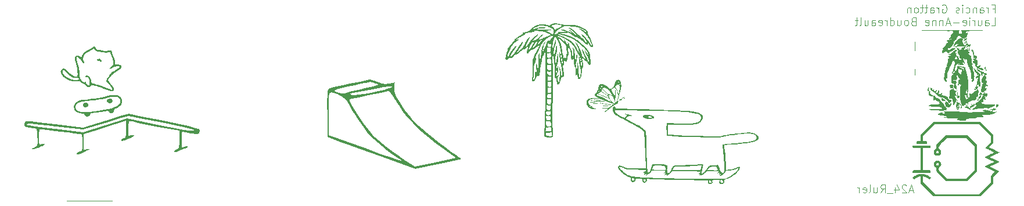
<source format=gbr>
%TF.GenerationSoftware,KiCad,Pcbnew,8.0.2*%
%TF.CreationDate,2024-11-22T23:26:06-05:00*%
%TF.ProjectId,PCB_Ruler_V1_2024,5043425f-5275-46c6-9572-5f56315f3230,rev?*%
%TF.SameCoordinates,Original*%
%TF.FileFunction,Legend,Bot*%
%TF.FilePolarity,Positive*%
%FSLAX46Y46*%
G04 Gerber Fmt 4.6, Leading zero omitted, Abs format (unit mm)*
G04 Created by KiCad (PCBNEW 8.0.2) date 2024-11-22 23:26:06*
%MOMM*%
%LPD*%
G01*
G04 APERTURE LIST*
%ADD10C,0.000000*%
%ADD11C,0.101600*%
G04 APERTURE END LIST*
D10*
G36*
X127728830Y-152666598D02*
G01*
X128470904Y-152672249D01*
X126945002Y-152678727D01*
X120305063Y-152691953D01*
X113671739Y-152678727D01*
X112140739Y-152672249D01*
X112880195Y-152666598D01*
X120303961Y-152661084D01*
X127728830Y-152666598D01*
G37*
G36*
X119752575Y-138324579D02*
G01*
X119781943Y-138327185D01*
X119811077Y-138331658D01*
X119839837Y-138338033D01*
X119868081Y-138346346D01*
X119895665Y-138356632D01*
X119922449Y-138368927D01*
X119948289Y-138383267D01*
X119973044Y-138399687D01*
X119996572Y-138418222D01*
X120018731Y-138438908D01*
X120039377Y-138461781D01*
X120052637Y-138479393D01*
X120064320Y-138497468D01*
X120074453Y-138515949D01*
X120083061Y-138534782D01*
X120090171Y-138553913D01*
X120095808Y-138573285D01*
X120099998Y-138592845D01*
X120102767Y-138612538D01*
X120104141Y-138632308D01*
X120104145Y-138652100D01*
X120102806Y-138671861D01*
X120100149Y-138691534D01*
X120096200Y-138711065D01*
X120090985Y-138730399D01*
X120084530Y-138749481D01*
X120076860Y-138768256D01*
X120068002Y-138786670D01*
X120057981Y-138804666D01*
X120046823Y-138822192D01*
X120034554Y-138839191D01*
X120021200Y-138855608D01*
X120006787Y-138871389D01*
X119991340Y-138886480D01*
X119974885Y-138900824D01*
X119957449Y-138914367D01*
X119939056Y-138927054D01*
X119919733Y-138938830D01*
X119899506Y-138949641D01*
X119878401Y-138959431D01*
X119856442Y-138968146D01*
X119833657Y-138975730D01*
X119810071Y-138982128D01*
X119784651Y-138988125D01*
X119759668Y-138992896D01*
X119735146Y-138996456D01*
X119711111Y-138998820D01*
X119687587Y-139000001D01*
X119664596Y-139000015D01*
X119642165Y-138998875D01*
X119620316Y-138996597D01*
X119599075Y-138993196D01*
X119578465Y-138988684D01*
X119558511Y-138983078D01*
X119539236Y-138976392D01*
X119520666Y-138968639D01*
X119502824Y-138959836D01*
X119485734Y-138949996D01*
X119469421Y-138939133D01*
X119453910Y-138927263D01*
X119439223Y-138914399D01*
X119425386Y-138900557D01*
X119412422Y-138885751D01*
X119400357Y-138869996D01*
X119389213Y-138853305D01*
X119379016Y-138835694D01*
X119369789Y-138817177D01*
X119361557Y-138797768D01*
X119354344Y-138777483D01*
X119348175Y-138756335D01*
X119343073Y-138734340D01*
X119339062Y-138711511D01*
X119336167Y-138687864D01*
X119334413Y-138663412D01*
X119333822Y-138638171D01*
X119335246Y-138609780D01*
X119339421Y-138582511D01*
X119346205Y-138556397D01*
X119355458Y-138531476D01*
X119367035Y-138507781D01*
X119380796Y-138485350D01*
X119396598Y-138464217D01*
X119414300Y-138444418D01*
X119433758Y-138425988D01*
X119454831Y-138408963D01*
X119477377Y-138393379D01*
X119501254Y-138379271D01*
X119526319Y-138366674D01*
X119552431Y-138355625D01*
X119579447Y-138346158D01*
X119607225Y-138338309D01*
X119635623Y-138332113D01*
X119664499Y-138327607D01*
X119693712Y-138324826D01*
X119723118Y-138323805D01*
X119752575Y-138324579D01*
G37*
G36*
X123281707Y-137712944D02*
G01*
X123305018Y-137715349D01*
X123328277Y-137719279D01*
X123351354Y-137724668D01*
X123374122Y-137731453D01*
X123396451Y-137739569D01*
X123418211Y-137748950D01*
X123439273Y-137759533D01*
X123459509Y-137771253D01*
X123478788Y-137784045D01*
X123496983Y-137797845D01*
X123513963Y-137812588D01*
X123529599Y-137828209D01*
X123543763Y-137844644D01*
X123556325Y-137861829D01*
X123567155Y-137879698D01*
X123599539Y-137951356D01*
X123614439Y-137985118D01*
X123627789Y-138016399D01*
X123639072Y-138044373D01*
X123647771Y-138068213D01*
X123650990Y-138078325D01*
X123653369Y-138087092D01*
X123654844Y-138094413D01*
X123655350Y-138100184D01*
X123654510Y-138110406D01*
X123652045Y-138121190D01*
X123648032Y-138132478D01*
X123642551Y-138144212D01*
X123635682Y-138156333D01*
X123627503Y-138168784D01*
X123618093Y-138181506D01*
X123607532Y-138194441D01*
X123595899Y-138207532D01*
X123583272Y-138220719D01*
X123555356Y-138247151D01*
X123524417Y-138273274D01*
X123491088Y-138298621D01*
X123456001Y-138322728D01*
X123419791Y-138345129D01*
X123383090Y-138365361D01*
X123346531Y-138382957D01*
X123328503Y-138390621D01*
X123310748Y-138397452D01*
X123293344Y-138403391D01*
X123276372Y-138408381D01*
X123259910Y-138412364D01*
X123244038Y-138415280D01*
X123228834Y-138417073D01*
X123214378Y-138417683D01*
X123198369Y-138417046D01*
X123181811Y-138415175D01*
X123164771Y-138412124D01*
X123147319Y-138407951D01*
X123111457Y-138396463D01*
X123074782Y-138381165D01*
X123037848Y-138362508D01*
X123001212Y-138340944D01*
X122965428Y-138316925D01*
X122931053Y-138290904D01*
X122898641Y-138263332D01*
X122868748Y-138234663D01*
X122841930Y-138205347D01*
X122818743Y-138175838D01*
X122799741Y-138146587D01*
X122791983Y-138132199D01*
X122785480Y-138118046D01*
X122780302Y-138104184D01*
X122776517Y-138090668D01*
X122774195Y-138077557D01*
X122773405Y-138064906D01*
X122774221Y-138050702D01*
X122776624Y-138036236D01*
X122780549Y-138021553D01*
X122785928Y-138006701D01*
X122792696Y-137991726D01*
X122800787Y-137976675D01*
X122810135Y-137961595D01*
X122820672Y-137946533D01*
X122832333Y-137931535D01*
X122845052Y-137916649D01*
X122858763Y-137901921D01*
X122873399Y-137887398D01*
X122888894Y-137873127D01*
X122905182Y-137859154D01*
X122922197Y-137845528D01*
X122939872Y-137832293D01*
X122976939Y-137807189D01*
X123015854Y-137784217D01*
X123035838Y-137773647D01*
X123056086Y-137763751D01*
X123076531Y-137754575D01*
X123097106Y-137746166D01*
X123117746Y-137738571D01*
X123138385Y-137731836D01*
X123158956Y-137726009D01*
X123179392Y-137721137D01*
X123199629Y-137717266D01*
X123219599Y-137714443D01*
X123239236Y-137712715D01*
X123258475Y-137712128D01*
X123281707Y-137712944D01*
G37*
G36*
X125031275Y-138140543D02*
G01*
X125029392Y-138180386D01*
X125025583Y-138220100D01*
X125019825Y-138259610D01*
X125012094Y-138298843D01*
X125002365Y-138337723D01*
X124990614Y-138376178D01*
X124976817Y-138414131D01*
X124960950Y-138451510D01*
X124942989Y-138488240D01*
X124914678Y-138539184D01*
X124882699Y-138589456D01*
X124847103Y-138639005D01*
X124807941Y-138687779D01*
X124765265Y-138735726D01*
X124719126Y-138782795D01*
X124669577Y-138828933D01*
X124616669Y-138874090D01*
X124560454Y-138918213D01*
X124500983Y-138961251D01*
X124438308Y-139003152D01*
X124372480Y-139043864D01*
X124303553Y-139083336D01*
X124231576Y-139121517D01*
X124156602Y-139158353D01*
X124078682Y-139193795D01*
X124046944Y-139207239D01*
X124017842Y-139221148D01*
X123991323Y-139235575D01*
X123967337Y-139250569D01*
X123956277Y-139258296D01*
X123945831Y-139266184D01*
X123935992Y-139274240D01*
X123926754Y-139282471D01*
X123918110Y-139290882D01*
X123910054Y-139299481D01*
X123902579Y-139308273D01*
X123895679Y-139317266D01*
X123889348Y-139326466D01*
X123883578Y-139335878D01*
X123878364Y-139345511D01*
X123873700Y-139355369D01*
X123869577Y-139365460D01*
X123865991Y-139375790D01*
X123862935Y-139386365D01*
X123860402Y-139397193D01*
X123858385Y-139408278D01*
X123856879Y-139419629D01*
X123855877Y-139431251D01*
X123855372Y-139443151D01*
X123855358Y-139455335D01*
X123855828Y-139467809D01*
X123858196Y-139493656D01*
X123859010Y-139519508D01*
X123858093Y-139544196D01*
X123856961Y-139556129D01*
X123855367Y-139567799D01*
X123853302Y-139579218D01*
X123850755Y-139590395D01*
X123847718Y-139601339D01*
X123844179Y-139612060D01*
X123840131Y-139622568D01*
X123835562Y-139632873D01*
X123830464Y-139642984D01*
X123824827Y-139652910D01*
X123818640Y-139662663D01*
X123811895Y-139672250D01*
X123804581Y-139681683D01*
X123796689Y-139690970D01*
X123788209Y-139700121D01*
X123779132Y-139709147D01*
X123769447Y-139718056D01*
X123759146Y-139726859D01*
X123736654Y-139744183D01*
X123711578Y-139761198D01*
X123683840Y-139777980D01*
X123653364Y-139794606D01*
X123620072Y-139811156D01*
X123576261Y-139832739D01*
X123537062Y-139851119D01*
X123501920Y-139866191D01*
X123470279Y-139877853D01*
X123455598Y-139882372D01*
X123441584Y-139886000D01*
X123428167Y-139888724D01*
X123415278Y-139890531D01*
X123402848Y-139891407D01*
X123390807Y-139891340D01*
X123379086Y-139890317D01*
X123367615Y-139888326D01*
X123356325Y-139885352D01*
X123345147Y-139881384D01*
X123334010Y-139876408D01*
X123322846Y-139870411D01*
X123311586Y-139863381D01*
X123300158Y-139855305D01*
X123288495Y-139846169D01*
X123276527Y-139835960D01*
X123251397Y-139812275D01*
X123224213Y-139784146D01*
X123194420Y-139751470D01*
X123161461Y-139714142D01*
X123129831Y-139676806D01*
X123100655Y-139644069D01*
X123086786Y-139629377D01*
X123073288Y-139615776D01*
X123060081Y-139603248D01*
X123047084Y-139591773D01*
X123034216Y-139581331D01*
X123021396Y-139571903D01*
X123008545Y-139563470D01*
X122995580Y-139556013D01*
X122982421Y-139549511D01*
X122968988Y-139543946D01*
X122955199Y-139539299D01*
X122940975Y-139535549D01*
X122926234Y-139532678D01*
X122910895Y-139530665D01*
X122894878Y-139529493D01*
X122878102Y-139529141D01*
X122860486Y-139529590D01*
X122841950Y-139530820D01*
X122822412Y-139532813D01*
X122801793Y-139535549D01*
X122780011Y-139539008D01*
X122756985Y-139543171D01*
X122706880Y-139553532D01*
X122650833Y-139566477D01*
X122588197Y-139581850D01*
X122492337Y-139600299D01*
X122367022Y-139621952D01*
X122049108Y-139671148D01*
X121867052Y-139696831D01*
X121676624Y-139721997D01*
X121483096Y-139745717D01*
X121291739Y-139767060D01*
X120942957Y-139812810D01*
X120657841Y-139855253D01*
X120548718Y-139874201D01*
X120466983Y-139891082D01*
X120416460Y-139905482D01*
X120404099Y-139911623D01*
X120401352Y-139914406D01*
X120400974Y-139916989D01*
X120405018Y-139929117D01*
X120407279Y-139942289D01*
X120407835Y-139956410D01*
X120406762Y-139971387D01*
X120404140Y-139987126D01*
X120400044Y-140003534D01*
X120394554Y-140020517D01*
X120387745Y-140037981D01*
X120379697Y-140055832D01*
X120370485Y-140073978D01*
X120348885Y-140110776D01*
X120323563Y-140147625D01*
X120295141Y-140183777D01*
X120264239Y-140218483D01*
X120231476Y-140250991D01*
X120197473Y-140280555D01*
X120162850Y-140306423D01*
X120145499Y-140317738D01*
X120128226Y-140327847D01*
X120111109Y-140336659D01*
X120094223Y-140344078D01*
X120077648Y-140350012D01*
X120061460Y-140354366D01*
X120045738Y-140357047D01*
X120030558Y-140357962D01*
X119982566Y-140356143D01*
X119934767Y-140350848D01*
X119887563Y-140342323D01*
X119841354Y-140330815D01*
X119796539Y-140316567D01*
X119753521Y-140299826D01*
X119712699Y-140280837D01*
X119674473Y-140259845D01*
X119639245Y-140237097D01*
X119607415Y-140212837D01*
X119579382Y-140187311D01*
X119555549Y-140160764D01*
X119545332Y-140147185D01*
X119536314Y-140133442D01*
X119528547Y-140119567D01*
X119522080Y-140105591D01*
X119516962Y-140091543D01*
X119513245Y-140077455D01*
X119510978Y-140063357D01*
X119510211Y-140049281D01*
X119509926Y-140041142D01*
X119509070Y-140033261D01*
X119507639Y-140025639D01*
X119505629Y-140018275D01*
X119503038Y-140011169D01*
X119499863Y-140004322D01*
X119496100Y-139997733D01*
X119491745Y-139991403D01*
X119486797Y-139985331D01*
X119481251Y-139979518D01*
X119475104Y-139973962D01*
X119468353Y-139968665D01*
X119460995Y-139963627D01*
X119453027Y-139958847D01*
X119444445Y-139954325D01*
X119435246Y-139950062D01*
X119425427Y-139946057D01*
X119414984Y-139942310D01*
X119403915Y-139938822D01*
X119392216Y-139935592D01*
X119379885Y-139932621D01*
X119366917Y-139929908D01*
X119353309Y-139927453D01*
X119339059Y-139925257D01*
X119324162Y-139923319D01*
X119308617Y-139921640D01*
X119292419Y-139920219D01*
X119275566Y-139919056D01*
X119258053Y-139918151D01*
X119239879Y-139917505D01*
X119221039Y-139917118D01*
X119201531Y-139916989D01*
X119128107Y-139913761D01*
X119050704Y-139904397D01*
X118970304Y-139889374D01*
X118887889Y-139869171D01*
X118804440Y-139844265D01*
X118720940Y-139815135D01*
X118638370Y-139782258D01*
X118557711Y-139746112D01*
X118479947Y-139707176D01*
X118406058Y-139665928D01*
X118337027Y-139622845D01*
X118273836Y-139578405D01*
X118217465Y-139533087D01*
X118168898Y-139487368D01*
X118129116Y-139441727D01*
X118112826Y-139419085D01*
X118099100Y-139396641D01*
X118090843Y-139377045D01*
X118082650Y-139354801D01*
X118074586Y-139330153D01*
X118066716Y-139303348D01*
X118059105Y-139274631D01*
X118051816Y-139244248D01*
X118044915Y-139212443D01*
X118038466Y-139179463D01*
X118032534Y-139145553D01*
X118027184Y-139110958D01*
X118022479Y-139075923D01*
X118018485Y-139040695D01*
X118015266Y-139005519D01*
X118012886Y-138970639D01*
X118011824Y-138945917D01*
X118211800Y-138945917D01*
X118214338Y-138995805D01*
X118222057Y-139045242D01*
X118234875Y-139094081D01*
X118252713Y-139142177D01*
X118275489Y-139189385D01*
X118303122Y-139235560D01*
X118335532Y-139280555D01*
X118372639Y-139324227D01*
X118414361Y-139366429D01*
X118460617Y-139407016D01*
X118511327Y-139445842D01*
X118566410Y-139482764D01*
X118625786Y-139517634D01*
X118689373Y-139550308D01*
X118757092Y-139580640D01*
X118828860Y-139608486D01*
X118904598Y-139633699D01*
X118984224Y-139656135D01*
X119067658Y-139675647D01*
X119154820Y-139692092D01*
X119245628Y-139705323D01*
X119422947Y-139716668D01*
X119649255Y-139715055D01*
X119917524Y-139701582D01*
X120220727Y-139677348D01*
X120903820Y-139600988D01*
X121642311Y-139494758D01*
X122379975Y-139367444D01*
X123060588Y-139227832D01*
X123361930Y-139156159D01*
X123627926Y-139084706D01*
X123851547Y-139014570D01*
X124025766Y-138946850D01*
X124093741Y-138915648D01*
X124158742Y-138883267D01*
X124220739Y-138849768D01*
X124279704Y-138815213D01*
X124335607Y-138779664D01*
X124388418Y-138743181D01*
X124438110Y-138705826D01*
X124484653Y-138667660D01*
X124528017Y-138628745D01*
X124568175Y-138589142D01*
X124605096Y-138548912D01*
X124638752Y-138508118D01*
X124669113Y-138466819D01*
X124696151Y-138425078D01*
X124719837Y-138382956D01*
X124740141Y-138340514D01*
X124757034Y-138297813D01*
X124770488Y-138254916D01*
X124780473Y-138211883D01*
X124786960Y-138168776D01*
X124789920Y-138125656D01*
X124789324Y-138082584D01*
X124785143Y-138039622D01*
X124777348Y-137996831D01*
X124765910Y-137954273D01*
X124750799Y-137912009D01*
X124731988Y-137870100D01*
X124709445Y-137828608D01*
X124683144Y-137787593D01*
X124653054Y-137747118D01*
X124619146Y-137707244D01*
X124581392Y-137668032D01*
X124548859Y-137635034D01*
X124517089Y-137605383D01*
X124485603Y-137578909D01*
X124469817Y-137566812D01*
X124453923Y-137555446D01*
X124437861Y-137544790D01*
X124421571Y-137534824D01*
X124404994Y-137525527D01*
X124388070Y-137516878D01*
X124370739Y-137508854D01*
X124352941Y-137501437D01*
X124334616Y-137494604D01*
X124315706Y-137488335D01*
X124296149Y-137482608D01*
X124275887Y-137477403D01*
X124254859Y-137472698D01*
X124233006Y-137468474D01*
X124186585Y-137461379D01*
X124136147Y-137455951D01*
X124081213Y-137452021D01*
X124021305Y-137449422D01*
X123955945Y-137447986D01*
X123884655Y-137447544D01*
X123777340Y-137449956D01*
X123662791Y-137456915D01*
X123544521Y-137468008D01*
X123426044Y-137482822D01*
X123310875Y-137500943D01*
X123202526Y-137521958D01*
X123104513Y-137545454D01*
X123060481Y-137558003D01*
X123020350Y-137571017D01*
X122902756Y-137607479D01*
X122772062Y-137644018D01*
X122474371Y-137716813D01*
X122133272Y-137788367D01*
X121754759Y-137857648D01*
X121344827Y-137923622D01*
X120909471Y-137985255D01*
X120454684Y-138041514D01*
X119986461Y-138091364D01*
X119665688Y-138126349D01*
X119399693Y-138159577D01*
X119181239Y-138192598D01*
X119003093Y-138226962D01*
X118926874Y-138245133D01*
X118858020Y-138264221D01*
X118795625Y-138284420D01*
X118738785Y-138305924D01*
X118686596Y-138328926D01*
X118638154Y-138353621D01*
X118592554Y-138380202D01*
X118548891Y-138408863D01*
X118489114Y-138454134D01*
X118435406Y-138500551D01*
X118387685Y-138547969D01*
X118345872Y-138596243D01*
X118309885Y-138645227D01*
X118279644Y-138694777D01*
X118255068Y-138744746D01*
X118236077Y-138794991D01*
X118222589Y-138845364D01*
X118214523Y-138895721D01*
X118211800Y-138945917D01*
X118011824Y-138945917D01*
X118011411Y-138936303D01*
X118010905Y-138902754D01*
X118012854Y-138850184D01*
X118018640Y-138798346D01*
X118028172Y-138747303D01*
X118041360Y-138697116D01*
X118058114Y-138647846D01*
X118078343Y-138599555D01*
X118101957Y-138552304D01*
X118128866Y-138506154D01*
X118158978Y-138461167D01*
X118192204Y-138417404D01*
X118228452Y-138374927D01*
X118267634Y-138333796D01*
X118309658Y-138294074D01*
X118354433Y-138255821D01*
X118401870Y-138219099D01*
X118451878Y-138183969D01*
X118504366Y-138150493D01*
X118559244Y-138118732D01*
X118616422Y-138088747D01*
X118675809Y-138060600D01*
X118737314Y-138034352D01*
X118800848Y-138010065D01*
X118866320Y-137987799D01*
X118933640Y-137967617D01*
X119002716Y-137949579D01*
X119073459Y-137933747D01*
X119145778Y-137920183D01*
X119219582Y-137908947D01*
X119294782Y-137900101D01*
X119371287Y-137893707D01*
X119449006Y-137889825D01*
X119527849Y-137888518D01*
X119650915Y-137885297D01*
X119799650Y-137875978D01*
X120161058Y-137841113D01*
X120585924Y-137788058D01*
X121048101Y-137720948D01*
X121521440Y-137643915D01*
X121979793Y-137561095D01*
X122397011Y-137476621D01*
X122746947Y-137394627D01*
X122924907Y-137349563D01*
X123092042Y-137310274D01*
X123248893Y-137276747D01*
X123396003Y-137248969D01*
X123533914Y-137226927D01*
X123663170Y-137210608D01*
X123784312Y-137200000D01*
X123897884Y-137195088D01*
X124004428Y-137195862D01*
X124104487Y-137202306D01*
X124198602Y-137214409D01*
X124287318Y-137232158D01*
X124371176Y-137255539D01*
X124450719Y-137284540D01*
X124526489Y-137319148D01*
X124599030Y-137359351D01*
X124634734Y-137381662D01*
X124669071Y-137405554D01*
X124702015Y-137430950D01*
X124733544Y-137457777D01*
X124763631Y-137485960D01*
X124792255Y-137515426D01*
X124819389Y-137546100D01*
X124845010Y-137577907D01*
X124869093Y-137610774D01*
X124891616Y-137644626D01*
X124912552Y-137679388D01*
X124931878Y-137714988D01*
X124949570Y-137751349D01*
X124965603Y-137788398D01*
X124979954Y-137826061D01*
X124992598Y-137864264D01*
X125003511Y-137902931D01*
X125012668Y-137941989D01*
X125020045Y-137981364D01*
X125025619Y-138020981D01*
X125029365Y-138060766D01*
X125031258Y-138100645D01*
X125031269Y-138125656D01*
X125031275Y-138140543D01*
G37*
G36*
X121690017Y-131929463D02*
G01*
X121698573Y-131930136D01*
X121707355Y-131931258D01*
X121725519Y-131934811D01*
X121744355Y-131940043D01*
X121763708Y-131946878D01*
X121783423Y-131955236D01*
X121803344Y-131965042D01*
X121823317Y-131976217D01*
X121843187Y-131988684D01*
X121862798Y-132002365D01*
X121881996Y-132017183D01*
X121900625Y-132033061D01*
X121918531Y-132049921D01*
X121935559Y-132067685D01*
X121955923Y-132090424D01*
X121974040Y-132112350D01*
X121989935Y-132133475D01*
X122003633Y-132153811D01*
X122015162Y-132173373D01*
X122024545Y-132192172D01*
X122031810Y-132210223D01*
X122034656Y-132218971D01*
X122036982Y-132227536D01*
X122038791Y-132235921D01*
X122040087Y-132244127D01*
X122040872Y-132252154D01*
X122041150Y-132260006D01*
X122040925Y-132267684D01*
X122040199Y-132275188D01*
X122038975Y-132282522D01*
X122037257Y-132289686D01*
X122035049Y-132296682D01*
X122032353Y-132303511D01*
X122029172Y-132310176D01*
X122025510Y-132316678D01*
X122021370Y-132323019D01*
X122016755Y-132329199D01*
X122011669Y-132335221D01*
X122006114Y-132341087D01*
X121993191Y-132353489D01*
X121980862Y-132364238D01*
X121974912Y-132368992D01*
X121969101Y-132373333D01*
X121963426Y-132377260D01*
X121957883Y-132380774D01*
X121952469Y-132383875D01*
X121947181Y-132386562D01*
X121942016Y-132388836D01*
X121936971Y-132390696D01*
X121932042Y-132392143D01*
X121927225Y-132393177D01*
X121922519Y-132393797D01*
X121917919Y-132394003D01*
X121913423Y-132393797D01*
X121909027Y-132393177D01*
X121904727Y-132392143D01*
X121900521Y-132390696D01*
X121896406Y-132388836D01*
X121892378Y-132386562D01*
X121888434Y-132383875D01*
X121884570Y-132380774D01*
X121880784Y-132377260D01*
X121877073Y-132373333D01*
X121873432Y-132368992D01*
X121869860Y-132364238D01*
X121866351Y-132359070D01*
X121862905Y-132353489D01*
X121859516Y-132347495D01*
X121856182Y-132341087D01*
X121852619Y-132336153D01*
X121848556Y-132331277D01*
X121844008Y-132326466D01*
X121838991Y-132321725D01*
X121833523Y-132317063D01*
X121827618Y-132312484D01*
X121814566Y-132303604D01*
X121799963Y-132295138D01*
X121783939Y-132287137D01*
X121766623Y-132279652D01*
X121748145Y-132272736D01*
X121728633Y-132266440D01*
X121708216Y-132260816D01*
X121687025Y-132255916D01*
X121665187Y-132251790D01*
X121642833Y-132248492D01*
X121620091Y-132246071D01*
X121597090Y-132244581D01*
X121573961Y-132244073D01*
X121549782Y-132243460D01*
X121526883Y-132241644D01*
X121505302Y-132238667D01*
X121485077Y-132234565D01*
X121466248Y-132229378D01*
X121448852Y-132223144D01*
X121432929Y-132215903D01*
X121418518Y-132207693D01*
X121405657Y-132198552D01*
X121399820Y-132193646D01*
X121394385Y-132188521D01*
X121389357Y-132183183D01*
X121384741Y-132177636D01*
X121380542Y-132171887D01*
X121376764Y-132165938D01*
X121373412Y-132159796D01*
X121370492Y-132153465D01*
X121368007Y-132146949D01*
X121365963Y-132140255D01*
X121364365Y-132133386D01*
X121363218Y-132126348D01*
X121362526Y-132119144D01*
X121362294Y-132111781D01*
X121362701Y-132098669D01*
X121363896Y-132085840D01*
X121365841Y-132073373D01*
X121368496Y-132061345D01*
X121371822Y-132049834D01*
X121375782Y-132038918D01*
X121380336Y-132028673D01*
X121385445Y-132019177D01*
X121391071Y-132010508D01*
X121397176Y-132002744D01*
X121403719Y-131995962D01*
X121407143Y-131992963D01*
X121410663Y-131990238D01*
X121414273Y-131987798D01*
X121417969Y-131985652D01*
X121421745Y-131983809D01*
X121425597Y-131982280D01*
X121429521Y-131981074D01*
X121433510Y-131980200D01*
X121437561Y-131979669D01*
X121441669Y-131979490D01*
X121450535Y-131979285D01*
X121460513Y-131978680D01*
X121471473Y-131977688D01*
X121483285Y-131976320D01*
X121508951Y-131972514D01*
X121536478Y-131967363D01*
X121564831Y-131960973D01*
X121578995Y-131957345D01*
X121592978Y-131953445D01*
X121606650Y-131949287D01*
X121619884Y-131944884D01*
X121632549Y-131940248D01*
X121644516Y-131935393D01*
X121651308Y-131933169D01*
X121658443Y-131931452D01*
X121665901Y-131930233D01*
X121673662Y-131929501D01*
X121681707Y-131929248D01*
X121690017Y-131929463D01*
G37*
G36*
X124959594Y-133099887D02*
G01*
X124957901Y-133122956D01*
X124954573Y-133146764D01*
X124949604Y-133171305D01*
X124942989Y-133196574D01*
X124939663Y-133205301D01*
X124934679Y-133214923D01*
X124928084Y-133225404D01*
X124919924Y-133236709D01*
X124899096Y-133261647D01*
X124872571Y-133289453D01*
X124840723Y-133319843D01*
X124803927Y-133352532D01*
X124762558Y-133387237D01*
X124716990Y-133423673D01*
X124667598Y-133461557D01*
X124614757Y-133500602D01*
X124558841Y-133540527D01*
X124500225Y-133581045D01*
X124439283Y-133621874D01*
X124376391Y-133662729D01*
X124311922Y-133703325D01*
X124246252Y-133743379D01*
X124162298Y-133794457D01*
X124082283Y-133845250D01*
X124006015Y-133895888D01*
X123933300Y-133946501D01*
X123863944Y-133997217D01*
X123797753Y-134048166D01*
X123734533Y-134099476D01*
X123674091Y-134151277D01*
X123616233Y-134203699D01*
X123560765Y-134256870D01*
X123507493Y-134310919D01*
X123456223Y-134365976D01*
X123406762Y-134422170D01*
X123358916Y-134479629D01*
X123312492Y-134538484D01*
X123267294Y-134598864D01*
X122940974Y-135075114D01*
X123337850Y-135524906D01*
X123412376Y-135607606D01*
X123480546Y-135687101D01*
X123542411Y-135763496D01*
X123598023Y-135836894D01*
X123647435Y-135907398D01*
X123690696Y-135975111D01*
X123727860Y-136040138D01*
X123758978Y-136102580D01*
X123784101Y-136162542D01*
X123803282Y-136220127D01*
X123816571Y-136275438D01*
X123824021Y-136328578D01*
X123825684Y-136379652D01*
X123821610Y-136428762D01*
X123811851Y-136476011D01*
X123796460Y-136521504D01*
X123788991Y-136539022D01*
X123779808Y-136555195D01*
X123768899Y-136570021D01*
X123756256Y-136583498D01*
X123741869Y-136595626D01*
X123725728Y-136606401D01*
X123707824Y-136615824D01*
X123688147Y-136623892D01*
X123666686Y-136630603D01*
X123643433Y-136635956D01*
X123618379Y-136639949D01*
X123591512Y-136642581D01*
X123562823Y-136643851D01*
X123532303Y-136643755D01*
X123499943Y-136642293D01*
X123465731Y-136639464D01*
X123429659Y-136635265D01*
X123391718Y-136629695D01*
X123351896Y-136622752D01*
X123310185Y-136614435D01*
X123266575Y-136604742D01*
X123221056Y-136593672D01*
X123124254Y-136567393D01*
X123019699Y-136535584D01*
X122907316Y-136498232D01*
X122787026Y-136455326D01*
X122658753Y-136406851D01*
X122327059Y-136275162D01*
X122052415Y-136168588D01*
X121824074Y-136083304D01*
X121631287Y-136015488D01*
X121463304Y-135961313D01*
X121309377Y-135916957D01*
X121158757Y-135878596D01*
X121000696Y-135842406D01*
X120875450Y-135816912D01*
X120822161Y-135807524D01*
X120774285Y-135800514D01*
X120731215Y-135795983D01*
X120692343Y-135794037D01*
X120657064Y-135794778D01*
X120624768Y-135798309D01*
X120594850Y-135804734D01*
X120566701Y-135814156D01*
X120539715Y-135826679D01*
X120513285Y-135842406D01*
X120486803Y-135861440D01*
X120459662Y-135883885D01*
X120431255Y-135909843D01*
X120400974Y-135939419D01*
X120369568Y-135970438D01*
X120341133Y-135997400D01*
X120315127Y-136020384D01*
X120302865Y-136030407D01*
X120291007Y-136039465D01*
X120279485Y-136047567D01*
X120268230Y-136054723D01*
X120257177Y-136060942D01*
X120246255Y-136066234D01*
X120235398Y-136070608D01*
X120224538Y-136074076D01*
X120213607Y-136076645D01*
X120202537Y-136078326D01*
X120191260Y-136079129D01*
X120179709Y-136079063D01*
X120167815Y-136078137D01*
X120155512Y-136076362D01*
X120142730Y-136073748D01*
X120129402Y-136070303D01*
X120115461Y-136066038D01*
X120100838Y-136060963D01*
X120085466Y-136055086D01*
X120069277Y-136048418D01*
X120034176Y-136032748D01*
X119994992Y-136014028D01*
X119951184Y-135992337D01*
X119923504Y-135977363D01*
X119896768Y-135962261D01*
X119871091Y-135947106D01*
X119846590Y-135931978D01*
X119823381Y-135916953D01*
X119801580Y-135902109D01*
X119781303Y-135887523D01*
X119762668Y-135873273D01*
X119745789Y-135859437D01*
X119730783Y-135846091D01*
X119717767Y-135833314D01*
X119706857Y-135821183D01*
X119698169Y-135809776D01*
X119691819Y-135799169D01*
X119687924Y-135789441D01*
X119686933Y-135784930D01*
X119686600Y-135780669D01*
X119686267Y-135776433D01*
X119685278Y-135772000D01*
X119683650Y-135767380D01*
X119681398Y-135762582D01*
X119678539Y-135757617D01*
X119675089Y-135752493D01*
X119671064Y-135747220D01*
X119666481Y-135741809D01*
X119661354Y-135736268D01*
X119655702Y-135730608D01*
X119649539Y-135724838D01*
X119642882Y-135718968D01*
X119628150Y-135706966D01*
X119611635Y-135694680D01*
X119593466Y-135682188D01*
X119573773Y-135669566D01*
X119552684Y-135656892D01*
X119530330Y-135644244D01*
X119506839Y-135631700D01*
X119482340Y-135619336D01*
X119456962Y-135607231D01*
X119430835Y-135595461D01*
X119403899Y-135584740D01*
X119376162Y-135572534D01*
X119347856Y-135559010D01*
X119319214Y-135544336D01*
X119290469Y-135528680D01*
X119261854Y-135512210D01*
X119233600Y-135495095D01*
X119205940Y-135477501D01*
X119179107Y-135459598D01*
X119153333Y-135441552D01*
X119128851Y-135423532D01*
X119105894Y-135405706D01*
X119084694Y-135388241D01*
X119065483Y-135371306D01*
X119048495Y-135355069D01*
X119033961Y-135339697D01*
X119023154Y-135328405D01*
X119012205Y-135317674D01*
X119001075Y-135307500D01*
X118989726Y-135297874D01*
X118978118Y-135288791D01*
X118966213Y-135280243D01*
X118953972Y-135272226D01*
X118941357Y-135264732D01*
X118928328Y-135257754D01*
X118914847Y-135251287D01*
X118900875Y-135245324D01*
X118886373Y-135239858D01*
X118871303Y-135234883D01*
X118855626Y-135230393D01*
X118839303Y-135226380D01*
X118822295Y-135222839D01*
X118804563Y-135219764D01*
X118786070Y-135217146D01*
X118766775Y-135214981D01*
X118746640Y-135213262D01*
X118703697Y-135211135D01*
X118656930Y-135210713D01*
X118606029Y-135211944D01*
X118550683Y-135214778D01*
X118490583Y-135219162D01*
X118425419Y-135225045D01*
X118319030Y-135231336D01*
X118214683Y-135233623D01*
X118112144Y-135231827D01*
X118011181Y-135225872D01*
X117911562Y-135215679D01*
X117813054Y-135201171D01*
X117715424Y-135182270D01*
X117618440Y-135158899D01*
X117521870Y-135130981D01*
X117425480Y-135098438D01*
X117329039Y-135061192D01*
X117232313Y-135019167D01*
X117135071Y-134972283D01*
X117037080Y-134920465D01*
X116938106Y-134863634D01*
X116837919Y-134801712D01*
X116759538Y-134750019D01*
X116683406Y-134694501D01*
X116609910Y-134635676D01*
X116539436Y-134574060D01*
X116472373Y-134510171D01*
X116409108Y-134444525D01*
X116350029Y-134377638D01*
X116295524Y-134310028D01*
X116245979Y-134242211D01*
X116201783Y-134174704D01*
X116163323Y-134108025D01*
X116130986Y-134042688D01*
X116105161Y-133979212D01*
X116086235Y-133918113D01*
X116079480Y-133888617D01*
X116074595Y-133859908D01*
X116071628Y-133832053D01*
X116070984Y-133814713D01*
X116341357Y-133814713D01*
X116345087Y-133870682D01*
X116357502Y-133928070D01*
X116378172Y-133986607D01*
X116406667Y-134046026D01*
X116442559Y-134106058D01*
X116485418Y-134166436D01*
X116534814Y-134226892D01*
X116590317Y-134287157D01*
X116651498Y-134346963D01*
X116717927Y-134406043D01*
X116789176Y-134464128D01*
X116864813Y-134520950D01*
X116944410Y-134576241D01*
X117027538Y-134629733D01*
X117113766Y-134681158D01*
X117202665Y-134730248D01*
X117293806Y-134776735D01*
X117386758Y-134820350D01*
X117481093Y-134860826D01*
X117576380Y-134897895D01*
X117672191Y-134931288D01*
X117768095Y-134960738D01*
X117863664Y-134985976D01*
X117958467Y-135006734D01*
X118052075Y-135022745D01*
X118144059Y-135033739D01*
X118233988Y-135039450D01*
X118321433Y-135039609D01*
X118405966Y-135033948D01*
X118487155Y-135022198D01*
X118527649Y-135013553D01*
X118564818Y-135004198D01*
X118598696Y-134994196D01*
X118629317Y-134983613D01*
X118656714Y-134972513D01*
X118680922Y-134960962D01*
X118701975Y-134949022D01*
X118719906Y-134936760D01*
X118734749Y-134924239D01*
X118746539Y-134911524D01*
X118755308Y-134898681D01*
X118761092Y-134885772D01*
X118763924Y-134872864D01*
X118763837Y-134860020D01*
X118760867Y-134847305D01*
X118755046Y-134834785D01*
X118746409Y-134822522D01*
X118734989Y-134810583D01*
X118720821Y-134799031D01*
X118703938Y-134787931D01*
X118684374Y-134777348D01*
X118662164Y-134767347D01*
X118637341Y-134757991D01*
X118609939Y-134749346D01*
X118579991Y-134741476D01*
X118547533Y-134734446D01*
X118512597Y-134728320D01*
X118475218Y-134723163D01*
X118435430Y-134719040D01*
X118393266Y-134716014D01*
X118348761Y-134714152D01*
X118301948Y-134713517D01*
X118210265Y-134711699D01*
X118123285Y-134706006D01*
X118040335Y-134696076D01*
X117960745Y-134681546D01*
X117883842Y-134662056D01*
X117808954Y-134637243D01*
X117735410Y-134606745D01*
X117662537Y-134570201D01*
X117589665Y-134527249D01*
X117516121Y-134477528D01*
X117441233Y-134420675D01*
X117364330Y-134356330D01*
X117284740Y-134284129D01*
X117201790Y-134203712D01*
X117114810Y-134114716D01*
X117023128Y-134016780D01*
X116943998Y-133932311D01*
X116871716Y-133857376D01*
X116805893Y-133791795D01*
X116746143Y-133735386D01*
X116692076Y-133687968D01*
X116643307Y-133649362D01*
X116599446Y-133619385D01*
X116579236Y-133607577D01*
X116560108Y-133597858D01*
X116542013Y-133590206D01*
X116524903Y-133584598D01*
X116508730Y-133581013D01*
X116493445Y-133579426D01*
X116479000Y-133579816D01*
X116465346Y-133582161D01*
X116452435Y-133586436D01*
X116440219Y-133592621D01*
X116428648Y-133600691D01*
X116417675Y-133610626D01*
X116407251Y-133622401D01*
X116397327Y-133635994D01*
X116387856Y-133651384D01*
X116378788Y-133668546D01*
X116361671Y-133708100D01*
X116346742Y-133760429D01*
X116341357Y-133814713D01*
X116070984Y-133814713D01*
X116070628Y-133805114D01*
X116071493Y-133788929D01*
X116074033Y-133771854D01*
X116078164Y-133753981D01*
X116083806Y-133735403D01*
X116090875Y-133716211D01*
X116099289Y-133696497D01*
X116119824Y-133655873D01*
X116144752Y-133614267D01*
X116173412Y-133572416D01*
X116205148Y-133531055D01*
X116239300Y-133490922D01*
X116275208Y-133452753D01*
X116312215Y-133417283D01*
X116349661Y-133385250D01*
X116386887Y-133357390D01*
X116423235Y-133334440D01*
X116440874Y-133325035D01*
X116458046Y-133317134D01*
X116474669Y-133310829D01*
X116490660Y-133306211D01*
X116505938Y-133303373D01*
X116520419Y-133302407D01*
X116526071Y-133303099D01*
X116533078Y-133305152D01*
X116550995Y-133313207D01*
X116573847Y-133326301D01*
X116601310Y-133344161D01*
X116633063Y-133366518D01*
X116668783Y-133393099D01*
X116708145Y-133423633D01*
X116750828Y-133457849D01*
X116796507Y-133495476D01*
X116844861Y-133536242D01*
X116948300Y-133626108D01*
X117058561Y-133725275D01*
X117173059Y-133831573D01*
X117264640Y-133917980D01*
X117354219Y-133998625D01*
X117441860Y-134073535D01*
X117527627Y-134142734D01*
X117611587Y-134206248D01*
X117693802Y-134264105D01*
X117774337Y-134316328D01*
X117853258Y-134362944D01*
X117930628Y-134403980D01*
X118006513Y-134439460D01*
X118080977Y-134469411D01*
X118154084Y-134493858D01*
X118225899Y-134512828D01*
X118296487Y-134526346D01*
X118365912Y-134534437D01*
X118434240Y-134537129D01*
X118450755Y-134533285D01*
X118465592Y-134521985D01*
X118478779Y-134503577D01*
X118490343Y-134478407D01*
X118500311Y-134446823D01*
X118508711Y-134409171D01*
X118520918Y-134317056D01*
X118527181Y-134204838D01*
X118527722Y-134075296D01*
X118522758Y-133931207D01*
X118512511Y-133775349D01*
X118497200Y-133610499D01*
X118477044Y-133439435D01*
X118452263Y-133264935D01*
X118423077Y-133089775D01*
X118389705Y-132916734D01*
X118352366Y-132748590D01*
X118311281Y-132588120D01*
X118266669Y-132438101D01*
X118215803Y-132269429D01*
X118175581Y-132125562D01*
X118145901Y-132004019D01*
X118134983Y-131950844D01*
X118126661Y-131902320D01*
X118122889Y-131873278D01*
X118368644Y-131873278D01*
X118369161Y-131899380D01*
X118370711Y-131926888D01*
X118373295Y-131955797D01*
X118376912Y-131986105D01*
X118387247Y-132050903D01*
X118401717Y-132121256D01*
X118420320Y-132197138D01*
X118443058Y-132278524D01*
X118469929Y-132365388D01*
X118500935Y-132457704D01*
X118536075Y-132555445D01*
X118575349Y-132658587D01*
X118603887Y-132732230D01*
X118630023Y-132804556D01*
X118653833Y-132875899D01*
X118675395Y-132946597D01*
X118694787Y-133016985D01*
X118712086Y-133087398D01*
X118727369Y-133158173D01*
X118740715Y-133229646D01*
X118752200Y-133302152D01*
X118761902Y-133376028D01*
X118769899Y-133451609D01*
X118776268Y-133529231D01*
X118781087Y-133609230D01*
X118784433Y-133691943D01*
X118787017Y-133866850D01*
X118789450Y-133992065D01*
X118793666Y-134107060D01*
X118800000Y-134212779D01*
X118808790Y-134310166D01*
X118820369Y-134400162D01*
X118835076Y-134483713D01*
X118853244Y-134561759D01*
X118875211Y-134635245D01*
X118901312Y-134705114D01*
X118931883Y-134772308D01*
X118967260Y-134837772D01*
X118989245Y-134872864D01*
X119007778Y-134902447D01*
X119053775Y-134967277D01*
X119105585Y-135033205D01*
X119163544Y-135101175D01*
X119227989Y-135172129D01*
X119258498Y-135205109D01*
X119287262Y-135234640D01*
X119314398Y-135260786D01*
X119340023Y-135283612D01*
X119364253Y-135303182D01*
X119387204Y-135319561D01*
X119398236Y-135326574D01*
X119408992Y-135332814D01*
X119419486Y-135338288D01*
X119429733Y-135343005D01*
X119439748Y-135346973D01*
X119449545Y-135350199D01*
X119459138Y-135352692D01*
X119468542Y-135354460D01*
X119477772Y-135355511D01*
X119486842Y-135355853D01*
X119495767Y-135355494D01*
X119504561Y-135354443D01*
X119513239Y-135352706D01*
X119521815Y-135350293D01*
X119530303Y-135347212D01*
X119538719Y-135343470D01*
X119547077Y-135339075D01*
X119555391Y-135334036D01*
X119563677Y-135328361D01*
X119571947Y-135322058D01*
X119580088Y-135314928D01*
X119587982Y-135308424D01*
X119595640Y-135302554D01*
X119603074Y-135297323D01*
X119610294Y-135292737D01*
X119617312Y-135288805D01*
X119624140Y-135285531D01*
X119630789Y-135282922D01*
X119637270Y-135280985D01*
X119643594Y-135279727D01*
X119649773Y-135279153D01*
X119655818Y-135279271D01*
X119661740Y-135280086D01*
X119667550Y-135281605D01*
X119673261Y-135283834D01*
X119678882Y-135286781D01*
X119684427Y-135290451D01*
X119689905Y-135294851D01*
X119695328Y-135299987D01*
X119700707Y-135305867D01*
X119706054Y-135312495D01*
X119711380Y-135319880D01*
X119716697Y-135328026D01*
X119722015Y-135336941D01*
X119727346Y-135346632D01*
X119732701Y-135357104D01*
X119738092Y-135368364D01*
X119743529Y-135380418D01*
X119754590Y-135406937D01*
X119765974Y-135436711D01*
X119785657Y-135485444D01*
X119808091Y-135532226D01*
X119832928Y-135576761D01*
X119859819Y-135618750D01*
X119888415Y-135657897D01*
X119918368Y-135693905D01*
X119949329Y-135726476D01*
X119980949Y-135755314D01*
X120012878Y-135780121D01*
X120044769Y-135800600D01*
X120060591Y-135809124D01*
X120076272Y-135816454D01*
X120091769Y-135822554D01*
X120107039Y-135827386D01*
X120122037Y-135830913D01*
X120136721Y-135833099D01*
X120151045Y-135833905D01*
X120164968Y-135833295D01*
X120178445Y-135831231D01*
X120191433Y-135827677D01*
X120203888Y-135822595D01*
X120215766Y-135815949D01*
X120226179Y-135808111D01*
X120235918Y-135797896D01*
X120244982Y-135785408D01*
X120253370Y-135770749D01*
X120261079Y-135754023D01*
X120268108Y-135735333D01*
X120274456Y-135714783D01*
X120280121Y-135692476D01*
X120289395Y-135643004D01*
X120295917Y-135587745D01*
X120299674Y-135527525D01*
X120300654Y-135463170D01*
X120298843Y-135395508D01*
X120294229Y-135325366D01*
X120286798Y-135253571D01*
X120276538Y-135180948D01*
X120263436Y-135108325D01*
X120247478Y-135036530D01*
X120228653Y-134966387D01*
X120206947Y-134898726D01*
X120192234Y-134856321D01*
X120177715Y-134818283D01*
X120163171Y-134784431D01*
X120148380Y-134754583D01*
X120140825Y-134741105D01*
X120133125Y-134728560D01*
X120125254Y-134716925D01*
X120117185Y-134706179D01*
X120108890Y-134696299D01*
X120100341Y-134687261D01*
X120091511Y-134679044D01*
X120082372Y-134671625D01*
X120072898Y-134664981D01*
X120063060Y-134659089D01*
X120052832Y-134653927D01*
X120042185Y-134649473D01*
X120031093Y-134645703D01*
X120019527Y-134642596D01*
X120007461Y-134640128D01*
X119994867Y-134638276D01*
X119981717Y-134637019D01*
X119967984Y-134636334D01*
X119938660Y-134636588D01*
X119906674Y-134638858D01*
X119871807Y-134642962D01*
X119843071Y-134645649D01*
X119816376Y-134647096D01*
X119791697Y-134647303D01*
X119769006Y-134646269D01*
X119748280Y-134643995D01*
X119729491Y-134640481D01*
X119712615Y-134635727D01*
X119704885Y-134632885D01*
X119697624Y-134629733D01*
X119690828Y-134626270D01*
X119684494Y-134622498D01*
X119678619Y-134618416D01*
X119673199Y-134614023D01*
X119668231Y-134609321D01*
X119663712Y-134604308D01*
X119659639Y-134598985D01*
X119656008Y-134593353D01*
X119652816Y-134587410D01*
X119650061Y-134581157D01*
X119647738Y-134574594D01*
X119645845Y-134567721D01*
X119644378Y-134560538D01*
X119643334Y-134553045D01*
X119642503Y-134537129D01*
X119642785Y-134529740D01*
X119643625Y-134522459D01*
X119645010Y-134515291D01*
X119646930Y-134508241D01*
X119649373Y-134501314D01*
X119652328Y-134494515D01*
X119655783Y-134487848D01*
X119659728Y-134481318D01*
X119664151Y-134474930D01*
X119669041Y-134468689D01*
X119674386Y-134462600D01*
X119680175Y-134456668D01*
X119686397Y-134450897D01*
X119693040Y-134445293D01*
X119700093Y-134439859D01*
X119707546Y-134434602D01*
X119715386Y-134429526D01*
X119723602Y-134424635D01*
X119732183Y-134419935D01*
X119741118Y-134415430D01*
X119750395Y-134411126D01*
X119760003Y-134407026D01*
X119769931Y-134403137D01*
X119780168Y-134399462D01*
X119790702Y-134396007D01*
X119801521Y-134392777D01*
X119812615Y-134389775D01*
X119823972Y-134387008D01*
X119835581Y-134384480D01*
X119847431Y-134382196D01*
X119859510Y-134380160D01*
X119871807Y-134378378D01*
X119899811Y-134376099D01*
X119927581Y-134375853D01*
X119955090Y-134377606D01*
X119982309Y-134381324D01*
X120009212Y-134386974D01*
X120035771Y-134394521D01*
X120061958Y-134403932D01*
X120087746Y-134415172D01*
X120113109Y-134428208D01*
X120138017Y-134443006D01*
X120162444Y-134459532D01*
X120186362Y-134477752D01*
X120209745Y-134497632D01*
X120232563Y-134519139D01*
X120254791Y-134542237D01*
X120276400Y-134566894D01*
X120297363Y-134593076D01*
X120317653Y-134620748D01*
X120337242Y-134649876D01*
X120356102Y-134680427D01*
X120374207Y-134712368D01*
X120391529Y-134745662D01*
X120408040Y-134780278D01*
X120423712Y-134816181D01*
X120438519Y-134853338D01*
X120452434Y-134891713D01*
X120465427Y-134931274D01*
X120477473Y-134971986D01*
X120488543Y-135013815D01*
X120498611Y-135056729D01*
X120507648Y-135100692D01*
X120515627Y-135145670D01*
X120524033Y-135199255D01*
X120532853Y-135247749D01*
X120542292Y-135291437D01*
X120552559Y-135330603D01*
X120563858Y-135365532D01*
X120576399Y-135396508D01*
X120583198Y-135410602D01*
X120590386Y-135423815D01*
X120597987Y-135436181D01*
X120606027Y-135447737D01*
X120614532Y-135458517D01*
X120623528Y-135468558D01*
X120633041Y-135477895D01*
X120643096Y-135486563D01*
X120653720Y-135494598D01*
X120664938Y-135502036D01*
X120676776Y-135508911D01*
X120689260Y-135515260D01*
X120716270Y-135526522D01*
X120746174Y-135536103D01*
X120779178Y-135544290D01*
X120815489Y-135551365D01*
X120962250Y-135585092D01*
X121142910Y-135631015D01*
X121345068Y-135685620D01*
X121556322Y-135745392D01*
X121764268Y-135806818D01*
X121956504Y-135866384D01*
X122120629Y-135920575D01*
X122244239Y-135965878D01*
X122666332Y-136138822D01*
X123080983Y-136304324D01*
X123401377Y-136428485D01*
X123499097Y-136464470D01*
X123540696Y-136477406D01*
X123542324Y-136477175D01*
X123543900Y-136476491D01*
X123545425Y-136475364D01*
X123546898Y-136473806D01*
X123548319Y-136471828D01*
X123549688Y-136469441D01*
X123551006Y-136466657D01*
X123552272Y-136463488D01*
X123553486Y-136459943D01*
X123554649Y-136456035D01*
X123556820Y-136447175D01*
X123558783Y-136436997D01*
X123560540Y-136425591D01*
X123562091Y-136413049D01*
X123563434Y-136399460D01*
X123564571Y-136384916D01*
X123565501Y-136369505D01*
X123566225Y-136353320D01*
X123566742Y-136336450D01*
X123567052Y-136318986D01*
X123567155Y-136301018D01*
X123566566Y-136291336D01*
X123564819Y-136280509D01*
X123557974Y-136255594D01*
X123546866Y-136226623D01*
X123531739Y-136193944D01*
X123512841Y-136157906D01*
X123490416Y-136118858D01*
X123464709Y-136077149D01*
X123435966Y-136033127D01*
X123404432Y-135987141D01*
X123370354Y-135939541D01*
X123333976Y-135890674D01*
X123295544Y-135840891D01*
X123255303Y-135790538D01*
X123213499Y-135739966D01*
X123170377Y-135689524D01*
X123126183Y-135639559D01*
X123036335Y-135541546D01*
X122953101Y-135447460D01*
X122878136Y-135359576D01*
X122813092Y-135280167D01*
X122759625Y-135211506D01*
X122719386Y-135155868D01*
X122704744Y-135133643D01*
X122694030Y-135115526D01*
X122687450Y-135101802D01*
X122685210Y-135092755D01*
X122687540Y-135079825D01*
X122694340Y-135061150D01*
X122720213Y-135008177D01*
X122760555Y-134937066D01*
X122813092Y-134851046D01*
X122945660Y-134647199D01*
X123099724Y-134422476D01*
X123257096Y-134202713D01*
X123399586Y-134013749D01*
X123459565Y-133938892D01*
X123509002Y-133881423D01*
X123545623Y-133844574D01*
X123558417Y-133834890D01*
X123567155Y-133831573D01*
X123583509Y-133829748D01*
X123604244Y-133824418D01*
X123657571Y-133804098D01*
X123724568Y-133772332D01*
X123802662Y-133730838D01*
X123889282Y-133681335D01*
X123981858Y-133625539D01*
X124174594Y-133501946D01*
X124360302Y-133373806D01*
X124444093Y-133312326D01*
X124518415Y-133254864D01*
X124580695Y-133203138D01*
X124628365Y-133158867D01*
X124658852Y-133123768D01*
X124666848Y-133110195D01*
X124669585Y-133099559D01*
X124667452Y-133084594D01*
X124661203Y-133071101D01*
X124651062Y-133059051D01*
X124637253Y-133048417D01*
X124620002Y-133039172D01*
X124599532Y-133031288D01*
X124576068Y-133024739D01*
X124549834Y-133019495D01*
X124521055Y-133015531D01*
X124489956Y-133012818D01*
X124421694Y-133011038D01*
X124346842Y-133013934D01*
X124267198Y-133021287D01*
X124184557Y-133032878D01*
X124100714Y-133048486D01*
X124017465Y-133067893D01*
X123936607Y-133090878D01*
X123859934Y-133117222D01*
X123789243Y-133146705D01*
X123756702Y-133162556D01*
X123726329Y-133179109D01*
X123698350Y-133196336D01*
X123672988Y-133214212D01*
X123631503Y-133245825D01*
X123589979Y-133274466D01*
X123548791Y-133300059D01*
X123508313Y-133322525D01*
X123468920Y-133341788D01*
X123430988Y-133357769D01*
X123394890Y-133370391D01*
X123361001Y-133379576D01*
X123329696Y-133385248D01*
X123301349Y-133387328D01*
X123288402Y-133386997D01*
X123276335Y-133385739D01*
X123265196Y-133383544D01*
X123255030Y-133380403D01*
X123245884Y-133376306D01*
X123237806Y-133371243D01*
X123230843Y-133365205D01*
X123225040Y-133358182D01*
X123220446Y-133350164D01*
X123217106Y-133341142D01*
X123215067Y-133331105D01*
X123214378Y-133320045D01*
X123214711Y-133315706D01*
X123215702Y-133310969D01*
X123217335Y-133305848D01*
X123219597Y-133300356D01*
X123222472Y-133294510D01*
X123225947Y-133288322D01*
X123234635Y-133274983D01*
X123245545Y-133260456D01*
X123258561Y-133244856D01*
X123273566Y-133228300D01*
X123290445Y-133210905D01*
X123309081Y-133192786D01*
X123329358Y-133174059D01*
X123351159Y-133154842D01*
X123374368Y-133135250D01*
X123398869Y-133115400D01*
X123424546Y-133095408D01*
X123451282Y-133075390D01*
X123478961Y-133055462D01*
X123518268Y-133024803D01*
X123553634Y-132995397D01*
X123585253Y-132966844D01*
X123599718Y-132952762D01*
X123613320Y-132938742D01*
X123626081Y-132924736D01*
X123638027Y-132910693D01*
X123649182Y-132896562D01*
X123659570Y-132882295D01*
X123669215Y-132867839D01*
X123678141Y-132853147D01*
X123686373Y-132838167D01*
X123693935Y-132822849D01*
X123700850Y-132807144D01*
X123707144Y-132791002D01*
X123712841Y-132774371D01*
X123717964Y-132757203D01*
X123722538Y-132739447D01*
X123726588Y-132721053D01*
X123730136Y-132701971D01*
X123733209Y-132682152D01*
X123738021Y-132640098D01*
X123741218Y-132594491D01*
X123742995Y-132544931D01*
X123743544Y-132491018D01*
X123742631Y-132453149D01*
X123739961Y-132412555D01*
X123735637Y-132369610D01*
X123729763Y-132324688D01*
X123722443Y-132278164D01*
X123713778Y-132230413D01*
X123692832Y-132132727D01*
X123667752Y-132034628D01*
X123639364Y-131939113D01*
X123624189Y-131893261D01*
X123608496Y-131849179D01*
X123592390Y-131807241D01*
X123575975Y-131767823D01*
X123539715Y-131688844D01*
X123504179Y-131605628D01*
X123470090Y-131520551D01*
X123438171Y-131435991D01*
X123409146Y-131354325D01*
X123383738Y-131277930D01*
X123362672Y-131209183D01*
X123346669Y-131150462D01*
X123338470Y-131112919D01*
X123330271Y-131079562D01*
X123321864Y-131050235D01*
X123313045Y-131024785D01*
X123308416Y-131013464D01*
X123303605Y-131003055D01*
X123298588Y-130993537D01*
X123293339Y-130984891D01*
X123287831Y-130977097D01*
X123282039Y-130970137D01*
X123275937Y-130963991D01*
X123269499Y-130958639D01*
X123262699Y-130954062D01*
X123255512Y-130950242D01*
X123247911Y-130947157D01*
X123239871Y-130944790D01*
X123231366Y-130943120D01*
X123222370Y-130942128D01*
X123212857Y-130941796D01*
X123202802Y-130942103D01*
X123192178Y-130943030D01*
X123180960Y-130944557D01*
X123156637Y-130949338D01*
X123129628Y-130956288D01*
X123099724Y-130965254D01*
X123049116Y-130980649D01*
X122996234Y-130993745D01*
X122940664Y-131004515D01*
X122881994Y-131012934D01*
X122819810Y-131018976D01*
X122753699Y-131022615D01*
X122683247Y-131023825D01*
X122608040Y-131022580D01*
X122527666Y-131018855D01*
X122441711Y-131012624D01*
X122349762Y-131003860D01*
X122251404Y-130992539D01*
X122146225Y-130978633D01*
X122033812Y-130962118D01*
X121913751Y-130942968D01*
X121785628Y-130921156D01*
X121626843Y-130891597D01*
X121556843Y-130876740D01*
X121492656Y-130861625D01*
X121433948Y-130846096D01*
X121380381Y-130829999D01*
X121331620Y-130813178D01*
X121287329Y-130795479D01*
X121247172Y-130776747D01*
X121210813Y-130756825D01*
X121177917Y-130735561D01*
X121148147Y-130712797D01*
X121121168Y-130688380D01*
X121096643Y-130662154D01*
X121074237Y-130633964D01*
X121053614Y-130603656D01*
X121026818Y-130563471D01*
X121014258Y-130545508D01*
X121002127Y-130528984D01*
X120990325Y-130513913D01*
X120978754Y-130500310D01*
X120967316Y-130488190D01*
X120955911Y-130477566D01*
X120944442Y-130468454D01*
X120932810Y-130460868D01*
X120920916Y-130454823D01*
X120908662Y-130450333D01*
X120895949Y-130447412D01*
X120882679Y-130446076D01*
X120868754Y-130446338D01*
X120854074Y-130448214D01*
X120838542Y-130451718D01*
X120822058Y-130456863D01*
X120804525Y-130463666D01*
X120785844Y-130472140D01*
X120765916Y-130482300D01*
X120744643Y-130494161D01*
X120721926Y-130507736D01*
X120697667Y-130523041D01*
X120671767Y-130540090D01*
X120644128Y-130558898D01*
X120583238Y-130601847D01*
X120514209Y-130652006D01*
X120436253Y-130709489D01*
X120377841Y-130749401D01*
X120316226Y-130789002D01*
X120253164Y-130827157D01*
X120190411Y-130862727D01*
X120129726Y-130894577D01*
X120100707Y-130908751D01*
X120072865Y-130921569D01*
X120046417Y-130932888D01*
X120021584Y-130942567D01*
X119998586Y-130950463D01*
X119977642Y-130956434D01*
X119931094Y-130973096D01*
X119885753Y-130993202D01*
X119841691Y-131016575D01*
X119798979Y-131043044D01*
X119757689Y-131072431D01*
X119717890Y-131104564D01*
X119679655Y-131139268D01*
X119643054Y-131176369D01*
X119608158Y-131215691D01*
X119575039Y-131257062D01*
X119543767Y-131300305D01*
X119514414Y-131345248D01*
X119487050Y-131391715D01*
X119461747Y-131439531D01*
X119438575Y-131488524D01*
X119417607Y-131538518D01*
X119398912Y-131589338D01*
X119382561Y-131640811D01*
X119368627Y-131692762D01*
X119357180Y-131745017D01*
X119348290Y-131797401D01*
X119342030Y-131849739D01*
X119338470Y-131901858D01*
X119337680Y-131953583D01*
X119339734Y-132004740D01*
X119344700Y-132055153D01*
X119352651Y-132104649D01*
X119363657Y-132153054D01*
X119377789Y-132200193D01*
X119395119Y-132245891D01*
X119415717Y-132289974D01*
X119439656Y-132332268D01*
X119450712Y-132348990D01*
X119460722Y-132365995D01*
X119469673Y-132383156D01*
X119477551Y-132400343D01*
X119484344Y-132417426D01*
X119490039Y-132434277D01*
X119494624Y-132450766D01*
X119498084Y-132466764D01*
X119500407Y-132482142D01*
X119501580Y-132496771D01*
X119501591Y-132510521D01*
X119500426Y-132523263D01*
X119498073Y-132534869D01*
X119496447Y-132540205D01*
X119494518Y-132545208D01*
X119492286Y-132549863D01*
X119489749Y-132554153D01*
X119486905Y-132558061D01*
X119483752Y-132561572D01*
X119475833Y-132568172D01*
X119467007Y-132573133D01*
X119457352Y-132576521D01*
X119446942Y-132578402D01*
X119435854Y-132578843D01*
X119424163Y-132577909D01*
X119411947Y-132575667D01*
X119399279Y-132572184D01*
X119386237Y-132567525D01*
X119372896Y-132561756D01*
X119359333Y-132554944D01*
X119345622Y-132547155D01*
X119331840Y-132538456D01*
X119318063Y-132528911D01*
X119304367Y-132518589D01*
X119290828Y-132507554D01*
X119264522Y-132483612D01*
X119239754Y-132457617D01*
X119228136Y-132444015D01*
X119217131Y-132430097D01*
X119206813Y-132415931D01*
X119197259Y-132401583D01*
X119188545Y-132387118D01*
X119180746Y-132372603D01*
X119173939Y-132358104D01*
X119168200Y-132343688D01*
X119163603Y-132329420D01*
X119160226Y-132315367D01*
X119158145Y-132301595D01*
X119157434Y-132288170D01*
X119155685Y-132272257D01*
X119150574Y-132254398D01*
X119142304Y-132234765D01*
X119131079Y-132213532D01*
X119117102Y-132190872D01*
X119100577Y-132166957D01*
X119060695Y-132116054D01*
X119013063Y-132062205D01*
X118959306Y-132006792D01*
X118901054Y-131951199D01*
X118839933Y-131896808D01*
X118777573Y-131845000D01*
X118715600Y-131797159D01*
X118655642Y-131754665D01*
X118599328Y-131718903D01*
X118548284Y-131691254D01*
X118525248Y-131680904D01*
X118504140Y-131673100D01*
X118485163Y-131668016D01*
X118468522Y-131665825D01*
X118454419Y-131666698D01*
X118443058Y-131670809D01*
X118431173Y-131679800D01*
X118420321Y-131690235D01*
X118410502Y-131702111D01*
X118401717Y-131715423D01*
X118393966Y-131730170D01*
X118387248Y-131746347D01*
X118381563Y-131763952D01*
X118376912Y-131782982D01*
X118373295Y-131803432D01*
X118370711Y-131825300D01*
X118369161Y-131848583D01*
X118368644Y-131873278D01*
X118122889Y-131873278D01*
X118120922Y-131858136D01*
X118117755Y-131817984D01*
X118117146Y-131781552D01*
X118119081Y-131748530D01*
X118123549Y-131718610D01*
X118130536Y-131691480D01*
X118140029Y-131666830D01*
X118152016Y-131644350D01*
X118164928Y-131625825D01*
X118178832Y-131608289D01*
X118193685Y-131591747D01*
X118209446Y-131576206D01*
X118226072Y-131561673D01*
X118243522Y-131548155D01*
X118261754Y-131535657D01*
X118280725Y-131524186D01*
X118300394Y-131513748D01*
X118320718Y-131504350D01*
X118341656Y-131495999D01*
X118363166Y-131488701D01*
X118385205Y-131482462D01*
X118407733Y-131477289D01*
X118430705Y-131473189D01*
X118454082Y-131470167D01*
X118477820Y-131468230D01*
X118501879Y-131467385D01*
X118526214Y-131467638D01*
X118550786Y-131468995D01*
X118575552Y-131471464D01*
X118600469Y-131475050D01*
X118625496Y-131479760D01*
X118650591Y-131485601D01*
X118675711Y-131492578D01*
X118700816Y-131500699D01*
X118725862Y-131509969D01*
X118750809Y-131520396D01*
X118775613Y-131531986D01*
X118800233Y-131544744D01*
X118824627Y-131558678D01*
X118848753Y-131573795D01*
X118897275Y-131604794D01*
X118940513Y-131631621D01*
X118978764Y-131654235D01*
X119012326Y-131672600D01*
X119041495Y-131686675D01*
X119054525Y-131692092D01*
X119066569Y-131696423D01*
X119077663Y-131699661D01*
X119087844Y-131701804D01*
X119097151Y-131702844D01*
X119105619Y-131702779D01*
X119113286Y-131701602D01*
X119120190Y-131699310D01*
X119126366Y-131695897D01*
X119131853Y-131691358D01*
X119136688Y-131685689D01*
X119140908Y-131678885D01*
X119144549Y-131670941D01*
X119147649Y-131661851D01*
X119150246Y-131651612D01*
X119152376Y-131640218D01*
X119155384Y-131613947D01*
X119156971Y-131582999D01*
X119157434Y-131547336D01*
X119158558Y-131523682D01*
X119161884Y-131499073D01*
X119167339Y-131473589D01*
X119174849Y-131447308D01*
X119184342Y-131420311D01*
X119195745Y-131392676D01*
X119208987Y-131364482D01*
X119223993Y-131335808D01*
X119259010Y-131277338D01*
X119300215Y-131217900D01*
X119347028Y-131158125D01*
X119398866Y-131098648D01*
X119455148Y-131040101D01*
X119515293Y-130983117D01*
X119578719Y-130928329D01*
X119644845Y-130876370D01*
X119713090Y-130827874D01*
X119782873Y-130783473D01*
X119853612Y-130743800D01*
X119924725Y-130709489D01*
X119998312Y-130675865D01*
X120078514Y-130635627D01*
X120162850Y-130590427D01*
X120248839Y-130541921D01*
X120334002Y-130491760D01*
X120415858Y-130441600D01*
X120491925Y-130393093D01*
X120559724Y-130347893D01*
X120626835Y-130299845D01*
X120686504Y-130258269D01*
X120739558Y-130223230D01*
X120786825Y-130194793D01*
X120808546Y-130183070D01*
X120829131Y-130173022D01*
X120848682Y-130164657D01*
X120867302Y-130157982D01*
X120885096Y-130153006D01*
X120902167Y-130149737D01*
X120918617Y-130148184D01*
X120934551Y-130148353D01*
X120950071Y-130150253D01*
X120965281Y-130153893D01*
X120980284Y-130159280D01*
X120995184Y-130166422D01*
X121010085Y-130175328D01*
X121025088Y-130186006D01*
X121040298Y-130198463D01*
X121055818Y-130212707D01*
X121071752Y-130228748D01*
X121088202Y-130246592D01*
X121123066Y-130287724D01*
X121161238Y-130336169D01*
X121203544Y-130391990D01*
X121231186Y-130429843D01*
X121258080Y-130464130D01*
X121284508Y-130495007D01*
X121297636Y-130509215D01*
X121310755Y-130522628D01*
X121323900Y-130535266D01*
X121337106Y-130547148D01*
X121350408Y-130558294D01*
X121363844Y-130568723D01*
X121377447Y-130578455D01*
X121391254Y-130587508D01*
X121405299Y-130595902D01*
X121419620Y-130603657D01*
X121434250Y-130610791D01*
X121449226Y-130617325D01*
X121464583Y-130623278D01*
X121480357Y-130628668D01*
X121496583Y-130633516D01*
X121513296Y-130637841D01*
X121530533Y-130641662D01*
X121548329Y-130644998D01*
X121566719Y-130647869D01*
X121585738Y-130650295D01*
X121625809Y-130653886D01*
X121668826Y-130655928D01*
X121715072Y-130656574D01*
X121750780Y-130657082D01*
X121788245Y-130658572D01*
X121867207Y-130664291D01*
X121949476Y-130673317D01*
X122032571Y-130685237D01*
X122114013Y-130699637D01*
X122191321Y-130716104D01*
X122262015Y-130734225D01*
X122294106Y-130743776D01*
X122323613Y-130753586D01*
X122364173Y-130767537D01*
X122403350Y-130779614D01*
X122441416Y-130789805D01*
X122478643Y-130798097D01*
X122515301Y-130804477D01*
X122551662Y-130808933D01*
X122587997Y-130811450D01*
X122624577Y-130812016D01*
X122661674Y-130810619D01*
X122699560Y-130807245D01*
X122738504Y-130801881D01*
X122778780Y-130794515D01*
X122820657Y-130785133D01*
X122864407Y-130773724D01*
X122910303Y-130760273D01*
X122958614Y-130744768D01*
X123030851Y-130722753D01*
X123098708Y-130706320D01*
X123162147Y-130695468D01*
X123192198Y-130692135D01*
X123221130Y-130690197D01*
X123248937Y-130689654D01*
X123275616Y-130690507D01*
X123301161Y-130692755D01*
X123325568Y-130696398D01*
X123348831Y-130701437D01*
X123370946Y-130707870D01*
X123391908Y-130715699D01*
X123411712Y-130724923D01*
X123430354Y-130735543D01*
X123447828Y-130747558D01*
X123464129Y-130760968D01*
X123479253Y-130775773D01*
X123493196Y-130791973D01*
X123505951Y-130809569D01*
X123517514Y-130828560D01*
X123527881Y-130848947D01*
X123537046Y-130870728D01*
X123545005Y-130893905D01*
X123551753Y-130918477D01*
X123557285Y-130944445D01*
X123561596Y-130971807D01*
X123564681Y-131000565D01*
X123566536Y-131030718D01*
X123567155Y-131062267D01*
X123568374Y-131084221D01*
X123571944Y-131110154D01*
X123577736Y-131139704D01*
X123585621Y-131172510D01*
X123595469Y-131208210D01*
X123607153Y-131246442D01*
X123620541Y-131286845D01*
X123635506Y-131329056D01*
X123651917Y-131372714D01*
X123669646Y-131417457D01*
X123688564Y-131462924D01*
X123708542Y-131508752D01*
X123729449Y-131554580D01*
X123751157Y-131600047D01*
X123773538Y-131644790D01*
X123796460Y-131688448D01*
X123824994Y-131742310D01*
X123851100Y-131794816D01*
X123874828Y-131846055D01*
X123896231Y-131896118D01*
X123915360Y-131945097D01*
X123932266Y-131993081D01*
X123947003Y-132040160D01*
X123959620Y-132086425D01*
X123970171Y-132131967D01*
X123978706Y-132176876D01*
X123985278Y-132221243D01*
X123989937Y-132265157D01*
X123992736Y-132308710D01*
X123993727Y-132351991D01*
X123992960Y-132395091D01*
X123990488Y-132438101D01*
X123955211Y-132773239D01*
X124369724Y-132773239D01*
X124451158Y-132774990D01*
X124526752Y-132780216D01*
X124596455Y-132788878D01*
X124660215Y-132800938D01*
X124717981Y-132816357D01*
X124769700Y-132835096D01*
X124793277Y-132845699D01*
X124815322Y-132857117D01*
X124835830Y-132869346D01*
X124854794Y-132882380D01*
X124872208Y-132896216D01*
X124888065Y-132910848D01*
X124902359Y-132926271D01*
X124915083Y-132942480D01*
X124926232Y-132959471D01*
X124935797Y-132977239D01*
X124943774Y-132995779D01*
X124950155Y-133015086D01*
X124954934Y-133035155D01*
X124958104Y-133055981D01*
X124959660Y-133077560D01*
X124959595Y-133099559D01*
X124959594Y-133099887D01*
G37*
G36*
X136317227Y-142384833D02*
G01*
X136320418Y-142417557D01*
X136321672Y-142451082D01*
X136320909Y-142485175D01*
X136318054Y-142519605D01*
X136313029Y-142554138D01*
X136305755Y-142588541D01*
X136301251Y-142605622D01*
X136296156Y-142622583D01*
X136290461Y-142639395D01*
X136284155Y-142656030D01*
X136275617Y-142678564D01*
X136266494Y-142699874D01*
X136256719Y-142719975D01*
X136246224Y-142738885D01*
X136234941Y-142756619D01*
X136222802Y-142773194D01*
X136209739Y-142788625D01*
X136195684Y-142802930D01*
X136180571Y-142816123D01*
X136164330Y-142828221D01*
X136146894Y-142839240D01*
X136128195Y-142849197D01*
X136108166Y-142858108D01*
X136086738Y-142865988D01*
X136063843Y-142872854D01*
X136039415Y-142878722D01*
X136013385Y-142883608D01*
X135985684Y-142887528D01*
X135956247Y-142890499D01*
X135925003Y-142892536D01*
X135891887Y-142893656D01*
X135856829Y-142893876D01*
X135819763Y-142893210D01*
X135780619Y-142891675D01*
X135739332Y-142889288D01*
X135695831Y-142886064D01*
X135650051Y-142882020D01*
X135601922Y-142877171D01*
X135498350Y-142865126D01*
X135384571Y-142850058D01*
X135040337Y-142794385D01*
X134694449Y-142735405D01*
X134532771Y-142705709D01*
X134384942Y-142676425D01*
X134255716Y-142647969D01*
X134149849Y-142620753D01*
X134072226Y-142602408D01*
X134004293Y-142588093D01*
X133973759Y-142582932D01*
X133945404Y-142579360D01*
X133919149Y-142577571D01*
X133894912Y-142577758D01*
X133872613Y-142580116D01*
X133852171Y-142584837D01*
X133833506Y-142592117D01*
X133816536Y-142602149D01*
X133801181Y-142615126D01*
X133787360Y-142631243D01*
X133774993Y-142650692D01*
X133763998Y-142673669D01*
X133754296Y-142700366D01*
X133745804Y-142730978D01*
X133738443Y-142765698D01*
X133732131Y-142804720D01*
X133726789Y-142848238D01*
X133722334Y-142896446D01*
X133718687Y-142949537D01*
X133715767Y-143007705D01*
X133711784Y-143140048D01*
X133709738Y-143295026D01*
X133708877Y-143679085D01*
X133708877Y-144843254D01*
X134167488Y-144737419D01*
X134227648Y-144722131D01*
X134282485Y-144709376D01*
X134332051Y-144699204D01*
X134376398Y-144691668D01*
X134415578Y-144686819D01*
X134449641Y-144684709D01*
X134478640Y-144685390D01*
X134491257Y-144686793D01*
X134502627Y-144688912D01*
X134512756Y-144691756D01*
X134521652Y-144695329D01*
X134529321Y-144699638D01*
X134535769Y-144704691D01*
X134541002Y-144710493D01*
X134545027Y-144717050D01*
X134547851Y-144724370D01*
X134549480Y-144732458D01*
X134549920Y-144741322D01*
X134549179Y-144750967D01*
X134547261Y-144761400D01*
X134544175Y-144772628D01*
X134534520Y-144797492D01*
X134520266Y-144825613D01*
X134513397Y-144835481D01*
X134506037Y-144845233D01*
X134489949Y-144864336D01*
X134472206Y-144882819D01*
X134453017Y-144900579D01*
X134432588Y-144917512D01*
X134411125Y-144933514D01*
X134388835Y-144948483D01*
X134365925Y-144962315D01*
X134342602Y-144974907D01*
X134319072Y-144986155D01*
X134295542Y-144995957D01*
X134272219Y-145004208D01*
X134249309Y-145010805D01*
X134227019Y-145015645D01*
X134205556Y-145018625D01*
X134195199Y-145019385D01*
X134185126Y-145019642D01*
X134158944Y-145021468D01*
X134126973Y-145026807D01*
X134089628Y-145035454D01*
X134047323Y-145047202D01*
X134000469Y-145061844D01*
X133949482Y-145079172D01*
X133836759Y-145121065D01*
X133712460Y-145171225D01*
X133579892Y-145228000D01*
X133442364Y-145289736D01*
X133303182Y-145354780D01*
X133217369Y-145398408D01*
X133138403Y-145436739D01*
X133066104Y-145469851D01*
X133000289Y-145497821D01*
X132940780Y-145520727D01*
X132887394Y-145538646D01*
X132839950Y-145551655D01*
X132798269Y-145559833D01*
X132762169Y-145563257D01*
X132731469Y-145562003D01*
X132718087Y-145559647D01*
X132705988Y-145556151D01*
X132695148Y-145551524D01*
X132685546Y-145545777D01*
X132677157Y-145538919D01*
X132669961Y-145530959D01*
X132663933Y-145521908D01*
X132659053Y-145511774D01*
X132655296Y-145500569D01*
X132652641Y-145488300D01*
X132650543Y-145460615D01*
X132651005Y-145448991D01*
X132652374Y-145437283D01*
X132654627Y-145425510D01*
X132657744Y-145413693D01*
X132661700Y-145401849D01*
X132666473Y-145389999D01*
X132672040Y-145378162D01*
X132678380Y-145366357D01*
X132685469Y-145354604D01*
X132693284Y-145342922D01*
X132701804Y-145331330D01*
X132711005Y-145319848D01*
X132720865Y-145308495D01*
X132731361Y-145297291D01*
X132742471Y-145286255D01*
X132754172Y-145275406D01*
X132779256Y-145254348D01*
X132806434Y-145234272D01*
X132835523Y-145215332D01*
X132866344Y-145197685D01*
X132898715Y-145181484D01*
X132932455Y-145166885D01*
X132967384Y-145154044D01*
X132985238Y-145148330D01*
X133003321Y-145143114D01*
X133032267Y-145134611D01*
X133059605Y-145125527D01*
X133085380Y-145115693D01*
X133109637Y-145104942D01*
X133132421Y-145093106D01*
X133153777Y-145080017D01*
X133173751Y-145065507D01*
X133192388Y-145049408D01*
X133209733Y-145031551D01*
X133225831Y-145011770D01*
X133240728Y-144989896D01*
X133254468Y-144965761D01*
X133267098Y-144939197D01*
X133278662Y-144910037D01*
X133289205Y-144878112D01*
X133298772Y-144843254D01*
X133307410Y-144805295D01*
X133315162Y-144764068D01*
X133322075Y-144719405D01*
X133328194Y-144671137D01*
X133333563Y-144619097D01*
X133338227Y-144563116D01*
X133342233Y-144503027D01*
X133345626Y-144438662D01*
X133350750Y-144296431D01*
X133353963Y-144135080D01*
X133355625Y-143953266D01*
X133356099Y-143749643D01*
X133356099Y-142444364D01*
X129863599Y-141774087D01*
X127343443Y-141260354D01*
X126522407Y-141086996D01*
X126275911Y-141030600D01*
X126159432Y-140997975D01*
X126144857Y-140994003D01*
X126130893Y-140992037D01*
X126117530Y-140992118D01*
X126104758Y-140994289D01*
X126092567Y-140998592D01*
X126080948Y-141005068D01*
X126069891Y-141013760D01*
X126059386Y-141024709D01*
X126049424Y-141037958D01*
X126039994Y-141053549D01*
X126031088Y-141071523D01*
X126022696Y-141091923D01*
X126014807Y-141114790D01*
X126007413Y-141140167D01*
X126000502Y-141168096D01*
X125994067Y-141198618D01*
X125988097Y-141231775D01*
X125982582Y-141267610D01*
X125977513Y-141306164D01*
X125972880Y-141347480D01*
X125968673Y-141391599D01*
X125964883Y-141438564D01*
X125961500Y-141488416D01*
X125958514Y-141541198D01*
X125953695Y-141655717D01*
X125950349Y-141782458D01*
X125948399Y-141921756D01*
X125947766Y-142073947D01*
X125947766Y-143202836D01*
X126424015Y-143114642D01*
X126479321Y-143105895D01*
X126529534Y-143099445D01*
X126574728Y-143095210D01*
X126614977Y-143093110D01*
X126650355Y-143093064D01*
X126680937Y-143094992D01*
X126706798Y-143098812D01*
X126728010Y-143104445D01*
X126744650Y-143111808D01*
X126756790Y-143120822D01*
X126764505Y-143131405D01*
X126767870Y-143143478D01*
X126766959Y-143156958D01*
X126761846Y-143171766D01*
X126752605Y-143187821D01*
X126739310Y-143205042D01*
X126722037Y-143223348D01*
X126700859Y-143242658D01*
X126675850Y-143262892D01*
X126647085Y-143283969D01*
X126614638Y-143305808D01*
X126578584Y-143328329D01*
X126538996Y-143351450D01*
X126495949Y-143375092D01*
X126399775Y-143423612D01*
X126290656Y-143473242D01*
X126169186Y-143523338D01*
X126035960Y-143573253D01*
X125920722Y-143608565D01*
X125801969Y-143647392D01*
X125682803Y-143688285D01*
X125566324Y-143729798D01*
X125353831Y-143808897D01*
X125189293Y-143873113D01*
X125159764Y-143885309D01*
X125130830Y-143895437D01*
X125102670Y-143903499D01*
X125075467Y-143909493D01*
X125049400Y-143913421D01*
X125024652Y-143915281D01*
X125001402Y-143915075D01*
X124979831Y-143912801D01*
X124969732Y-143910889D01*
X124960121Y-143908460D01*
X124951020Y-143905515D01*
X124942452Y-143902053D01*
X124934439Y-143898074D01*
X124927005Y-143893578D01*
X124920171Y-143888565D01*
X124913961Y-143883036D01*
X124908397Y-143876990D01*
X124903501Y-143870427D01*
X124899296Y-143863347D01*
X124895806Y-143855751D01*
X124893051Y-143847638D01*
X124891056Y-143839008D01*
X124889842Y-143829861D01*
X124889432Y-143820198D01*
X124889893Y-143810176D01*
X124891262Y-143799971D01*
X124893516Y-143789604D01*
X124896632Y-143779098D01*
X124900588Y-143768476D01*
X124905361Y-143757760D01*
X124910929Y-143746973D01*
X124917269Y-143736138D01*
X124924357Y-143725276D01*
X124932173Y-143714412D01*
X124940693Y-143703567D01*
X124949894Y-143692764D01*
X124959754Y-143682025D01*
X124970250Y-143671374D01*
X124981360Y-143660833D01*
X124993061Y-143650424D01*
X125018145Y-143630093D01*
X125045323Y-143610564D01*
X125074412Y-143592016D01*
X125105233Y-143574632D01*
X125137604Y-143558590D01*
X125154314Y-143551130D01*
X125171344Y-143544074D01*
X125188671Y-143537443D01*
X125206273Y-143531262D01*
X125224127Y-143525552D01*
X125242210Y-143520337D01*
X125269604Y-143510234D01*
X125295587Y-143499666D01*
X125320194Y-143488478D01*
X125343461Y-143476515D01*
X125365423Y-143463621D01*
X125386116Y-143449643D01*
X125405574Y-143434424D01*
X125423835Y-143417810D01*
X125440933Y-143399646D01*
X125456904Y-143379776D01*
X125471783Y-143358046D01*
X125485606Y-143334301D01*
X125498408Y-143308385D01*
X125510225Y-143280144D01*
X125521093Y-143249422D01*
X125531047Y-143216065D01*
X125540122Y-143179918D01*
X125548354Y-143140824D01*
X125555779Y-143098631D01*
X125562432Y-143053181D01*
X125568348Y-143004321D01*
X125573564Y-142951896D01*
X125578114Y-142895749D01*
X125582034Y-142835727D01*
X125585361Y-142771674D01*
X125588128Y-142703435D01*
X125592129Y-142553781D01*
X125594321Y-142385522D01*
X125594988Y-142197420D01*
X125594988Y-140997975D01*
X123954571Y-141509503D01*
X122384709Y-142007801D01*
X120867765Y-142479642D01*
X119421376Y-142920614D01*
X119421376Y-145178390D01*
X119985820Y-145107837D01*
X120075276Y-145092997D01*
X120151633Y-145081723D01*
X120214605Y-145074273D01*
X120263908Y-145070905D01*
X120283346Y-145070833D01*
X120299260Y-145071878D01*
X120311614Y-145074074D01*
X120320374Y-145077451D01*
X120325503Y-145082042D01*
X120326967Y-145087881D01*
X120324729Y-145094998D01*
X120318755Y-145103427D01*
X120309008Y-145113199D01*
X120295453Y-145124347D01*
X120256778Y-145150900D01*
X120202444Y-145183344D01*
X120132169Y-145221938D01*
X120045667Y-145266939D01*
X119942654Y-145318606D01*
X119685960Y-145442974D01*
X119501475Y-145532823D01*
X119321331Y-145616056D01*
X119149869Y-145691022D01*
X118991429Y-145756065D01*
X118850352Y-145809533D01*
X118730980Y-145849772D01*
X118637652Y-145875128D01*
X118602112Y-145881708D01*
X118574710Y-145883947D01*
X118539974Y-145886188D01*
X118508491Y-145886367D01*
X118480205Y-145884596D01*
X118455062Y-145880984D01*
X118433006Y-145875641D01*
X118413983Y-145868677D01*
X118397938Y-145860201D01*
X118384816Y-145850323D01*
X118374562Y-145839153D01*
X118367122Y-145826802D01*
X118362439Y-145813378D01*
X118360460Y-145798991D01*
X118361129Y-145783752D01*
X118364391Y-145767770D01*
X118370193Y-145751155D01*
X118378478Y-145734016D01*
X118389191Y-145716465D01*
X118402279Y-145698609D01*
X118417685Y-145680560D01*
X118435356Y-145662427D01*
X118455236Y-145644320D01*
X118477270Y-145626348D01*
X118501403Y-145608622D01*
X118527581Y-145591251D01*
X118555749Y-145574346D01*
X118585851Y-145558015D01*
X118617832Y-145542369D01*
X118651639Y-145527517D01*
X118687215Y-145513570D01*
X118724507Y-145500637D01*
X118763459Y-145488828D01*
X118804015Y-145478252D01*
X118878731Y-145458546D01*
X118912701Y-145448487D01*
X118944507Y-145438014D01*
X118974220Y-145426920D01*
X119001911Y-145415000D01*
X119027651Y-145402047D01*
X119051512Y-145387853D01*
X119073563Y-145372212D01*
X119093878Y-145354918D01*
X119112525Y-145335763D01*
X119129578Y-145314542D01*
X119145105Y-145291046D01*
X119159180Y-145265070D01*
X119171872Y-145236407D01*
X119183252Y-145204850D01*
X119193393Y-145170192D01*
X119202364Y-145132227D01*
X119210237Y-145090748D01*
X119217083Y-145045549D01*
X119222973Y-144996422D01*
X119227978Y-144943161D01*
X119232170Y-144885559D01*
X119235618Y-144823409D01*
X119240570Y-144684641D01*
X119243404Y-144525202D01*
X119244687Y-144343438D01*
X119244989Y-144137697D01*
X119241647Y-143836492D01*
X119231484Y-143580143D01*
X119223779Y-143468337D01*
X119214292Y-143367202D01*
X119202997Y-143276557D01*
X119189866Y-143196222D01*
X119174876Y-143126015D01*
X119157999Y-143065756D01*
X119139210Y-143015264D01*
X119118484Y-142974358D01*
X119095793Y-142942857D01*
X119071113Y-142920580D01*
X119044418Y-142907347D01*
X119015681Y-142902976D01*
X118920218Y-142895776D01*
X118721608Y-142875139D01*
X118065387Y-142799347D01*
X117147889Y-142687174D01*
X116069987Y-142550197D01*
X114072383Y-142301048D01*
X113410924Y-142225256D01*
X113106654Y-142197420D01*
X113093632Y-142198456D01*
X113081023Y-142201576D01*
X113068827Y-142206794D01*
X113057045Y-142214129D01*
X113045676Y-142223594D01*
X113034721Y-142235208D01*
X113024179Y-142248986D01*
X113014050Y-142264944D01*
X113004335Y-142283098D01*
X112995033Y-142303464D01*
X112986145Y-142326059D01*
X112977670Y-142350899D01*
X112969609Y-142377999D01*
X112961960Y-142407377D01*
X112954726Y-142439047D01*
X112947905Y-142473027D01*
X112941497Y-142509333D01*
X112935502Y-142547980D01*
X112929921Y-142588984D01*
X112924754Y-142632363D01*
X112915659Y-142726306D01*
X112908217Y-142829939D01*
X112902430Y-142943390D01*
X112898295Y-143066789D01*
X112895815Y-143200265D01*
X112894988Y-143343947D01*
X112895850Y-143722185D01*
X112897895Y-143874807D01*
X112901878Y-144005131D01*
X112908446Y-144114681D01*
X112918243Y-144204981D01*
X112931915Y-144277556D01*
X112940407Y-144307673D01*
X112950110Y-144333931D01*
X112961104Y-144356519D01*
X112973472Y-144375629D01*
X112987292Y-144391451D01*
X113002647Y-144404176D01*
X113019617Y-144413994D01*
X113038282Y-144421096D01*
X113058724Y-144425672D01*
X113081023Y-144427913D01*
X113131515Y-144426151D01*
X113190405Y-144417336D01*
X113335960Y-144384641D01*
X113460469Y-144356658D01*
X113563094Y-144338546D01*
X113606337Y-144333045D01*
X113644273Y-144329838D01*
X113676958Y-144328866D01*
X113704446Y-144330071D01*
X113726792Y-144333394D01*
X113744052Y-144338778D01*
X113756279Y-144346165D01*
X113763530Y-144355495D01*
X113765858Y-144366712D01*
X113763319Y-144379757D01*
X113755967Y-144394572D01*
X113743858Y-144411099D01*
X113727047Y-144429280D01*
X113705588Y-144449056D01*
X113679536Y-144470369D01*
X113648946Y-144493161D01*
X113574373Y-144542952D01*
X113482308Y-144597961D01*
X113373189Y-144657725D01*
X113247456Y-144721778D01*
X113105549Y-144789655D01*
X112947906Y-144860891D01*
X112785728Y-144925805D01*
X112631095Y-144981676D01*
X112485763Y-145028555D01*
X112351490Y-145066495D01*
X112230033Y-145095546D01*
X112123149Y-145115760D01*
X112032595Y-145127189D01*
X111960127Y-145129885D01*
X111907503Y-145123899D01*
X111889181Y-145117667D01*
X111876480Y-145109284D01*
X111869617Y-145098756D01*
X111868814Y-145086090D01*
X111874290Y-145071292D01*
X111886264Y-145054369D01*
X111904955Y-145035327D01*
X111930585Y-145014173D01*
X112003535Y-144965555D01*
X112106870Y-144908564D01*
X112242349Y-144843254D01*
X112326366Y-144802003D01*
X112400203Y-144762948D01*
X112433481Y-144743639D01*
X112464428Y-144724152D01*
X112493114Y-144704245D01*
X112519610Y-144683676D01*
X112543987Y-144662203D01*
X112566317Y-144639583D01*
X112586669Y-144615574D01*
X112605117Y-144589935D01*
X112621730Y-144562422D01*
X112636579Y-144532793D01*
X112649736Y-144500807D01*
X112661272Y-144466221D01*
X112671257Y-144428793D01*
X112679763Y-144388280D01*
X112686861Y-144344441D01*
X112692622Y-144297032D01*
X112697117Y-144245813D01*
X112700417Y-144190540D01*
X112702593Y-144130972D01*
X112703716Y-144066865D01*
X112703087Y-143924071D01*
X112699100Y-143760218D01*
X112692322Y-143573369D01*
X112683322Y-143361586D01*
X112664822Y-142948106D01*
X112655300Y-142780614D01*
X112644461Y-142636738D01*
X112631451Y-142514566D01*
X112615419Y-142412187D01*
X112595510Y-142327687D01*
X112570873Y-142259156D01*
X112556515Y-142230280D01*
X112540656Y-142204680D01*
X112523187Y-142182116D01*
X112504004Y-142162348D01*
X112482999Y-142145139D01*
X112460066Y-142130249D01*
X112435098Y-142117438D01*
X112407989Y-142106469D01*
X112346920Y-142089097D01*
X112276007Y-142076221D01*
X112101237Y-142056308D01*
X111914879Y-142039307D01*
X111745600Y-142021168D01*
X111592702Y-142001583D01*
X111455489Y-141980241D01*
X111333261Y-141956831D01*
X111225322Y-141931045D01*
X111130974Y-141902571D01*
X111049519Y-141871100D01*
X110980260Y-141836322D01*
X110922498Y-141797927D01*
X110875537Y-141755604D01*
X110838679Y-141709043D01*
X110811226Y-141657935D01*
X110792481Y-141601970D01*
X110781745Y-141540837D01*
X110779095Y-141489281D01*
X111099713Y-141489281D01*
X111109639Y-141530884D01*
X111148736Y-141580059D01*
X111179393Y-141589309D01*
X111250126Y-141603623D01*
X111503444Y-141646204D01*
X112398893Y-141778496D01*
X113701140Y-141957090D01*
X115276239Y-142162142D01*
X119315543Y-142673670D01*
X122525821Y-141668253D01*
X125736098Y-140662836D01*
X130533877Y-141615336D01*
X133197349Y-142126588D01*
X134098310Y-142285373D01*
X134749571Y-142384833D01*
X135179243Y-142428895D01*
X135319769Y-142431380D01*
X135415439Y-142421489D01*
X135469768Y-142399711D01*
X135486270Y-142366539D01*
X135468459Y-142322464D01*
X135419849Y-142267976D01*
X135006334Y-142153391D01*
X133977043Y-141916851D01*
X130862401Y-141244920D01*
X127658462Y-140586217D01*
X126517550Y-140366214D01*
X125947766Y-140274781D01*
X125905266Y-140276960D01*
X125831838Y-140289733D01*
X125599122Y-140344785D01*
X125263466Y-140435391D01*
X124838720Y-140557003D01*
X124338734Y-140705073D01*
X123777355Y-140875054D01*
X122525821Y-141262558D01*
X119350822Y-142267976D01*
X115311515Y-141774087D01*
X114093019Y-141627567D01*
X113110788Y-141518047D01*
X112346425Y-141444494D01*
X111781532Y-141405875D01*
X111397714Y-141401155D01*
X111267959Y-141411185D01*
X111176573Y-141429302D01*
X111121258Y-141455377D01*
X111099713Y-141489281D01*
X110779095Y-141489281D01*
X110778321Y-141474226D01*
X110779540Y-141437880D01*
X110783110Y-141401741D01*
X110788902Y-141366015D01*
X110796787Y-141330909D01*
X110806635Y-141296630D01*
X110818318Y-141263385D01*
X110831707Y-141231380D01*
X110846671Y-141200822D01*
X110863083Y-141171918D01*
X110880812Y-141144874D01*
X110899730Y-141119897D01*
X110919707Y-141097194D01*
X110940615Y-141076971D01*
X110962323Y-141059436D01*
X110984704Y-141044794D01*
X111007627Y-141033253D01*
X111051500Y-141029093D01*
X111135371Y-141029739D01*
X111414423Y-141044829D01*
X111827421Y-141077281D01*
X112357001Y-141125857D01*
X112985800Y-141189316D01*
X113696454Y-141266417D01*
X114471600Y-141355920D01*
X115293876Y-141456586D01*
X119333183Y-141968114D01*
X122631654Y-140945059D01*
X123916813Y-140539639D01*
X124975422Y-140215249D01*
X125699994Y-140000000D01*
X125983043Y-139922003D01*
X126402242Y-140015434D01*
X127497783Y-140246118D01*
X131063043Y-140980336D01*
X133019030Y-141400913D01*
X134645942Y-141765267D01*
X135773453Y-142037017D01*
X136096707Y-142126796D01*
X136231238Y-142179782D01*
X136239349Y-142188407D01*
X136247141Y-142197726D01*
X136254603Y-142207711D01*
X136261727Y-142218332D01*
X136274917Y-142241367D01*
X136286635Y-142266598D01*
X136296802Y-142293792D01*
X136305342Y-142322718D01*
X136312176Y-142353142D01*
X136314311Y-142366539D01*
X136317227Y-142384833D01*
G37*
G36*
X164709570Y-135991566D02*
G01*
X164700173Y-136071438D01*
X164690758Y-136170460D01*
X164686366Y-136269296D01*
X164687058Y-136368257D01*
X164692898Y-136467651D01*
X164703946Y-136567790D01*
X164720266Y-136668983D01*
X164741918Y-136771540D01*
X164768966Y-136875772D01*
X164801470Y-136981987D01*
X164839494Y-137090498D01*
X164883098Y-137201612D01*
X164932346Y-137315642D01*
X164987299Y-137432896D01*
X165048018Y-137553684D01*
X165114567Y-137678318D01*
X165187007Y-137807106D01*
X165525509Y-138356570D01*
X165886830Y-138904795D01*
X166266011Y-139444586D01*
X166658091Y-139968750D01*
X167058108Y-140470095D01*
X167461101Y-140941425D01*
X167662164Y-141163587D01*
X167862111Y-141375548D01*
X168060321Y-141576410D01*
X168256174Y-141765271D01*
X168738129Y-142184719D01*
X169448783Y-142767381D01*
X170309258Y-143452238D01*
X171240674Y-144178271D01*
X172164152Y-144884460D01*
X173000815Y-145509786D01*
X173671782Y-145993230D01*
X174098174Y-146273771D01*
X174136844Y-146293842D01*
X174173374Y-146314285D01*
X174207609Y-146334976D01*
X174239396Y-146355792D01*
X174268577Y-146376607D01*
X174294999Y-146397299D01*
X174318507Y-146417742D01*
X174322780Y-146421938D01*
X174338945Y-146437813D01*
X174356159Y-146457388D01*
X174369992Y-146476344D01*
X174375593Y-146485550D01*
X174380292Y-146494555D01*
X174384067Y-146503342D01*
X174386901Y-146511897D01*
X174388774Y-146520205D01*
X174389666Y-146528248D01*
X174389558Y-146536013D01*
X174388431Y-146543482D01*
X174386265Y-146550642D01*
X174383041Y-146557477D01*
X174378739Y-146563970D01*
X174373341Y-146570107D01*
X174344847Y-146581454D01*
X174284292Y-146599376D01*
X174073700Y-146653449D01*
X173754960Y-146729352D01*
X173341466Y-146824105D01*
X172283794Y-147058261D01*
X171007840Y-147332105D01*
X167769340Y-147988272D01*
X163070340Y-146294938D01*
X159273570Y-144934979D01*
X157727411Y-144372078D01*
X156699174Y-143987771D01*
X155005840Y-143373938D01*
X154942341Y-139881438D01*
X154932946Y-138764358D01*
X155111096Y-138764358D01*
X155111675Y-139902604D01*
X155111675Y-143056437D01*
X160657340Y-145067271D01*
X162780952Y-145831917D01*
X164438236Y-146406064D01*
X165040536Y-146604336D01*
X165464489Y-146734147D01*
X165689509Y-146788552D01*
X165720985Y-146785306D01*
X165695007Y-146760605D01*
X165019823Y-146291094D01*
X164325788Y-145782639D01*
X163633738Y-145251860D01*
X162964507Y-144715375D01*
X162338933Y-144189805D01*
X161777851Y-143691768D01*
X161302097Y-143237884D01*
X161102730Y-143032692D01*
X160932507Y-142844771D01*
X160760373Y-142645502D01*
X160578379Y-142422389D01*
X160191012Y-141914430D01*
X159782809Y-141340491D01*
X159366173Y-140720168D01*
X158953505Y-140073055D01*
X158557209Y-139418748D01*
X158189687Y-138776844D01*
X157863340Y-138166938D01*
X157820940Y-138095774D01*
X157773176Y-138025262D01*
X157720140Y-137955555D01*
X157661927Y-137886810D01*
X157658914Y-137883591D01*
X158143386Y-137883591D01*
X158154424Y-137950235D01*
X158183817Y-138040641D01*
X158293206Y-138286058D01*
X158462622Y-138606477D01*
X158683136Y-138988537D01*
X158945817Y-139418872D01*
X159561966Y-140370917D01*
X160239630Y-141355705D01*
X160907372Y-142266326D01*
X161215198Y-142660416D01*
X161493754Y-142995874D01*
X161734111Y-143259336D01*
X161927340Y-143437439D01*
X163546921Y-144735881D01*
X164208503Y-145253886D01*
X164787486Y-145696980D01*
X165296024Y-146074589D01*
X165746271Y-146396140D01*
X166150381Y-146671058D01*
X166328270Y-146785306D01*
X166520508Y-146908769D01*
X167642341Y-147649605D01*
X170648007Y-147035771D01*
X173653674Y-146421938D01*
X171219507Y-144601605D01*
X170680569Y-144191899D01*
X170159396Y-143780611D01*
X169656394Y-143368145D01*
X169171963Y-142954904D01*
X168706508Y-142541291D01*
X168260432Y-142127709D01*
X167834138Y-141714561D01*
X167428028Y-141302251D01*
X167042507Y-140891180D01*
X166677976Y-140481753D01*
X166334839Y-140074372D01*
X166013500Y-139669441D01*
X165714360Y-139267362D01*
X165437824Y-138868538D01*
X165184294Y-138473374D01*
X164954174Y-138082271D01*
X164748750Y-137727027D01*
X164652657Y-137568675D01*
X164560937Y-137423128D01*
X164473557Y-137290356D01*
X164390487Y-137170327D01*
X164311696Y-137063011D01*
X164237153Y-136968376D01*
X164166827Y-136886391D01*
X164100686Y-136817026D01*
X164038700Y-136760249D01*
X163980838Y-136716029D01*
X163927069Y-136684336D01*
X163877361Y-136665139D01*
X163831685Y-136658405D01*
X163810348Y-136659703D01*
X163790008Y-136664105D01*
X163464570Y-136736204D01*
X162805758Y-136875772D01*
X160869007Y-137277939D01*
X159856646Y-137497874D01*
X159008987Y-137672168D01*
X158419297Y-137786931D01*
X158180841Y-137828272D01*
X158151819Y-137842380D01*
X158143386Y-137883591D01*
X157658914Y-137883591D01*
X157598629Y-137819181D01*
X157530338Y-137752823D01*
X157457149Y-137687892D01*
X157379154Y-137624542D01*
X157296446Y-137562928D01*
X157209118Y-137503206D01*
X157117263Y-137445530D01*
X157020974Y-137390055D01*
X156920345Y-137336937D01*
X156815467Y-137286331D01*
X156706435Y-137238391D01*
X156593341Y-137193272D01*
X156126455Y-137009382D01*
X158299190Y-137009382D01*
X158299321Y-137014824D01*
X158299986Y-137020673D01*
X158301179Y-137026909D01*
X158302890Y-137033514D01*
X158305114Y-137040468D01*
X158307841Y-137047751D01*
X158311064Y-137055344D01*
X158314776Y-137063228D01*
X158318968Y-137071383D01*
X158323633Y-137079790D01*
X158328763Y-137088430D01*
X158334350Y-137097283D01*
X158340387Y-137106330D01*
X158346866Y-137115551D01*
X158353779Y-137124927D01*
X158361118Y-137134438D01*
X158368876Y-137144066D01*
X158377045Y-137153791D01*
X158385617Y-137163594D01*
X158394584Y-137173454D01*
X158403938Y-137183353D01*
X158413673Y-137193272D01*
X158449957Y-137211561D01*
X158513941Y-137223001D01*
X158717737Y-137226717D01*
X159010521Y-137207178D01*
X159377749Y-137167144D01*
X160277374Y-137036630D01*
X161300278Y-136857251D01*
X162330127Y-136651082D01*
X163250588Y-136440201D01*
X163633443Y-136339892D01*
X163945326Y-136246683D01*
X164171695Y-136163334D01*
X164298007Y-136092604D01*
X164328065Y-136066002D01*
X164350697Y-136041765D01*
X164365794Y-136019899D01*
X164373248Y-136000414D01*
X164374075Y-135991566D01*
X164372951Y-135983315D01*
X164369862Y-135975664D01*
X164364794Y-135968612D01*
X164348668Y-135956312D01*
X164324466Y-135946422D01*
X164292078Y-135938951D01*
X164251395Y-135933907D01*
X164202311Y-135931296D01*
X164144715Y-135931126D01*
X164078499Y-135933407D01*
X164003555Y-135938144D01*
X163827049Y-135955022D01*
X163614329Y-135981821D01*
X163364525Y-136018605D01*
X163076770Y-136065434D01*
X162750195Y-136122371D01*
X162383934Y-136189478D01*
X161977116Y-136266817D01*
X161528874Y-136354450D01*
X161038341Y-136452439D01*
X159167736Y-136828147D01*
X158576724Y-136940595D01*
X158329007Y-136981606D01*
X158323363Y-136981912D01*
X158318331Y-136982820D01*
X158313904Y-136984309D01*
X158310073Y-136986360D01*
X158306832Y-136988953D01*
X158304172Y-136992070D01*
X158302086Y-136995691D01*
X158300565Y-136999796D01*
X158299603Y-137004366D01*
X158299190Y-137009382D01*
X156126455Y-137009382D01*
X156079967Y-136991072D01*
X155874966Y-136917893D01*
X155784275Y-136890305D01*
X155701034Y-136869488D01*
X155624923Y-136856019D01*
X155555626Y-136850476D01*
X155492825Y-136853437D01*
X155436202Y-136865478D01*
X155385439Y-136887177D01*
X155340218Y-136919113D01*
X155300222Y-136961861D01*
X155265133Y-137016001D01*
X155234632Y-137082108D01*
X155208402Y-137160762D01*
X155186126Y-137252539D01*
X155167485Y-137358016D01*
X155152162Y-137477771D01*
X155139838Y-137612383D01*
X155130197Y-137762427D01*
X155122919Y-137928482D01*
X155114186Y-138310934D01*
X155111096Y-138764358D01*
X154932946Y-138764358D01*
X154926466Y-137993967D01*
X154934899Y-137373312D01*
X154958216Y-136926042D01*
X154976385Y-136757582D01*
X154999392Y-136620655D01*
X155006615Y-136592667D01*
X155987444Y-136592667D01*
X155993105Y-136609426D01*
X156004952Y-136626030D01*
X156046148Y-136659144D01*
X156108925Y-136692754D01*
X156191173Y-136727604D01*
X156457079Y-136826905D01*
X156576266Y-136867782D01*
X156687267Y-136902891D01*
X156790827Y-136932295D01*
X156887689Y-136956056D01*
X156978598Y-136974236D01*
X157064299Y-136986896D01*
X157145534Y-136994100D01*
X157223049Y-136995909D01*
X157297587Y-136992385D01*
X157369893Y-136983589D01*
X157440710Y-136969585D01*
X157510784Y-136950433D01*
X157580857Y-136926197D01*
X157651675Y-136896938D01*
X157767968Y-136862707D01*
X157966860Y-136809625D01*
X158569779Y-136658813D01*
X159375104Y-136468313D01*
X159827004Y-136365622D01*
X160297508Y-136261938D01*
X160761562Y-136159164D01*
X161180223Y-136058870D01*
X161545803Y-135963537D01*
X161850611Y-135875646D01*
X162086959Y-135797677D01*
X162177057Y-135763188D01*
X162247156Y-135732110D01*
X162296295Y-135704752D01*
X162323513Y-135681426D01*
X162328601Y-135671371D01*
X162327849Y-135662440D01*
X162321135Y-135654671D01*
X162308341Y-135648105D01*
X162109201Y-135573649D01*
X161925688Y-135508867D01*
X161759538Y-135453512D01*
X161612487Y-135407333D01*
X161486273Y-135370085D01*
X161382630Y-135341518D01*
X161250007Y-135309438D01*
X161170632Y-135321013D01*
X160988070Y-135354417D01*
X160361008Y-135478771D01*
X159464071Y-135666626D01*
X158944164Y-135779405D01*
X158392508Y-135902106D01*
X157579079Y-136081691D01*
X156953174Y-136227543D01*
X156497925Y-136345613D01*
X156329026Y-136396091D01*
X156196465Y-136441855D01*
X156098135Y-136483651D01*
X156031927Y-136522222D01*
X155995733Y-136558313D01*
X155988232Y-136575661D01*
X155987444Y-136592667D01*
X155006615Y-136592667D01*
X155027607Y-136511323D01*
X155061403Y-136425649D01*
X155101153Y-136359694D01*
X155147228Y-136309522D01*
X155200000Y-136271194D01*
X155259841Y-136240772D01*
X155388825Y-136206500D01*
X155609091Y-136153128D01*
X156275841Y-136000000D01*
X157164841Y-135803217D01*
X158180841Y-135584605D01*
X159192872Y-135381868D01*
X160069966Y-135200959D01*
X161038341Y-134991938D01*
X161055319Y-134986601D01*
X161074452Y-134982481D01*
X161118873Y-134977799D01*
X161170984Y-134977706D01*
X161230164Y-134982016D01*
X161295793Y-134990542D01*
X161367251Y-135003100D01*
X161443918Y-135019502D01*
X161525174Y-135039563D01*
X161610399Y-135063096D01*
X161698972Y-135089916D01*
X161790274Y-135119837D01*
X161883685Y-135152672D01*
X161978583Y-135188236D01*
X162074350Y-135226342D01*
X162170365Y-135266805D01*
X162266007Y-135309438D01*
X162397115Y-135362277D01*
X162521123Y-135409690D01*
X162638868Y-135451708D01*
X162751187Y-135488363D01*
X162858917Y-135519684D01*
X162962895Y-135545703D01*
X163063959Y-135566451D01*
X163162945Y-135581959D01*
X163260691Y-135592258D01*
X163358034Y-135597379D01*
X163455811Y-135597353D01*
X163554859Y-135592211D01*
X163656016Y-135581985D01*
X163760118Y-135566704D01*
X163868003Y-135546400D01*
X163980508Y-135521105D01*
X164784840Y-135351771D01*
X164747240Y-135671371D01*
X164709570Y-135991566D01*
G37*
G36*
X191616983Y-127153132D02*
G01*
X191706697Y-127189288D01*
X191802384Y-127230880D01*
X192020693Y-127331945D01*
X192137802Y-127388872D01*
X192248152Y-127445716D01*
X192351433Y-127502230D01*
X192447334Y-127558164D01*
X192535545Y-127613272D01*
X192615758Y-127667305D01*
X192687660Y-127720015D01*
X192750943Y-127771154D01*
X192805296Y-127820474D01*
X192850410Y-127867727D01*
X192885974Y-127912665D01*
X192911677Y-127955040D01*
X192920735Y-127975188D01*
X192927211Y-127994603D01*
X192931068Y-128013253D01*
X192932265Y-128031107D01*
X192930765Y-128048135D01*
X192926529Y-128064304D01*
X192919518Y-128079585D01*
X192909693Y-128093946D01*
X192903349Y-128101847D01*
X192897554Y-128109700D01*
X192892320Y-128117537D01*
X192887658Y-128125392D01*
X192883580Y-128133299D01*
X192880098Y-128141291D01*
X192877223Y-128149402D01*
X192874967Y-128157666D01*
X192873341Y-128166115D01*
X192872357Y-128174785D01*
X192872027Y-128183707D01*
X192872362Y-128192916D01*
X192873374Y-128202446D01*
X192875075Y-128212329D01*
X192877476Y-128222600D01*
X192880589Y-128233293D01*
X192884425Y-128244440D01*
X192888997Y-128256075D01*
X192894315Y-128268232D01*
X192900391Y-128280945D01*
X192907238Y-128294247D01*
X192914866Y-128308172D01*
X192923287Y-128322753D01*
X192932513Y-128338024D01*
X192953427Y-128370769D01*
X192977699Y-128406678D01*
X193005424Y-128446017D01*
X193036693Y-128489057D01*
X193071809Y-128543638D01*
X193112899Y-128618124D01*
X193208452Y-128815156D01*
X193314258Y-129056836D01*
X193421221Y-129319849D01*
X193520247Y-129580876D01*
X193602240Y-129816604D01*
X193634007Y-129917693D01*
X193655199Y-129993339D01*
X193658106Y-130003714D01*
X193673398Y-130071751D01*
X193678749Y-130118890D01*
X193678159Y-130126102D01*
X193676425Y-130133175D01*
X193673604Y-130140096D01*
X193669750Y-130146850D01*
X193664920Y-130153424D01*
X193659168Y-130159802D01*
X193652552Y-130165971D01*
X193645125Y-130171917D01*
X193636943Y-130177625D01*
X193628063Y-130183081D01*
X193618539Y-130188271D01*
X193608427Y-130193180D01*
X193597784Y-130197795D01*
X193586663Y-130202101D01*
X193575121Y-130206085D01*
X193563214Y-130209731D01*
X193550997Y-130213025D01*
X193538525Y-130215954D01*
X193525854Y-130218503D01*
X193513040Y-130220658D01*
X193500138Y-130222405D01*
X193487203Y-130223730D01*
X193474292Y-130224617D01*
X193461460Y-130225054D01*
X193448762Y-130225026D01*
X193436254Y-130224519D01*
X193423991Y-130223518D01*
X193412029Y-130222009D01*
X193400424Y-130219978D01*
X193389231Y-130217411D01*
X193378506Y-130214294D01*
X193368304Y-130210612D01*
X193363532Y-130208280D01*
X193358484Y-130205264D01*
X193353175Y-130201584D01*
X193347620Y-130197259D01*
X193335826Y-130186753D01*
X193323215Y-130173901D01*
X193309901Y-130158858D01*
X193295999Y-130141779D01*
X193281620Y-130122819D01*
X193266881Y-130102133D01*
X193251893Y-130079876D01*
X193236770Y-130056203D01*
X193221628Y-130031269D01*
X193206578Y-130005229D01*
X193191734Y-129978239D01*
X193177212Y-129950452D01*
X193163123Y-129922025D01*
X193149582Y-129893112D01*
X193123554Y-129840292D01*
X193098457Y-129793012D01*
X193074393Y-129751354D01*
X193051466Y-129715401D01*
X193029779Y-129685235D01*
X193009435Y-129660941D01*
X192999800Y-129651021D01*
X192990539Y-129642599D01*
X192981666Y-129635687D01*
X192973193Y-129630293D01*
X192965134Y-129626430D01*
X192957501Y-129624106D01*
X192950307Y-129623332D01*
X192943565Y-129624120D01*
X192937289Y-129626478D01*
X192931490Y-129630417D01*
X192926183Y-129635948D01*
X192921379Y-129643082D01*
X192917092Y-129651827D01*
X192913335Y-129662195D01*
X192910120Y-129674196D01*
X192907461Y-129687840D01*
X192905370Y-129703138D01*
X192903861Y-129720100D01*
X192902638Y-129759057D01*
X192902395Y-129773432D01*
X192901687Y-129787403D01*
X192900545Y-129800899D01*
X192899000Y-129813848D01*
X192897082Y-129826176D01*
X192894824Y-129837812D01*
X192892256Y-129848683D01*
X192889408Y-129858717D01*
X192886313Y-129867841D01*
X192883000Y-129875983D01*
X192879502Y-129883072D01*
X192875848Y-129889034D01*
X192872071Y-129893796D01*
X192868200Y-129897288D01*
X192866240Y-129898535D01*
X192864268Y-129899436D01*
X192862288Y-129899984D01*
X192860304Y-129900168D01*
X192857023Y-129899573D01*
X192852494Y-129897808D01*
X192839827Y-129890880D01*
X192822570Y-129879611D01*
X192800993Y-129864229D01*
X192775365Y-129844960D01*
X192745955Y-129822033D01*
X192676860Y-129766112D01*
X192595859Y-129698285D01*
X192505101Y-129620371D01*
X192406737Y-129534189D01*
X192302915Y-129441557D01*
X192196889Y-129348925D01*
X192092351Y-129262743D01*
X191992113Y-129184828D01*
X191898985Y-129117001D01*
X191815779Y-129061081D01*
X191778775Y-129038154D01*
X191745306Y-129018885D01*
X191715723Y-129003503D01*
X191690377Y-128992234D01*
X191669621Y-128985306D01*
X191653804Y-128982946D01*
X191638780Y-128982216D01*
X191622909Y-128980080D01*
X191606334Y-128976621D01*
X191589202Y-128971922D01*
X191571656Y-128966065D01*
X191553841Y-128959133D01*
X191535903Y-128951209D01*
X191517985Y-128942376D01*
X191500232Y-128932716D01*
X191482790Y-128922312D01*
X191465802Y-128911246D01*
X191449414Y-128899602D01*
X191433769Y-128887461D01*
X191419014Y-128874907D01*
X191405292Y-128862023D01*
X191392749Y-128848890D01*
X191379204Y-128834758D01*
X191365091Y-128821495D01*
X191350503Y-128809141D01*
X191335532Y-128797737D01*
X191320272Y-128787326D01*
X191304816Y-128777949D01*
X191289256Y-128769646D01*
X191273686Y-128762460D01*
X191258199Y-128756431D01*
X191242887Y-128751601D01*
X191227844Y-128748011D01*
X191213163Y-128745703D01*
X191198936Y-128744717D01*
X191192023Y-128744734D01*
X191185257Y-128745096D01*
X191178653Y-128745810D01*
X191172219Y-128746881D01*
X191165970Y-128748313D01*
X191159915Y-128750112D01*
X191154420Y-128751851D01*
X191148527Y-128753103D01*
X191142255Y-128753880D01*
X191135620Y-128754192D01*
X191128639Y-128754049D01*
X191121328Y-128753461D01*
X191113705Y-128752440D01*
X191105786Y-128750994D01*
X191089127Y-128746874D01*
X191071487Y-128741183D01*
X191052998Y-128734003D01*
X191033797Y-128725418D01*
X191014017Y-128715510D01*
X190993793Y-128704362D01*
X190973258Y-128692056D01*
X190952548Y-128678675D01*
X190931797Y-128664302D01*
X190911138Y-128649020D01*
X190890707Y-128632911D01*
X190870638Y-128616057D01*
X190849347Y-128596742D01*
X190825328Y-128575970D01*
X190770096Y-128530839D01*
X190706927Y-128482236D01*
X190637804Y-128431731D01*
X190564713Y-128380895D01*
X190489637Y-128331299D01*
X190414562Y-128284515D01*
X190377644Y-128262668D01*
X190341471Y-128242113D01*
X190247144Y-128190106D01*
X190206177Y-128168660D01*
X190168940Y-128150170D01*
X190135135Y-128134574D01*
X190104462Y-128121810D01*
X190076620Y-128111816D01*
X190051311Y-128104529D01*
X190028234Y-128099889D01*
X190007090Y-128097832D01*
X189987578Y-128098297D01*
X189969400Y-128101222D01*
X189952256Y-128106545D01*
X189935845Y-128114203D01*
X189919869Y-128124135D01*
X189904027Y-128136279D01*
X189897102Y-128142088D01*
X189889557Y-128147608D01*
X189881392Y-128152842D01*
X189872607Y-128157790D01*
X189863202Y-128162454D01*
X189853177Y-128166835D01*
X189831266Y-128174754D01*
X189806875Y-128181556D01*
X189780003Y-128187253D01*
X189750651Y-128191854D01*
X189718818Y-128195369D01*
X189684505Y-128197810D01*
X189647711Y-128199186D01*
X189608437Y-128199509D01*
X189566683Y-128198787D01*
X189522448Y-128197032D01*
X189475732Y-128194253D01*
X189426536Y-128190462D01*
X189374860Y-128185668D01*
X189265125Y-128176795D01*
X189171337Y-128171240D01*
X189093404Y-128168847D01*
X189031232Y-128169462D01*
X188984728Y-128172930D01*
X188967323Y-128175685D01*
X188953800Y-128179095D01*
X188944148Y-128183140D01*
X188938354Y-128187802D01*
X188936408Y-128193061D01*
X188938297Y-128198897D01*
X188944011Y-128205291D01*
X188953537Y-128212224D01*
X188966863Y-128219677D01*
X188983979Y-128227629D01*
X189029532Y-128244956D01*
X189090102Y-128264051D01*
X189165596Y-128284757D01*
X189255921Y-128306921D01*
X189360985Y-128330388D01*
X189480693Y-128355001D01*
X189566206Y-128372569D01*
X189648524Y-128391037D01*
X189728259Y-128410641D01*
X189806020Y-128431620D01*
X189882417Y-128454211D01*
X189958059Y-128478652D01*
X190033557Y-128505181D01*
X190109519Y-128534036D01*
X190186557Y-128565453D01*
X190265279Y-128599672D01*
X190346296Y-128636929D01*
X190430216Y-128677462D01*
X190609210Y-128769309D01*
X190807137Y-128877113D01*
X191097614Y-129041196D01*
X191329138Y-129176422D01*
X191427935Y-129237013D01*
X191518164Y-129294947D01*
X191601881Y-129351745D01*
X191681144Y-129408925D01*
X191758010Y-129468006D01*
X191834534Y-129530509D01*
X191912774Y-129597952D01*
X191994786Y-129671855D01*
X192178354Y-129845115D01*
X192401693Y-130062446D01*
X192528646Y-130189133D01*
X192642753Y-130308316D01*
X192744726Y-130421587D01*
X192835279Y-130530538D01*
X192915124Y-130636761D01*
X192984975Y-130741846D01*
X193016376Y-130794460D01*
X193045545Y-130847387D01*
X193072573Y-130900825D01*
X193097547Y-130954974D01*
X193120558Y-131010032D01*
X193141694Y-131066199D01*
X193161045Y-131123673D01*
X193178700Y-131182653D01*
X193209277Y-131305929D01*
X193234138Y-131437618D01*
X193253998Y-131579311D01*
X193269568Y-131732601D01*
X193281562Y-131899078D01*
X193290693Y-132080335D01*
X193297270Y-132240206D01*
X193300973Y-132381340D01*
X193301105Y-132408137D01*
X193301576Y-132504014D01*
X193298851Y-132608509D01*
X193292571Y-132695104D01*
X193282508Y-132764076D01*
X193275986Y-132792041D01*
X193268434Y-132815706D01*
X193259823Y-132835105D01*
X193250124Y-132850272D01*
X193239308Y-132861244D01*
X193227348Y-132868054D01*
X193214215Y-132870738D01*
X193199880Y-132869331D01*
X193184316Y-132863867D01*
X193167493Y-132854381D01*
X193149383Y-132840908D01*
X193129959Y-132823483D01*
X193087050Y-132776918D01*
X193038540Y-132714963D01*
X192984200Y-132637898D01*
X192923804Y-132546002D01*
X192903738Y-132514694D01*
X192883331Y-132484389D01*
X192862738Y-132455263D01*
X192842114Y-132427490D01*
X192821614Y-132401247D01*
X192801393Y-132376709D01*
X192781606Y-132354053D01*
X192762408Y-132333453D01*
X192743955Y-132315085D01*
X192726400Y-132299126D01*
X192709900Y-132285750D01*
X192694609Y-132275134D01*
X192680682Y-132267454D01*
X192674279Y-132264769D01*
X192668275Y-132262884D01*
X192662689Y-132261820D01*
X192657541Y-132261601D01*
X192652851Y-132262246D01*
X192648637Y-132263780D01*
X192644485Y-132264815D01*
X192639976Y-132265285D01*
X192635127Y-132265202D01*
X192629951Y-132264579D01*
X192624466Y-132263429D01*
X192618686Y-132261764D01*
X192612627Y-132259598D01*
X192606304Y-132256944D01*
X192599733Y-132253815D01*
X192592930Y-132250223D01*
X192578688Y-132241703D01*
X192563702Y-132231488D01*
X192548096Y-132219682D01*
X192531993Y-132206387D01*
X192515519Y-132191708D01*
X192498796Y-132175747D01*
X192481950Y-132158607D01*
X192465103Y-132140393D01*
X192448381Y-132121207D01*
X192431907Y-132101154D01*
X192415804Y-132080335D01*
X192399735Y-132059647D01*
X192383324Y-132039929D01*
X192366644Y-132021201D01*
X192349769Y-132003481D01*
X192315717Y-131971147D01*
X192281749Y-131943082D01*
X192248441Y-131919440D01*
X192216375Y-131900377D01*
X192200987Y-131892610D01*
X192186127Y-131886047D01*
X192171866Y-131880705D01*
X192158276Y-131876606D01*
X192145431Y-131873767D01*
X192133403Y-131872208D01*
X192122263Y-131871949D01*
X192112085Y-131873009D01*
X192102940Y-131875407D01*
X192094900Y-131879164D01*
X192088040Y-131884297D01*
X192082429Y-131890827D01*
X192078142Y-131898773D01*
X192075250Y-131908154D01*
X192073825Y-131918990D01*
X192073940Y-131931300D01*
X192075668Y-131945104D01*
X192079081Y-131960420D01*
X192084250Y-131977268D01*
X192091249Y-131995668D01*
X192096861Y-132011244D01*
X192103072Y-132031304D01*
X192117045Y-132083642D01*
X192132672Y-132150201D01*
X192149457Y-132228501D01*
X192166903Y-132316062D01*
X192184514Y-132410402D01*
X192201795Y-132509042D01*
X192218249Y-132609501D01*
X192238758Y-132748628D01*
X192239016Y-132750378D01*
X192253416Y-132863391D01*
X192258100Y-132910663D01*
X192261037Y-132952426D01*
X192262175Y-132989166D01*
X192261464Y-133021369D01*
X192258851Y-133049521D01*
X192254284Y-133074107D01*
X192247713Y-133095613D01*
X192239085Y-133114525D01*
X192228348Y-133131328D01*
X192215451Y-133146509D01*
X192200343Y-133160553D01*
X192182971Y-133173946D01*
X192176419Y-133179011D01*
X192169991Y-133184946D01*
X192163691Y-133191755D01*
X192157518Y-133199439D01*
X192151475Y-133208003D01*
X192145562Y-133217447D01*
X192139781Y-133227775D01*
X192134133Y-133238989D01*
X192123241Y-133264086D01*
X192112898Y-133292760D01*
X192103112Y-133325030D01*
X192093894Y-133360918D01*
X192085256Y-133400443D01*
X192077206Y-133443628D01*
X192069756Y-133490492D01*
X192062916Y-133541055D01*
X192056696Y-133595340D01*
X192051106Y-133653365D01*
X192046157Y-133715153D01*
X192041860Y-133780724D01*
X192030443Y-133916254D01*
X192017331Y-134042441D01*
X192002482Y-134159367D01*
X191985856Y-134267116D01*
X191967411Y-134365770D01*
X191947106Y-134455411D01*
X191924899Y-134536123D01*
X191900749Y-134607987D01*
X191874614Y-134671088D01*
X191846454Y-134725507D01*
X191816227Y-134771326D01*
X191783891Y-134808630D01*
X191749406Y-134837500D01*
X191712729Y-134858019D01*
X191673820Y-134870270D01*
X191632637Y-134874335D01*
X191603905Y-134873932D01*
X191590764Y-134873347D01*
X191578398Y-134872433D01*
X191566776Y-134871138D01*
X191555867Y-134869405D01*
X191545640Y-134867182D01*
X191536065Y-134864413D01*
X191527109Y-134861045D01*
X191518743Y-134857023D01*
X191510934Y-134852294D01*
X191503653Y-134846802D01*
X191496868Y-134840493D01*
X191490548Y-134833314D01*
X191484662Y-134825210D01*
X191479179Y-134816126D01*
X191474068Y-134806009D01*
X191469299Y-134794805D01*
X191464839Y-134782458D01*
X191460658Y-134768915D01*
X191456726Y-134754121D01*
X191453010Y-134738023D01*
X191449481Y-134720565D01*
X191446106Y-134701694D01*
X191439698Y-134659495D01*
X191433539Y-134610991D01*
X191427379Y-134555749D01*
X191420971Y-134493334D01*
X191410581Y-134380529D01*
X191405375Y-134334368D01*
X191400025Y-134294677D01*
X191394427Y-134261187D01*
X191388477Y-134233630D01*
X191382072Y-134211736D01*
X191375110Y-134195238D01*
X191371387Y-134188927D01*
X191367486Y-134183865D01*
X191363394Y-134180017D01*
X191359097Y-134177351D01*
X191354584Y-134175831D01*
X191349840Y-134175425D01*
X191344854Y-134176099D01*
X191339612Y-134177819D01*
X191328308Y-134184265D01*
X191315827Y-134194493D01*
X191302063Y-134208236D01*
X191286915Y-134225224D01*
X191270811Y-134244813D01*
X191255560Y-134262543D01*
X191241149Y-134278374D01*
X191227563Y-134292265D01*
X191214789Y-134304178D01*
X191202812Y-134314071D01*
X191191618Y-134321905D01*
X191181192Y-134327639D01*
X191176263Y-134329707D01*
X191171521Y-134331235D01*
X191166964Y-134332217D01*
X191162590Y-134332650D01*
X191158398Y-134332528D01*
X191154386Y-134331846D01*
X191150551Y-134330600D01*
X191146893Y-134328783D01*
X191143409Y-134326392D01*
X191140098Y-134323420D01*
X191136957Y-134319864D01*
X191133986Y-134315718D01*
X191128543Y-134305635D01*
X191123755Y-134293133D01*
X191119609Y-134278171D01*
X191116088Y-134260710D01*
X191113181Y-134240708D01*
X191110871Y-134218127D01*
X191109145Y-134192925D01*
X191107989Y-134165064D01*
X191107388Y-134134502D01*
X191107329Y-134101200D01*
X191107797Y-134065118D01*
X191108778Y-134026216D01*
X191112221Y-133939791D01*
X191117546Y-133841604D01*
X191124637Y-133731335D01*
X191131224Y-133590458D01*
X191135000Y-133469507D01*
X191135799Y-133368566D01*
X191133457Y-133287716D01*
X191131056Y-133254852D01*
X191127807Y-133227041D01*
X191123690Y-133204295D01*
X191118684Y-133186624D01*
X191112769Y-133174037D01*
X191105924Y-133166546D01*
X191102146Y-133164714D01*
X191098128Y-133164161D01*
X191089360Y-133166891D01*
X191081203Y-133169863D01*
X191072637Y-133168345D01*
X191063710Y-133162558D01*
X191054468Y-133152724D01*
X191044957Y-133139067D01*
X191035223Y-133121808D01*
X191015276Y-133077373D01*
X190994999Y-133021197D01*
X190974762Y-132955058D01*
X190954939Y-132880734D01*
X190935901Y-132800001D01*
X190918021Y-132714639D01*
X190901671Y-132626424D01*
X190887222Y-132537134D01*
X190875047Y-132448547D01*
X190865518Y-132362440D01*
X190859007Y-132280591D01*
X190855886Y-132204779D01*
X190856526Y-132136779D01*
X190862631Y-132022402D01*
X190864107Y-131976355D01*
X190864354Y-131937460D01*
X190863236Y-131905510D01*
X190860619Y-131880299D01*
X190858707Y-131870155D01*
X190856370Y-131861619D01*
X190853590Y-131854664D01*
X190850353Y-131849265D01*
X190846640Y-131845395D01*
X190842434Y-131843029D01*
X190837720Y-131842141D01*
X190832480Y-131842705D01*
X190826697Y-131844696D01*
X190820355Y-131848087D01*
X190813436Y-131852852D01*
X190805925Y-131858966D01*
X190789056Y-131875137D01*
X190769614Y-131896394D01*
X190747463Y-131922528D01*
X190722471Y-131953334D01*
X190680399Y-132004308D01*
X190663079Y-132024416D01*
X190647836Y-132040978D01*
X190640900Y-132047940D01*
X190634371Y-132054026D01*
X190628212Y-132059243D01*
X190622384Y-132063592D01*
X190616851Y-132067078D01*
X190611575Y-132069705D01*
X190606519Y-132071477D01*
X190601645Y-132072398D01*
X190596915Y-132072471D01*
X190592293Y-132071700D01*
X190587740Y-132070090D01*
X190583220Y-132067643D01*
X190578695Y-132064365D01*
X190574127Y-132060259D01*
X190569479Y-132055328D01*
X190564713Y-132049577D01*
X190559792Y-132043010D01*
X190554679Y-132035630D01*
X190543726Y-132018447D01*
X190517860Y-131974501D01*
X190510091Y-131958418D01*
X190502674Y-131939430D01*
X190495628Y-131917776D01*
X190488976Y-131893693D01*
X190482737Y-131867419D01*
X190476932Y-131839192D01*
X190471582Y-131809249D01*
X190466707Y-131777828D01*
X190462328Y-131745167D01*
X190458466Y-131711503D01*
X190455142Y-131677074D01*
X190452375Y-131642119D01*
X190450188Y-131606874D01*
X190448600Y-131571577D01*
X190447632Y-131536466D01*
X190447304Y-131501779D01*
X190445320Y-131387705D01*
X190439367Y-131273135D01*
X190429445Y-131158234D01*
X190415554Y-131043168D01*
X190397695Y-130928102D01*
X190375867Y-130813201D01*
X190350070Y-130698631D01*
X190320304Y-130584557D01*
X190315609Y-130572339D01*
X190309528Y-130559573D01*
X190302166Y-130546373D01*
X190293625Y-130532853D01*
X190284010Y-130519126D01*
X190273423Y-130505306D01*
X190261969Y-130491507D01*
X190249749Y-130477842D01*
X190236868Y-130464425D01*
X190223428Y-130451370D01*
X190209534Y-130438790D01*
X190195289Y-130426799D01*
X190180795Y-130415511D01*
X190166157Y-130405040D01*
X190151477Y-130395499D01*
X190136860Y-130387001D01*
X190112032Y-130373578D01*
X190090378Y-130362624D01*
X190080699Y-130358174D01*
X190071763Y-130354461D01*
X190063552Y-130351526D01*
X190056051Y-130349409D01*
X190049243Y-130348149D01*
X190043110Y-130347788D01*
X190037636Y-130348364D01*
X190035141Y-130349017D01*
X190032804Y-130349919D01*
X190030623Y-130351075D01*
X190028597Y-130352491D01*
X190026723Y-130354171D01*
X190024999Y-130356121D01*
X190021992Y-130360850D01*
X190019561Y-130366717D01*
X190017687Y-130373762D01*
X190016355Y-130382025D01*
X190015547Y-130391547D01*
X190015248Y-130402367D01*
X190015439Y-130414525D01*
X190016104Y-130428062D01*
X190017226Y-130443017D01*
X190018789Y-130459431D01*
X190023170Y-130496795D01*
X190029111Y-130540473D01*
X190045138Y-130648056D01*
X190065629Y-130797270D01*
X190079423Y-130936893D01*
X190083783Y-131002591D01*
X190086437Y-131065271D01*
X190086572Y-131073826D01*
X190087376Y-131124727D01*
X190086589Y-131180751D01*
X190084065Y-131233137D01*
X190079795Y-131281679D01*
X190073768Y-131326169D01*
X190065973Y-131366401D01*
X190056401Y-131402168D01*
X190045041Y-131433263D01*
X190031882Y-131459480D01*
X190016915Y-131480612D01*
X190010146Y-131490574D01*
X190003107Y-131504411D01*
X189995862Y-131521866D01*
X189988472Y-131542679D01*
X189981000Y-131566593D01*
X189973507Y-131593350D01*
X189966055Y-131622690D01*
X189958707Y-131654355D01*
X189951524Y-131688088D01*
X189944568Y-131723629D01*
X189937902Y-131760721D01*
X189931587Y-131799104D01*
X189925686Y-131838521D01*
X189920260Y-131878714D01*
X189915371Y-131919423D01*
X189911082Y-131960390D01*
X189899913Y-132039438D01*
X189887545Y-132109907D01*
X189873937Y-132171819D01*
X189859047Y-132225194D01*
X189842834Y-132270053D01*
X189834219Y-132289295D01*
X189825257Y-132306416D01*
X189815945Y-132321418D01*
X189806275Y-132334304D01*
X189796244Y-132345076D01*
X189785846Y-132353737D01*
X189775075Y-132360290D01*
X189763928Y-132364737D01*
X189752398Y-132367081D01*
X189740481Y-132367325D01*
X189728170Y-132365470D01*
X189715462Y-132361520D01*
X189702351Y-132355477D01*
X189688832Y-132347343D01*
X189674899Y-132337122D01*
X189660547Y-132324816D01*
X189645772Y-132310427D01*
X189630568Y-132293958D01*
X189598853Y-132254791D01*
X189565360Y-132207334D01*
X189551779Y-132187697D01*
X189538820Y-132169795D01*
X189526484Y-132153626D01*
X189514772Y-132139190D01*
X189503685Y-132126485D01*
X189493224Y-132115510D01*
X189483392Y-132106264D01*
X189474189Y-132098745D01*
X189465616Y-132092952D01*
X189457675Y-132088883D01*
X189450366Y-132086538D01*
X189443693Y-132085915D01*
X189440594Y-132086249D01*
X189437654Y-132087013D01*
X189434874Y-132088207D01*
X189432253Y-132089831D01*
X189427490Y-132094366D01*
X189423367Y-132100619D01*
X189419884Y-132108587D01*
X189417043Y-132118270D01*
X189414846Y-132129666D01*
X189413293Y-132142773D01*
X189412386Y-132157591D01*
X189412127Y-132174119D01*
X189412516Y-132192354D01*
X189413555Y-132212296D01*
X189415245Y-132233943D01*
X189417587Y-132257294D01*
X189424235Y-132309103D01*
X189433507Y-132367713D01*
X189445415Y-132433113D01*
X189454132Y-132489557D01*
X189458865Y-132520205D01*
X189463647Y-132558128D01*
X189467023Y-132592745D01*
X189468911Y-132624384D01*
X189469228Y-132653378D01*
X189467891Y-132680057D01*
X189464818Y-132704752D01*
X189459926Y-132727792D01*
X189453132Y-132749510D01*
X189444354Y-132770236D01*
X189433509Y-132790300D01*
X189420514Y-132810033D01*
X189405287Y-132829767D01*
X189387745Y-132849831D01*
X189367804Y-132870556D01*
X189350271Y-132888781D01*
X189334690Y-132906551D01*
X189327623Y-132915330D01*
X189321032Y-132924073D01*
X189314914Y-132932805D01*
X189309265Y-132941553D01*
X189304081Y-132950343D01*
X189299359Y-132959199D01*
X189295093Y-132968149D01*
X189291282Y-132977217D01*
X189287919Y-132986430D01*
X189285003Y-132995814D01*
X189282528Y-133005394D01*
X189280492Y-133015196D01*
X189278889Y-133025246D01*
X189277716Y-133035570D01*
X189276970Y-133046194D01*
X189276647Y-133057143D01*
X189276742Y-133068444D01*
X189277251Y-133080122D01*
X189278172Y-133092203D01*
X189279499Y-133104713D01*
X189283360Y-133131123D01*
X189288801Y-133159559D01*
X189295793Y-133190227D01*
X189304304Y-133223334D01*
X189318126Y-133278042D01*
X189332857Y-133350114D01*
X189348084Y-133436407D01*
X189363394Y-133533779D01*
X189378374Y-133639089D01*
X189392609Y-133749194D01*
X189405686Y-133860953D01*
X189417193Y-133971224D01*
X189466582Y-134493334D01*
X189247860Y-134570946D01*
X189216161Y-134584299D01*
X189187088Y-134598066D01*
X189160454Y-134612494D01*
X189147994Y-134620033D01*
X189136073Y-134627831D01*
X189124670Y-134635919D01*
X189113759Y-134644326D01*
X189103319Y-134653085D01*
X189093327Y-134662227D01*
X189083757Y-134671782D01*
X189074589Y-134681781D01*
X189065797Y-134692256D01*
X189057360Y-134703237D01*
X189049253Y-134714756D01*
X189041454Y-134726843D01*
X189033939Y-134739530D01*
X189026685Y-134752847D01*
X189019668Y-134766825D01*
X189012866Y-134781496D01*
X188999813Y-134813039D01*
X188987338Y-134847725D01*
X188975256Y-134885800D01*
X188963381Y-134927513D01*
X188951526Y-134973112D01*
X188908352Y-135138546D01*
X188868072Y-135276611D01*
X188848682Y-135336131D01*
X188829611Y-135389707D01*
X188810727Y-135437641D01*
X188791894Y-135480231D01*
X188772979Y-135517777D01*
X188753847Y-135550580D01*
X188734363Y-135578938D01*
X188714394Y-135603152D01*
X188693804Y-135623521D01*
X188672460Y-135640345D01*
X188650227Y-135653924D01*
X188626971Y-135664557D01*
X188611404Y-135669989D01*
X188596446Y-135674364D01*
X188582084Y-135677655D01*
X188568308Y-135679839D01*
X188555105Y-135680892D01*
X188542465Y-135680789D01*
X188530374Y-135679504D01*
X188518822Y-135677014D01*
X188507798Y-135673295D01*
X188497289Y-135668321D01*
X188487284Y-135662068D01*
X188477771Y-135654511D01*
X188468738Y-135645626D01*
X188460175Y-135635389D01*
X188452069Y-135623775D01*
X188444408Y-135610758D01*
X188437182Y-135596316D01*
X188430378Y-135580423D01*
X188423985Y-135563054D01*
X188417991Y-135544185D01*
X188412385Y-135523792D01*
X188407155Y-135501850D01*
X188402289Y-135478335D01*
X188397775Y-135453221D01*
X188393603Y-135426485D01*
X188389760Y-135398101D01*
X188386235Y-135368046D01*
X188383017Y-135336294D01*
X188377451Y-135267604D01*
X188372971Y-135191835D01*
X188370063Y-135135068D01*
X188366577Y-135083645D01*
X188362429Y-135037286D01*
X188357537Y-134995712D01*
X188351818Y-134958645D01*
X188345190Y-134925805D01*
X188337569Y-134896912D01*
X188328874Y-134871689D01*
X188319021Y-134849856D01*
X188307927Y-134831133D01*
X188295511Y-134815243D01*
X188281690Y-134801905D01*
X188266380Y-134790841D01*
X188249499Y-134781772D01*
X188230964Y-134774418D01*
X188210693Y-134768502D01*
X188199115Y-134764452D01*
X188188180Y-134760164D01*
X188177870Y-134755525D01*
X188168167Y-134750422D01*
X188159053Y-134744739D01*
X188150511Y-134738364D01*
X188142521Y-134731182D01*
X188135066Y-134723081D01*
X188128128Y-134713946D01*
X188121689Y-134703665D01*
X188115730Y-134692122D01*
X188110234Y-134679204D01*
X188105182Y-134664799D01*
X188100557Y-134648791D01*
X188096339Y-134631068D01*
X188092512Y-134611515D01*
X188089057Y-134590019D01*
X188085956Y-134566467D01*
X188083191Y-134540744D01*
X188080744Y-134512737D01*
X188078596Y-134482333D01*
X188076730Y-134449417D01*
X188075128Y-134413875D01*
X188073771Y-134375595D01*
X188071721Y-134290363D01*
X188070436Y-134192812D01*
X188069771Y-134082032D01*
X188069582Y-133957112D01*
X188060583Y-133428635D01*
X188039927Y-132936041D01*
X188009183Y-132491404D01*
X187969922Y-132106793D01*
X187923716Y-131794282D01*
X187898500Y-131668835D01*
X187872136Y-131565940D01*
X187844822Y-131487106D01*
X187816753Y-131433842D01*
X187788126Y-131407655D01*
X187773664Y-131405188D01*
X187759137Y-131410057D01*
X187756594Y-131412861D01*
X187754255Y-131417279D01*
X187750180Y-131430796D01*
X187746890Y-131450287D01*
X187744365Y-131475431D01*
X187743627Y-131488061D01*
X187742584Y-131505908D01*
X187741526Y-131541398D01*
X187741171Y-131581580D01*
X187741498Y-131626133D01*
X187744117Y-131727075D01*
X187749215Y-131841658D01*
X187756629Y-131967322D01*
X187766193Y-132101501D01*
X187782480Y-132444944D01*
X187791356Y-132632087D01*
X187803539Y-133195112D01*
X187808746Y-133435773D01*
X187812377Y-134048835D01*
X187816638Y-134768502D01*
X187820873Y-135483758D01*
X187820477Y-135530502D01*
X187812350Y-136490057D01*
X187805058Y-137350836D01*
X187803896Y-137488087D01*
X187795034Y-137837669D01*
X187784906Y-138237203D01*
X187759137Y-138691391D01*
X187751616Y-138800971D01*
X187736909Y-139015243D01*
X187722867Y-139461879D01*
X187718123Y-139855558D01*
X187716597Y-139982102D01*
X187717686Y-140526717D01*
X187719395Y-140637290D01*
X187725720Y-141046526D01*
X187740286Y-141492336D01*
X187749107Y-141629919D01*
X187760970Y-141814948D01*
X187773478Y-141914682D01*
X187787360Y-141965168D01*
X187800000Y-142000000D01*
X187811420Y-142057290D01*
X187821559Y-142133701D01*
X187830355Y-142225893D01*
X187832525Y-142261503D01*
X187843666Y-142444271D01*
X187850860Y-142685717D01*
X187851438Y-142923525D01*
X187845671Y-143106703D01*
X187844906Y-143130988D01*
X187838819Y-143214995D01*
X187830768Y-143281401D01*
X187820691Y-143326868D01*
X187814873Y-143340706D01*
X187808526Y-143348057D01*
X187798420Y-143353163D01*
X187784150Y-143357901D01*
X187744158Y-143366288D01*
X187690626Y-143373249D01*
X187625633Y-143378815D01*
X187469570Y-143385884D01*
X187292589Y-143387744D01*
X187111308Y-143384643D01*
X186942347Y-143376830D01*
X186867679Y-143371234D01*
X186802324Y-143364552D01*
X186748359Y-143356816D01*
X186707860Y-143348057D01*
X186695020Y-143343429D01*
X186682948Y-143338731D01*
X186671626Y-143333852D01*
X186661034Y-143328682D01*
X186651156Y-143323108D01*
X186641972Y-143317020D01*
X186633466Y-143310307D01*
X186625618Y-143302857D01*
X186618412Y-143294560D01*
X186611828Y-143285304D01*
X186605848Y-143274979D01*
X186600455Y-143263472D01*
X186595631Y-143250674D01*
X186591357Y-143236473D01*
X186587615Y-143220758D01*
X186584387Y-143203418D01*
X186581656Y-143184341D01*
X186579402Y-143163417D01*
X186577609Y-143140534D01*
X186576257Y-143115581D01*
X186575329Y-143088448D01*
X186574807Y-143059023D01*
X186574672Y-143027196D01*
X186574907Y-142992854D01*
X186576412Y-142916183D01*
X186578532Y-142848700D01*
X186771671Y-142848700D01*
X186772558Y-142872952D01*
X186774913Y-142900573D01*
X186778415Y-142931781D01*
X186782682Y-142961996D01*
X186787744Y-142989286D01*
X186790668Y-143001902D01*
X186793903Y-143013868D01*
X186797486Y-143025212D01*
X186801456Y-143035960D01*
X186805850Y-143046139D01*
X186810704Y-143055778D01*
X186816058Y-143064902D01*
X186821947Y-143073539D01*
X186828411Y-143081716D01*
X186835485Y-143089460D01*
X186843208Y-143096799D01*
X186851617Y-143103759D01*
X186860749Y-143110367D01*
X186870642Y-143116652D01*
X186881334Y-143122639D01*
X186892861Y-143128356D01*
X186905262Y-143133831D01*
X186918574Y-143139089D01*
X186932834Y-143144159D01*
X186948079Y-143149068D01*
X186981678Y-143158509D01*
X187019669Y-143167630D01*
X187062352Y-143176647D01*
X187110027Y-143185778D01*
X187176834Y-143197533D01*
X187241987Y-143206394D01*
X187304991Y-143212443D01*
X187365349Y-143215765D01*
X187422565Y-143216440D01*
X187476143Y-143214552D01*
X187525587Y-143210184D01*
X187570401Y-143203418D01*
X187610089Y-143194337D01*
X187644154Y-143183023D01*
X187672100Y-143169560D01*
X187683624Y-143162048D01*
X187693432Y-143154030D01*
X187701463Y-143145515D01*
X187707654Y-143136515D01*
X187711943Y-143127039D01*
X187714268Y-143117098D01*
X187714568Y-143106703D01*
X187712780Y-143095863D01*
X187708842Y-143084589D01*
X187702693Y-143072891D01*
X187697570Y-143063985D01*
X187692798Y-143053240D01*
X187688399Y-143040800D01*
X187684392Y-143026809D01*
X187680799Y-143011413D01*
X187677640Y-142994756D01*
X187674936Y-142976983D01*
X187672707Y-142958238D01*
X187670974Y-142938666D01*
X187669758Y-142918412D01*
X187669079Y-142897621D01*
X187668958Y-142876437D01*
X187669417Y-142855006D01*
X187670474Y-142833470D01*
X187672152Y-142811976D01*
X187674471Y-142790669D01*
X187676832Y-142759556D01*
X187678481Y-142732268D01*
X187679199Y-142708658D01*
X187678770Y-142688584D01*
X187678058Y-142679827D01*
X187676977Y-142671899D01*
X187675501Y-142664783D01*
X187673603Y-142658460D01*
X187671255Y-142652912D01*
X187668430Y-142648121D01*
X187665101Y-142644069D01*
X187661242Y-142640738D01*
X187656824Y-142638110D01*
X187651821Y-142636167D01*
X187646206Y-142634890D01*
X187639951Y-142634262D01*
X187633030Y-142634264D01*
X187625414Y-142634878D01*
X187617078Y-142636087D01*
X187607994Y-142637872D01*
X187587474Y-142643098D01*
X187563635Y-142650412D01*
X187536262Y-142659669D01*
X187505138Y-142670724D01*
X187485335Y-142677330D01*
X187463135Y-142683884D01*
X187412534Y-142696631D01*
X187355317Y-142708551D01*
X187293471Y-142719231D01*
X187228979Y-142728257D01*
X187163825Y-142735216D01*
X187131620Y-142737791D01*
X187099994Y-142739694D01*
X187069195Y-142740874D01*
X187039471Y-142741279D01*
X186992123Y-142741481D01*
X186950408Y-142742230D01*
X186914005Y-142743744D01*
X186882595Y-142746240D01*
X186855856Y-142749935D01*
X186844138Y-142752300D01*
X186833468Y-142755046D01*
X186823805Y-142758201D01*
X186815111Y-142761790D01*
X186807343Y-142765842D01*
X186800464Y-142770384D01*
X186794432Y-142775443D01*
X186789207Y-142781045D01*
X186784750Y-142787219D01*
X186781020Y-142793990D01*
X186777977Y-142801387D01*
X186775582Y-142809436D01*
X186773793Y-142818165D01*
X186772572Y-142827601D01*
X186771671Y-142848700D01*
X186578532Y-142848700D01*
X186579178Y-142828123D01*
X186583061Y-142727785D01*
X186587915Y-142614280D01*
X186590570Y-142529612D01*
X186743137Y-142529612D01*
X187610971Y-142529612D01*
X187610971Y-142261503D01*
X187610337Y-142206505D01*
X187608546Y-142153575D01*
X187605762Y-142104117D01*
X187602151Y-142059537D01*
X187597879Y-142021241D01*
X187593111Y-141990635D01*
X187590593Y-141978654D01*
X187588012Y-141969123D01*
X187585391Y-141962218D01*
X187582748Y-141958113D01*
X187574395Y-141951846D01*
X187562722Y-141946265D01*
X187530355Y-141937084D01*
X187487529Y-141930424D01*
X187436125Y-141926142D01*
X187378024Y-141924092D01*
X187315106Y-141924130D01*
X187249253Y-141926111D01*
X187182346Y-141929891D01*
X187116265Y-141935324D01*
X187052893Y-141942266D01*
X186994109Y-141950572D01*
X186941795Y-141960098D01*
X186897832Y-141970698D01*
X186864102Y-141982229D01*
X186851661Y-141988298D01*
X186842484Y-141994545D01*
X186836805Y-142000953D01*
X186834860Y-142007502D01*
X186833909Y-142027773D01*
X186831221Y-142055899D01*
X186827046Y-142090474D01*
X186821630Y-142130093D01*
X186815222Y-142173349D01*
X186808070Y-142218838D01*
X186792526Y-142310890D01*
X186743137Y-142529612D01*
X186590570Y-142529612D01*
X186598388Y-142280243D01*
X186608200Y-141873446D01*
X186622680Y-141076168D01*
X186834860Y-141076168D01*
X186834860Y-141379557D01*
X186835316Y-141411949D01*
X186836692Y-141442985D01*
X186838999Y-141472672D01*
X186842246Y-141501017D01*
X186846444Y-141528030D01*
X186851603Y-141553717D01*
X186857733Y-141578086D01*
X186864846Y-141601146D01*
X186872950Y-141622903D01*
X186882057Y-141643365D01*
X186892177Y-141662541D01*
X186903321Y-141680438D01*
X186915497Y-141697063D01*
X186928718Y-141712426D01*
X186942993Y-141726532D01*
X186958332Y-141739390D01*
X186974746Y-141751008D01*
X186992245Y-141761394D01*
X187010840Y-141770555D01*
X187030541Y-141778499D01*
X187051358Y-141785234D01*
X187073302Y-141790767D01*
X187096382Y-141795107D01*
X187120610Y-141798260D01*
X187145995Y-141800236D01*
X187172548Y-141801040D01*
X187200279Y-141800683D01*
X187229199Y-141799170D01*
X187259318Y-141796510D01*
X187290646Y-141792710D01*
X187356971Y-141781724D01*
X187398026Y-141774133D01*
X187434058Y-141766965D01*
X187465336Y-141759818D01*
X187492129Y-141752289D01*
X187503927Y-141748255D01*
X187514704Y-141743974D01*
X187524495Y-141739396D01*
X187533332Y-141734471D01*
X187541249Y-141729147D01*
X187548280Y-141723376D01*
X187554459Y-141717105D01*
X187559818Y-141710286D01*
X187564392Y-141702867D01*
X187568213Y-141694799D01*
X187571317Y-141686030D01*
X187573736Y-141676510D01*
X187575504Y-141666190D01*
X187576654Y-141655018D01*
X187577220Y-141642945D01*
X187577236Y-141629919D01*
X187575751Y-141600810D01*
X187572468Y-141567287D01*
X187567655Y-141528949D01*
X187561582Y-141485391D01*
X187544301Y-141352644D01*
X187535754Y-141298937D01*
X187526524Y-141252888D01*
X187521479Y-141232551D01*
X187516055Y-141213909D01*
X187510180Y-141196886D01*
X187503787Y-141181409D01*
X187496804Y-141167406D01*
X187489162Y-141154801D01*
X187480792Y-141143522D01*
X187471624Y-141133495D01*
X187461587Y-141124646D01*
X187450612Y-141116902D01*
X187438629Y-141110188D01*
X187425570Y-141104432D01*
X187411362Y-141099560D01*
X187395938Y-141095497D01*
X187379228Y-141092171D01*
X187361160Y-141089508D01*
X187320677Y-141085875D01*
X187273930Y-141084010D01*
X187159416Y-141083224D01*
X186834860Y-141076168D01*
X186622680Y-141076168D01*
X186623193Y-141047946D01*
X186634658Y-140576216D01*
X186644079Y-140307113D01*
X186827805Y-140307113D01*
X186848971Y-140589335D01*
X186852909Y-140635530D01*
X186856991Y-140676455D01*
X186861528Y-140712459D01*
X186866830Y-140743896D01*
X186873207Y-140771115D01*
X186876896Y-140783254D01*
X186880969Y-140794470D01*
X186885466Y-140804807D01*
X186890426Y-140814310D01*
X186895887Y-140823022D01*
X186901888Y-140830988D01*
X186908467Y-140838250D01*
X186915664Y-140844854D01*
X186923518Y-140850843D01*
X186932066Y-140856261D01*
X186941349Y-140861152D01*
X186951404Y-140865559D01*
X186962270Y-140869528D01*
X186973986Y-140873101D01*
X187000124Y-140879236D01*
X187030127Y-140884318D01*
X187064306Y-140888697D01*
X187102970Y-140892724D01*
X187158796Y-140896514D01*
X187209920Y-140897244D01*
X187233747Y-140896436D01*
X187256434Y-140894832D01*
X187277991Y-140892422D01*
X187298431Y-140889196D01*
X187317765Y-140885143D01*
X187336005Y-140880252D01*
X187353162Y-140874515D01*
X187369249Y-140867919D01*
X187384276Y-140860455D01*
X187398255Y-140852113D01*
X187411198Y-140842882D01*
X187423116Y-140832752D01*
X187434022Y-140821712D01*
X187443926Y-140809752D01*
X187452841Y-140796862D01*
X187460778Y-140783032D01*
X187467749Y-140768251D01*
X187473764Y-140752508D01*
X187478837Y-140735795D01*
X187482978Y-140718099D01*
X187486200Y-140699411D01*
X187488513Y-140679720D01*
X187489930Y-140659017D01*
X187490461Y-140637290D01*
X187488916Y-140590726D01*
X187483971Y-140539946D01*
X187480012Y-140500124D01*
X187475785Y-140465118D01*
X187470855Y-140434619D01*
X187467991Y-140420962D01*
X187464789Y-140408316D01*
X187461193Y-140396641D01*
X187457151Y-140385899D01*
X187452607Y-140376051D01*
X187447508Y-140367058D01*
X187441799Y-140358881D01*
X187435426Y-140351482D01*
X187428335Y-140344823D01*
X187420471Y-140338863D01*
X187411780Y-140333565D01*
X187402209Y-140328890D01*
X187391701Y-140324798D01*
X187380205Y-140321252D01*
X187367664Y-140318212D01*
X187354025Y-140315640D01*
X187339234Y-140313496D01*
X187323237Y-140311743D01*
X187287404Y-140309253D01*
X187246094Y-140307857D01*
X187198872Y-140307248D01*
X187145304Y-140307113D01*
X186827805Y-140307113D01*
X186644079Y-140307113D01*
X186656707Y-139946398D01*
X186662070Y-139820280D01*
X186834860Y-139820280D01*
X186835314Y-139845601D01*
X186836673Y-139869970D01*
X186838935Y-139893386D01*
X186842094Y-139915847D01*
X186846148Y-139937352D01*
X186851091Y-139957899D01*
X186856921Y-139977488D01*
X186863633Y-139996117D01*
X186871224Y-140013785D01*
X186879689Y-140030491D01*
X186889025Y-140046233D01*
X186899228Y-140061009D01*
X186910294Y-140074820D01*
X186922219Y-140087662D01*
X186934999Y-140099536D01*
X186948630Y-140110439D01*
X186963110Y-140120371D01*
X186978432Y-140129331D01*
X186994595Y-140137316D01*
X187011593Y-140144325D01*
X187029423Y-140150358D01*
X187048082Y-140155413D01*
X187067564Y-140159489D01*
X187087867Y-140162584D01*
X187108987Y-140164697D01*
X187130919Y-140165828D01*
X187153660Y-140165973D01*
X187177206Y-140165133D01*
X187201552Y-140163306D01*
X187226696Y-140160491D01*
X187252633Y-140156686D01*
X187279360Y-140151890D01*
X187309404Y-140145229D01*
X187336162Y-140138289D01*
X187348367Y-140134627D01*
X187359820Y-140130790D01*
X187370544Y-140126745D01*
X187380563Y-140122455D01*
X187389899Y-140117886D01*
X187398577Y-140113003D01*
X187406619Y-140107772D01*
X187414049Y-140102156D01*
X187420890Y-140096122D01*
X187427165Y-140089635D01*
X187432897Y-140082659D01*
X187438110Y-140075161D01*
X187442826Y-140067104D01*
X187447070Y-140058454D01*
X187450865Y-140049176D01*
X187454233Y-140039235D01*
X187457197Y-140028597D01*
X187459783Y-140017226D01*
X187462011Y-140005088D01*
X187463906Y-139992148D01*
X187466790Y-139963721D01*
X187468619Y-139931667D01*
X187469580Y-139895705D01*
X187469859Y-139855558D01*
X187469859Y-139587445D01*
X187152360Y-139587445D01*
X187049586Y-139588189D01*
X187007779Y-139589584D01*
X186971782Y-139592075D01*
X186941158Y-139595972D01*
X186927726Y-139598544D01*
X186915475Y-139601584D01*
X186904350Y-139605130D01*
X186894298Y-139609222D01*
X186885264Y-139613897D01*
X186877193Y-139619195D01*
X186870032Y-139625155D01*
X186863726Y-139631815D01*
X186858221Y-139639214D01*
X186853463Y-139647390D01*
X186849397Y-139656384D01*
X186845970Y-139666232D01*
X186843127Y-139676974D01*
X186840813Y-139688649D01*
X186837557Y-139714953D01*
X186835769Y-139745452D01*
X186835015Y-139780458D01*
X186834860Y-139820280D01*
X186662070Y-139820280D01*
X186686693Y-139241173D01*
X186701287Y-138952446D01*
X186905415Y-138952446D01*
X186906504Y-139013565D01*
X186909825Y-139069992D01*
X186915461Y-139121831D01*
X186923495Y-139169184D01*
X186934010Y-139212155D01*
X186940223Y-139232029D01*
X186947087Y-139250847D01*
X186954613Y-139268620D01*
X186962811Y-139285363D01*
X186971690Y-139301088D01*
X186981263Y-139315807D01*
X186991538Y-139329535D01*
X187002526Y-139342283D01*
X187014237Y-139354065D01*
X187026683Y-139364893D01*
X187039872Y-139374781D01*
X187053816Y-139383741D01*
X187068525Y-139391787D01*
X187084009Y-139398931D01*
X187100278Y-139405186D01*
X187117344Y-139410565D01*
X187135215Y-139415081D01*
X187153903Y-139418747D01*
X187193770Y-139423581D01*
X187237026Y-139425169D01*
X187269569Y-139424673D01*
X187284504Y-139423960D01*
X187298597Y-139422854D01*
X187311884Y-139421293D01*
X187324401Y-139419216D01*
X187336184Y-139416560D01*
X187347269Y-139413263D01*
X187357693Y-139409263D01*
X187367492Y-139404498D01*
X187376702Y-139398907D01*
X187385358Y-139392427D01*
X187393498Y-139384995D01*
X187401157Y-139376551D01*
X187408372Y-139367033D01*
X187415179Y-139356377D01*
X187421614Y-139344522D01*
X187427712Y-139331407D01*
X187433511Y-139316968D01*
X187439047Y-139301145D01*
X187444355Y-139283875D01*
X187449472Y-139265096D01*
X187454433Y-139244745D01*
X187459276Y-139222762D01*
X187468750Y-139173649D01*
X187478183Y-139117259D01*
X187487864Y-139053098D01*
X187498082Y-138980668D01*
X187509327Y-138892253D01*
X187513089Y-138856644D01*
X187515280Y-138826327D01*
X187515652Y-138800971D01*
X187515078Y-138790050D01*
X187513957Y-138780246D01*
X187512257Y-138771516D01*
X187509947Y-138763819D01*
X187506996Y-138757115D01*
X187503374Y-138751362D01*
X187499048Y-138746518D01*
X187493989Y-138742542D01*
X187488165Y-138739393D01*
X187481545Y-138737030D01*
X187474099Y-138735411D01*
X187465794Y-138734495D01*
X187456601Y-138734240D01*
X187446488Y-138734605D01*
X187423378Y-138737030D01*
X187396217Y-138741440D01*
X187328748Y-138754890D01*
X187307682Y-138758526D01*
X187286884Y-138761491D01*
X187266458Y-138763773D01*
X187246507Y-138765363D01*
X187227136Y-138766250D01*
X187208446Y-138766424D01*
X187190542Y-138765875D01*
X187173527Y-138764592D01*
X187157503Y-138762564D01*
X187142576Y-138759782D01*
X187128847Y-138756236D01*
X187116421Y-138751914D01*
X187105400Y-138746807D01*
X187095888Y-138740904D01*
X187087988Y-138734195D01*
X187084675Y-138730534D01*
X187081804Y-138726669D01*
X187072607Y-138712218D01*
X187063545Y-138699284D01*
X187054627Y-138687853D01*
X187045865Y-138677914D01*
X187037268Y-138669452D01*
X187028846Y-138662455D01*
X187020611Y-138656911D01*
X187012571Y-138652805D01*
X187004739Y-138650126D01*
X186997124Y-138648861D01*
X186989736Y-138648995D01*
X186982585Y-138650518D01*
X186975683Y-138653415D01*
X186969039Y-138657673D01*
X186962664Y-138663280D01*
X186956568Y-138670224D01*
X186950761Y-138678490D01*
X186945254Y-138688066D01*
X186940057Y-138698939D01*
X186935181Y-138711096D01*
X186930635Y-138724525D01*
X186926430Y-138739211D01*
X186922577Y-138755144D01*
X186919086Y-138772308D01*
X186915966Y-138790693D01*
X186913229Y-138810284D01*
X186910885Y-138831068D01*
X186908943Y-138853034D01*
X186907415Y-138876167D01*
X186906311Y-138900456D01*
X186905641Y-138925886D01*
X186905415Y-138952446D01*
X186701287Y-138952446D01*
X186721971Y-138543223D01*
X186736183Y-137837669D01*
X186975971Y-137837669D01*
X186975971Y-138119891D01*
X186977137Y-138178526D01*
X186980670Y-138232780D01*
X186986621Y-138282734D01*
X186995043Y-138328471D01*
X187005986Y-138370074D01*
X187012420Y-138389351D01*
X187019503Y-138407625D01*
X187027243Y-138424908D01*
X187035645Y-138441208D01*
X187044717Y-138456537D01*
X187054464Y-138470905D01*
X187064893Y-138484322D01*
X187076011Y-138496798D01*
X187087824Y-138508344D01*
X187100339Y-138518970D01*
X187113561Y-138528687D01*
X187127498Y-138537505D01*
X187142156Y-138545434D01*
X187157541Y-138552484D01*
X187173660Y-138558666D01*
X187190519Y-138563991D01*
X187208125Y-138568468D01*
X187226484Y-138572107D01*
X187265488Y-138576917D01*
X187307581Y-138578501D01*
X187340124Y-138578002D01*
X187355059Y-138577281D01*
X187369152Y-138576159D01*
X187382439Y-138574572D01*
X187394956Y-138572455D01*
X187406739Y-138569744D01*
X187417825Y-138566375D01*
X187428249Y-138562281D01*
X187438047Y-138557400D01*
X187447257Y-138551666D01*
X187455914Y-138545015D01*
X187464054Y-138537382D01*
X187471713Y-138528702D01*
X187478928Y-138518912D01*
X187485735Y-138507946D01*
X187492169Y-138495739D01*
X187498268Y-138482228D01*
X187504067Y-138467347D01*
X187509602Y-138451033D01*
X187514910Y-138433220D01*
X187520027Y-138413843D01*
X187524989Y-138392839D01*
X187529832Y-138370142D01*
X187539306Y-138319413D01*
X187548739Y-138261139D01*
X187558420Y-138194804D01*
X187568638Y-138119891D01*
X187603916Y-137837669D01*
X186975971Y-137837669D01*
X186736183Y-137837669D01*
X186742490Y-137524577D01*
X186984459Y-137524577D01*
X186984981Y-137533817D01*
X186986072Y-137540948D01*
X186987762Y-137545847D01*
X186988841Y-137547421D01*
X186990082Y-137548390D01*
X186993217Y-137550119D01*
X186997303Y-137552634D01*
X187008162Y-137559855D01*
X187022328Y-137569722D01*
X187039471Y-137581904D01*
X187081363Y-137611890D01*
X187105451Y-137629033D01*
X187131193Y-137647167D01*
X187137329Y-137652335D01*
X187143823Y-137657255D01*
X187150657Y-137661926D01*
X187157817Y-137666350D01*
X187173051Y-137674453D01*
X187189401Y-137681564D01*
X187206744Y-137687682D01*
X187224955Y-137692808D01*
X187243910Y-137696943D01*
X187263485Y-137700084D01*
X187283556Y-137702234D01*
X187303999Y-137703392D01*
X187324690Y-137703557D01*
X187345506Y-137702730D01*
X187366321Y-137700911D01*
X187387012Y-137698100D01*
X187407455Y-137694297D01*
X187427526Y-137689501D01*
X187456329Y-137682752D01*
X187482000Y-137675528D01*
X187493716Y-137671641D01*
X187504715Y-137667518D01*
X187515019Y-137663122D01*
X187524650Y-137658413D01*
X187533630Y-137653352D01*
X187541981Y-137647901D01*
X187549725Y-137642022D01*
X187556883Y-137635675D01*
X187563478Y-137628821D01*
X187569532Y-137621422D01*
X187575066Y-137613440D01*
X187580103Y-137604834D01*
X187584664Y-137595567D01*
X187588773Y-137585600D01*
X187592449Y-137574894D01*
X187595716Y-137563411D01*
X187598596Y-137551110D01*
X187601109Y-137537955D01*
X187603280Y-137523905D01*
X187605128Y-137508923D01*
X187607948Y-137476005D01*
X187609745Y-137438892D01*
X187610694Y-137397272D01*
X187610971Y-137350836D01*
X187610971Y-137061557D01*
X187335804Y-137061557D01*
X187289604Y-137061768D01*
X187248643Y-137062590D01*
X187212541Y-137064301D01*
X187180913Y-137067179D01*
X187153378Y-137071504D01*
X187141026Y-137074297D01*
X187129553Y-137077556D01*
X187118913Y-137081316D01*
X187109057Y-137085612D01*
X187099937Y-137090479D01*
X187091506Y-137095952D01*
X187083715Y-137102066D01*
X187076518Y-137108856D01*
X187069866Y-137116356D01*
X187063711Y-137124602D01*
X187058005Y-137133628D01*
X187052702Y-137143469D01*
X187047752Y-137154160D01*
X187043109Y-137165736D01*
X187034550Y-137191683D01*
X187026642Y-137221588D01*
X187019002Y-137255730D01*
X187011249Y-137294389D01*
X186997027Y-137389640D01*
X186991529Y-137431808D01*
X186987436Y-137469015D01*
X186984997Y-137500269D01*
X186984459Y-137524577D01*
X186742490Y-137524577D01*
X186760997Y-136605812D01*
X186761534Y-136179613D01*
X187046526Y-136179613D01*
X187046526Y-136525334D01*
X187047477Y-136631416D01*
X187048991Y-136675372D01*
X187051487Y-136713850D01*
X187055182Y-136747284D01*
X187060293Y-136776110D01*
X187067037Y-136800759D01*
X187071089Y-136811654D01*
X187075630Y-136821667D01*
X187080689Y-136830854D01*
X187086291Y-136839268D01*
X187092465Y-136846964D01*
X187099236Y-136853996D01*
X187106633Y-136860418D01*
X187114682Y-136866285D01*
X187123411Y-136871650D01*
X187132846Y-136876568D01*
X187153946Y-136885281D01*
X187178198Y-136892857D01*
X187205819Y-136899729D01*
X187237026Y-136906333D01*
X187262309Y-136910506D01*
X187286572Y-136913751D01*
X187309830Y-136916050D01*
X187332097Y-136917386D01*
X187353388Y-136917739D01*
X187373716Y-136917093D01*
X187393095Y-136915429D01*
X187411541Y-136912728D01*
X187429067Y-136908974D01*
X187445687Y-136904147D01*
X187461416Y-136898229D01*
X187476267Y-136891204D01*
X187490256Y-136883051D01*
X187503396Y-136873754D01*
X187515701Y-136863295D01*
X187527186Y-136851654D01*
X187537865Y-136838815D01*
X187547752Y-136824758D01*
X187556861Y-136809467D01*
X187565206Y-136792922D01*
X187572803Y-136775107D01*
X187579664Y-136756001D01*
X187585804Y-136735589D01*
X187591238Y-136713851D01*
X187595979Y-136690769D01*
X187600042Y-136666326D01*
X187603440Y-136640502D01*
X187606189Y-136613281D01*
X187609795Y-136554573D01*
X187610971Y-136490057D01*
X187610971Y-136179613D01*
X187046526Y-136179613D01*
X186761534Y-136179613D01*
X186762237Y-135622223D01*
X187046526Y-135622223D01*
X187046802Y-135677276D01*
X187047739Y-135726293D01*
X187049503Y-135769687D01*
X187052259Y-135807873D01*
X187056173Y-135841263D01*
X187061409Y-135870271D01*
X187068134Y-135895310D01*
X187072106Y-135906470D01*
X187076512Y-135916793D01*
X187081373Y-135926331D01*
X187086710Y-135935135D01*
X187092542Y-135943257D01*
X187098892Y-135950748D01*
X187105778Y-135957661D01*
X187113223Y-135964046D01*
X187129870Y-135975442D01*
X187148997Y-135985350D01*
X187170770Y-135994183D01*
X187195354Y-136002355D01*
X187222915Y-136010279D01*
X187247617Y-136016251D01*
X187271456Y-136020936D01*
X187294438Y-136024326D01*
X187316567Y-136026416D01*
X187337848Y-136027198D01*
X187358287Y-136026666D01*
X187377888Y-136024813D01*
X187396658Y-136021634D01*
X187414601Y-136017122D01*
X187431722Y-136011270D01*
X187448027Y-136004072D01*
X187463521Y-135995521D01*
X187478208Y-135985611D01*
X187492094Y-135974335D01*
X187505185Y-135961688D01*
X187517485Y-135947662D01*
X187528999Y-135932251D01*
X187539733Y-135915448D01*
X187549692Y-135897248D01*
X187558881Y-135877643D01*
X187567305Y-135856628D01*
X187574970Y-135834196D01*
X187581880Y-135810339D01*
X187588041Y-135785053D01*
X187593457Y-135758330D01*
X187598135Y-135730164D01*
X187602078Y-135700549D01*
X187605294Y-135669477D01*
X187607785Y-135636943D01*
X187609559Y-135602940D01*
X187610971Y-135530502D01*
X187610392Y-135422918D01*
X187609390Y-135379240D01*
X187607664Y-135341876D01*
X187605028Y-135310506D01*
X187601297Y-135284811D01*
X187596285Y-135264469D01*
X187593240Y-135256206D01*
X187589804Y-135249161D01*
X187585956Y-135243294D01*
X187581671Y-135238566D01*
X187576925Y-135234935D01*
X187571697Y-135232363D01*
X187565962Y-135230808D01*
X187559698Y-135230232D01*
X187552880Y-135230593D01*
X187545487Y-135231853D01*
X187528878Y-135236905D01*
X187509685Y-135245068D01*
X187487723Y-135256022D01*
X187462805Y-135269445D01*
X187446457Y-135277130D01*
X187429263Y-135284287D01*
X187411366Y-135290886D01*
X187392910Y-135296896D01*
X187374041Y-135302286D01*
X187354904Y-135307025D01*
X187335642Y-135311082D01*
X187316401Y-135314425D01*
X187297326Y-135317025D01*
X187278560Y-135318849D01*
X187260250Y-135319867D01*
X187242538Y-135320048D01*
X187225571Y-135319360D01*
X187209493Y-135317774D01*
X187194448Y-135315257D01*
X187180582Y-135311779D01*
X187169644Y-135308705D01*
X187159310Y-135306119D01*
X187149562Y-135304055D01*
X187140384Y-135302547D01*
X187131759Y-135301627D01*
X187123670Y-135301330D01*
X187116101Y-135301690D01*
X187109034Y-135302739D01*
X187102453Y-135304512D01*
X187096340Y-135307042D01*
X187090680Y-135310363D01*
X187085456Y-135314508D01*
X187080650Y-135319511D01*
X187076245Y-135325405D01*
X187072226Y-135332224D01*
X187068575Y-135340002D01*
X187065275Y-135348771D01*
X187062310Y-135358567D01*
X187059663Y-135369422D01*
X187057316Y-135381370D01*
X187055254Y-135394445D01*
X187053460Y-135408679D01*
X187051916Y-135424108D01*
X187050605Y-135440764D01*
X187049512Y-135458680D01*
X187048619Y-135477891D01*
X187047367Y-135520331D01*
X187046714Y-135568352D01*
X187046526Y-135622223D01*
X186762237Y-135622223D01*
X186763496Y-134623164D01*
X187027144Y-134623164D01*
X187027454Y-134648061D01*
X187028136Y-134674343D01*
X187029191Y-134702004D01*
X187032415Y-134761446D01*
X187038563Y-134829352D01*
X187046540Y-134890293D01*
X187056522Y-134944412D01*
X187062320Y-134968958D01*
X187068685Y-134991854D01*
X187075639Y-135013117D01*
X187083204Y-135032765D01*
X187091403Y-135050815D01*
X187100256Y-135067288D01*
X187109786Y-135082199D01*
X187120015Y-135095569D01*
X187130965Y-135107413D01*
X187142658Y-135117751D01*
X187155116Y-135126601D01*
X187168360Y-135133981D01*
X187182414Y-135139909D01*
X187197298Y-135144403D01*
X187213034Y-135147480D01*
X187229645Y-135149160D01*
X187247153Y-135149460D01*
X187265579Y-135148399D01*
X187284946Y-135145994D01*
X187305276Y-135142263D01*
X187326589Y-135137225D01*
X187348909Y-135130898D01*
X187396657Y-135114447D01*
X187448693Y-135093057D01*
X187460332Y-135088361D01*
X187471445Y-135083521D01*
X187482040Y-135078515D01*
X187492129Y-135073323D01*
X187501722Y-135067925D01*
X187510829Y-135062299D01*
X187519461Y-135056425D01*
X187527627Y-135050282D01*
X187535339Y-135043850D01*
X187542606Y-135037108D01*
X187549440Y-135030036D01*
X187555849Y-135022611D01*
X187561846Y-135014815D01*
X187567439Y-135006626D01*
X187572639Y-134998024D01*
X187577457Y-134988987D01*
X187581903Y-134979496D01*
X187585987Y-134969529D01*
X187589720Y-134959067D01*
X187593112Y-134948087D01*
X187596173Y-134936570D01*
X187598913Y-134924495D01*
X187601344Y-134911841D01*
X187603475Y-134898588D01*
X187605316Y-134884715D01*
X187606878Y-134870201D01*
X187609207Y-134839167D01*
X187610544Y-134805323D01*
X187610971Y-134768502D01*
X187610766Y-134724961D01*
X187609993Y-134686743D01*
X187608413Y-134653547D01*
X187605790Y-134625075D01*
X187604012Y-134612517D01*
X187601885Y-134601027D01*
X187599377Y-134590568D01*
X187596460Y-134581102D01*
X187593104Y-134572593D01*
X187589279Y-134565002D01*
X187584955Y-134558292D01*
X187580103Y-134552425D01*
X187574692Y-134547365D01*
X187568694Y-134543074D01*
X187562079Y-134539513D01*
X187554816Y-134536647D01*
X187546876Y-134534436D01*
X187538229Y-134532845D01*
X187528846Y-134531835D01*
X187518697Y-134531369D01*
X187495982Y-134531918D01*
X187469846Y-134534194D01*
X187440051Y-134537896D01*
X187406360Y-134542724D01*
X187385216Y-134544960D01*
X187364206Y-134546390D01*
X187343464Y-134547034D01*
X187323126Y-134546913D01*
X187303326Y-134546048D01*
X187284197Y-134544460D01*
X187265874Y-134542169D01*
X187248492Y-134539196D01*
X187232184Y-134535561D01*
X187217086Y-134531286D01*
X187203332Y-134526390D01*
X187191055Y-134520895D01*
X187180391Y-134514822D01*
X187171473Y-134508190D01*
X187164437Y-134501020D01*
X187161666Y-134497241D01*
X187159416Y-134493334D01*
X187149680Y-134478885D01*
X187140316Y-134465960D01*
X187131324Y-134454554D01*
X187122705Y-134444662D01*
X187114457Y-134436280D01*
X187106581Y-134429401D01*
X187099078Y-134424020D01*
X187091947Y-134420133D01*
X187085187Y-134417735D01*
X187081947Y-134417092D01*
X187078800Y-134416819D01*
X187075746Y-134416916D01*
X187072785Y-134417382D01*
X187069917Y-134418216D01*
X187067142Y-134419417D01*
X187064460Y-134420985D01*
X187061871Y-134422920D01*
X187056972Y-134427885D01*
X187052445Y-134434308D01*
X187048290Y-134442182D01*
X187044508Y-134451504D01*
X187041097Y-134462267D01*
X187038058Y-134474467D01*
X187035392Y-134488098D01*
X187033098Y-134503156D01*
X187031175Y-134519635D01*
X187029625Y-134537529D01*
X187028447Y-134556835D01*
X187027640Y-134577546D01*
X187027206Y-134599657D01*
X187027144Y-134623164D01*
X186763496Y-134623164D01*
X186764304Y-133981807D01*
X186763987Y-133956424D01*
X186985466Y-133956424D01*
X186985664Y-133979688D01*
X186987546Y-134002312D01*
X186991124Y-134024357D01*
X186996407Y-134045886D01*
X187003406Y-134066959D01*
X187012131Y-134087640D01*
X187022592Y-134107990D01*
X187034799Y-134128072D01*
X187048764Y-134147946D01*
X187064496Y-134167676D01*
X187082006Y-134187324D01*
X187101303Y-134206951D01*
X187122399Y-134226619D01*
X187145304Y-134246390D01*
X187170229Y-134267931D01*
X187194717Y-134287580D01*
X187218745Y-134305348D01*
X187242290Y-134321245D01*
X187265329Y-134335282D01*
X187287838Y-134347469D01*
X187309794Y-134357817D01*
X187331174Y-134366335D01*
X187351954Y-134373034D01*
X187372112Y-134377924D01*
X187391624Y-134381016D01*
X187410466Y-134382320D01*
X187428616Y-134381847D01*
X187446051Y-134379606D01*
X187462746Y-134375608D01*
X187478679Y-134369863D01*
X187493827Y-134362382D01*
X187508166Y-134353175D01*
X187521673Y-134342252D01*
X187534324Y-134329624D01*
X187546098Y-134315301D01*
X187556969Y-134299294D01*
X187566916Y-134281612D01*
X187575914Y-134262266D01*
X187583940Y-134241266D01*
X187590972Y-134218623D01*
X187596986Y-134194348D01*
X187601959Y-134168449D01*
X187605867Y-134140938D01*
X187608687Y-134111825D01*
X187610396Y-134081121D01*
X187610971Y-134048835D01*
X187610296Y-133960103D01*
X187609064Y-133924114D01*
X187606892Y-133893282D01*
X187603521Y-133867287D01*
X187601305Y-133856003D01*
X187598693Y-133845809D01*
X187595651Y-133836663D01*
X187592149Y-133828526D01*
X187588153Y-133821359D01*
X187583631Y-133815120D01*
X187578551Y-133809770D01*
X187572880Y-133805268D01*
X187566587Y-133801576D01*
X187559639Y-133798652D01*
X187552004Y-133796457D01*
X187543649Y-133794950D01*
X187534542Y-133794092D01*
X187524650Y-133793843D01*
X187502386Y-133795009D01*
X187476598Y-133798128D01*
X187447027Y-133802881D01*
X187413415Y-133808946D01*
X187393266Y-133812582D01*
X187372611Y-133815547D01*
X187351605Y-133817829D01*
X187330402Y-133819419D01*
X187309158Y-133820306D01*
X187288027Y-133820480D01*
X187267165Y-133819930D01*
X187246727Y-133818647D01*
X187226868Y-133816620D01*
X187207743Y-133813838D01*
X187189506Y-133810291D01*
X187172314Y-133805969D01*
X187156320Y-133800862D01*
X187141680Y-133794959D01*
X187128549Y-133788250D01*
X187117082Y-133780724D01*
X187101858Y-133772306D01*
X187094723Y-133768746D01*
X187087895Y-133765634D01*
X187081367Y-133762983D01*
X187075131Y-133760803D01*
X187069179Y-133759106D01*
X187063504Y-133757903D01*
X187058097Y-133757208D01*
X187052952Y-133757030D01*
X187048059Y-133757382D01*
X187043412Y-133758276D01*
X187039003Y-133759722D01*
X187034823Y-133761733D01*
X187030866Y-133764320D01*
X187027124Y-133767495D01*
X187023588Y-133771269D01*
X187020251Y-133775654D01*
X187017105Y-133780662D01*
X187014143Y-133786305D01*
X187011356Y-133792593D01*
X187008737Y-133799539D01*
X187006279Y-133807154D01*
X187003973Y-133815450D01*
X187001811Y-133824439D01*
X186999787Y-133834132D01*
X186997892Y-133844540D01*
X186996118Y-133855676D01*
X186992903Y-133880175D01*
X186990082Y-133907724D01*
X186986942Y-133932456D01*
X186985466Y-133956424D01*
X186763987Y-133956424D01*
X186749880Y-132828224D01*
X186975971Y-132828224D01*
X186975971Y-133117501D01*
X186978175Y-133183121D01*
X186980900Y-133214512D01*
X186984680Y-133244928D01*
X186989493Y-133274346D01*
X186995318Y-133302745D01*
X187002136Y-133330103D01*
X187009925Y-133356398D01*
X187018666Y-133381607D01*
X187028336Y-133405709D01*
X187038916Y-133428682D01*
X187050385Y-133450504D01*
X187062721Y-133471153D01*
X187075906Y-133490607D01*
X187089917Y-133508844D01*
X187104734Y-133525841D01*
X187120337Y-133541578D01*
X187136705Y-133556033D01*
X187153817Y-133569182D01*
X187171652Y-133581004D01*
X187190190Y-133591478D01*
X187209410Y-133600581D01*
X187229292Y-133608291D01*
X187249814Y-133614587D01*
X187270957Y-133619446D01*
X187292699Y-133622847D01*
X187315020Y-133624767D01*
X187337899Y-133625184D01*
X187361315Y-133624077D01*
X187385248Y-133621424D01*
X187409677Y-133617202D01*
X187434582Y-133611390D01*
X187463305Y-133603460D01*
X187476426Y-133599414D01*
X187488752Y-133595240D01*
X187500309Y-133590879D01*
X187511120Y-133586276D01*
X187521210Y-133581372D01*
X187530603Y-133576113D01*
X187539325Y-133570439D01*
X187547400Y-133564296D01*
X187554852Y-133557625D01*
X187561706Y-133550371D01*
X187567986Y-133542476D01*
X187573717Y-133533883D01*
X187578924Y-133524535D01*
X187583630Y-133514376D01*
X187587862Y-133503350D01*
X187591642Y-133491398D01*
X187594996Y-133478464D01*
X187597948Y-133464491D01*
X187600523Y-133449423D01*
X187602746Y-133433203D01*
X187604640Y-133415773D01*
X187606231Y-133397078D01*
X187608599Y-133355661D01*
X187610048Y-133308497D01*
X187610773Y-133255133D01*
X187610971Y-133195112D01*
X187610971Y-132828224D01*
X186975971Y-132828224D01*
X186749880Y-132828224D01*
X186742293Y-132221446D01*
X186975971Y-132221446D01*
X186976978Y-132273718D01*
X186980063Y-132322125D01*
X186985319Y-132366770D01*
X186992838Y-132407757D01*
X187002713Y-132445188D01*
X187008563Y-132462602D01*
X187015038Y-132479167D01*
X187022148Y-132494894D01*
X187029905Y-132509797D01*
X187038321Y-132523889D01*
X187047408Y-132537182D01*
X187057177Y-132549690D01*
X187067639Y-132561425D01*
X187078807Y-132572401D01*
X187090692Y-132582630D01*
X187103306Y-132592125D01*
X187116660Y-132600899D01*
X187130765Y-132608966D01*
X187145635Y-132616337D01*
X187161279Y-132623026D01*
X187177710Y-132629046D01*
X187194940Y-132634409D01*
X187212979Y-132639130D01*
X187251535Y-132646692D01*
X187293471Y-132651835D01*
X187340818Y-132656467D01*
X187382533Y-132659456D01*
X187418936Y-132660315D01*
X187435245Y-132659795D01*
X187450346Y-132658560D01*
X187464280Y-132656550D01*
X187477086Y-132653704D01*
X187488803Y-132649961D01*
X187499473Y-132645262D01*
X187509136Y-132639544D01*
X187517831Y-132632747D01*
X187525598Y-132624811D01*
X187532477Y-132615675D01*
X187538510Y-132605278D01*
X187543734Y-132593559D01*
X187548192Y-132580458D01*
X187551922Y-132565914D01*
X187554964Y-132549866D01*
X187557360Y-132532254D01*
X187559148Y-132513016D01*
X187560369Y-132492092D01*
X187561270Y-132444944D01*
X187560383Y-132390324D01*
X187558028Y-132327746D01*
X187554526Y-132256723D01*
X187546161Y-132151276D01*
X187541550Y-132106469D01*
X187536557Y-132066665D01*
X187531108Y-132031656D01*
X187525133Y-132001235D01*
X187518558Y-131975197D01*
X187511311Y-131953335D01*
X187503320Y-131935441D01*
X187494513Y-131921309D01*
X187484817Y-131910733D01*
X187479613Y-131906713D01*
X187474159Y-131903505D01*
X187468447Y-131901082D01*
X187462468Y-131899419D01*
X187449671Y-131898268D01*
X187435696Y-131899846D01*
X187420471Y-131903945D01*
X187409086Y-131907909D01*
X187396203Y-131911842D01*
X187381977Y-131915712D01*
X187366562Y-131919490D01*
X187332786Y-131926642D01*
X187296117Y-131933050D01*
X187257793Y-131938466D01*
X187219057Y-131942641D01*
X187199921Y-131944187D01*
X187181147Y-131945329D01*
X187162890Y-131946037D01*
X187145304Y-131946279D01*
X187118985Y-131946657D01*
X187095488Y-131947974D01*
X187084749Y-131949073D01*
X187074657Y-131950512D01*
X187065193Y-131952325D01*
X187056338Y-131954548D01*
X187048072Y-131957215D01*
X187040375Y-131960361D01*
X187033229Y-131964022D01*
X187026614Y-131968231D01*
X187020510Y-131973025D01*
X187014899Y-131978438D01*
X187009760Y-131984504D01*
X187005075Y-131991258D01*
X187000824Y-131998737D01*
X186996987Y-132006973D01*
X186993546Y-132016003D01*
X186990481Y-132025861D01*
X186987773Y-132036582D01*
X186985402Y-132048201D01*
X186983348Y-132060752D01*
X186981593Y-132074271D01*
X186980117Y-132088793D01*
X186978901Y-132104352D01*
X186977169Y-132138722D01*
X186976244Y-132177660D01*
X186975971Y-132221446D01*
X186742293Y-132221446D01*
X186735861Y-131707052D01*
X186724777Y-131403002D01*
X186975971Y-131403002D01*
X186977075Y-131464869D01*
X186980504Y-131520907D01*
X186986435Y-131571239D01*
X186990393Y-131594305D01*
X186995043Y-131615991D01*
X187000405Y-131636313D01*
X187006503Y-131655286D01*
X187013357Y-131672926D01*
X187020991Y-131689248D01*
X187029426Y-131704267D01*
X187038683Y-131718000D01*
X187048786Y-131730462D01*
X187059755Y-131741668D01*
X187071613Y-131751634D01*
X187084382Y-131760375D01*
X187098084Y-131767907D01*
X187112741Y-131774245D01*
X187128374Y-131779405D01*
X187145006Y-131783402D01*
X187162658Y-131786252D01*
X187181353Y-131787970D01*
X187201113Y-131788572D01*
X187221959Y-131788073D01*
X187243913Y-131786490D01*
X187266998Y-131783836D01*
X187316647Y-131775382D01*
X187371082Y-131762834D01*
X187387225Y-131758432D01*
X187402584Y-131753161D01*
X187417156Y-131747022D01*
X187430944Y-131740014D01*
X187443946Y-131732139D01*
X187456162Y-131723395D01*
X187467593Y-131713783D01*
X187478238Y-131703304D01*
X187488098Y-131691955D01*
X187497172Y-131679739D01*
X187505461Y-131666655D01*
X187512965Y-131652702D01*
X187519683Y-131637881D01*
X187525615Y-131622192D01*
X187530762Y-131605635D01*
X187535124Y-131588210D01*
X187538700Y-131569916D01*
X187541490Y-131550755D01*
X187543495Y-131530725D01*
X187544715Y-131509827D01*
X187545149Y-131488061D01*
X187544797Y-131465426D01*
X187543661Y-131441924D01*
X187541738Y-131417553D01*
X187539030Y-131392315D01*
X187535537Y-131366208D01*
X187531258Y-131339232D01*
X187526194Y-131311389D01*
X187520344Y-131282678D01*
X187513709Y-131253098D01*
X187506288Y-131222651D01*
X187498082Y-131191335D01*
X187491452Y-131168756D01*
X187484729Y-131148616D01*
X187477820Y-131130874D01*
X187474266Y-131122889D01*
X187470632Y-131115488D01*
X187466904Y-131108666D01*
X187463071Y-131102417D01*
X187459123Y-131096737D01*
X187455046Y-131091620D01*
X187450830Y-131087061D01*
X187446462Y-131083056D01*
X187441932Y-131079598D01*
X187437228Y-131076682D01*
X187432337Y-131074304D01*
X187427249Y-131072458D01*
X187421952Y-131071140D01*
X187416433Y-131070343D01*
X187410682Y-131070063D01*
X187404687Y-131070295D01*
X187398436Y-131071033D01*
X187391918Y-131072272D01*
X187385120Y-131074008D01*
X187378032Y-131076234D01*
X187370642Y-131078946D01*
X187362938Y-131082139D01*
X187346541Y-131089946D01*
X187328748Y-131099613D01*
X187315047Y-131107138D01*
X187300499Y-131113848D01*
X187285247Y-131119751D01*
X187269438Y-131124858D01*
X187253215Y-131129180D01*
X187236723Y-131132727D01*
X187220108Y-131135508D01*
X187203513Y-131137536D01*
X187187083Y-131138819D01*
X187170963Y-131139369D01*
X187155298Y-131139195D01*
X187140233Y-131138308D01*
X187125912Y-131136718D01*
X187112479Y-131134435D01*
X187100080Y-131131471D01*
X187088860Y-131127835D01*
X187080466Y-131124779D01*
X187072477Y-131122243D01*
X187064882Y-131120250D01*
X187057675Y-131118822D01*
X187050844Y-131117984D01*
X187044382Y-131117758D01*
X187038279Y-131118167D01*
X187032525Y-131119236D01*
X187027113Y-131120986D01*
X187022033Y-131123442D01*
X187017276Y-131126627D01*
X187012833Y-131130563D01*
X187008695Y-131135275D01*
X187004853Y-131140785D01*
X187001297Y-131147116D01*
X186998019Y-131154293D01*
X186995010Y-131162338D01*
X186992261Y-131171274D01*
X186989762Y-131181125D01*
X186987505Y-131191913D01*
X186985480Y-131203663D01*
X186983679Y-131216398D01*
X186982092Y-131230140D01*
X186980711Y-131244913D01*
X186979526Y-131260740D01*
X186978529Y-131277645D01*
X186977059Y-131314779D01*
X186976231Y-131356503D01*
X186975971Y-131403002D01*
X186724777Y-131403002D01*
X186710974Y-131024344D01*
X186696081Y-130853306D01*
X186679637Y-130817391D01*
X186656707Y-130880009D01*
X186623193Y-130974377D01*
X186584387Y-131087266D01*
X186564654Y-131146521D01*
X186545582Y-131205446D01*
X186525835Y-131263434D01*
X186504020Y-131320099D01*
X186480718Y-131374118D01*
X186468689Y-131399722D01*
X186456505Y-131424168D01*
X186444239Y-131447291D01*
X186431962Y-131468927D01*
X186419748Y-131488908D01*
X186407667Y-131507071D01*
X186395794Y-131523249D01*
X186384199Y-131537278D01*
X186372956Y-131548991D01*
X186362137Y-131558224D01*
X186352191Y-131570532D01*
X186340945Y-131592528D01*
X186314967Y-131663327D01*
X186285041Y-131766102D01*
X186252004Y-131896339D01*
X186179947Y-132221129D01*
X186105492Y-132601564D01*
X186035336Y-133001512D01*
X185976176Y-133384841D01*
X185934711Y-133715418D01*
X185922707Y-133849634D01*
X185917638Y-133957112D01*
X185914763Y-134021493D01*
X185908860Y-134082225D01*
X185900042Y-134139132D01*
X185888423Y-134192040D01*
X185874117Y-134240773D01*
X185857238Y-134285154D01*
X185837899Y-134325009D01*
X185827343Y-134343184D01*
X185816214Y-134360161D01*
X185804527Y-134375919D01*
X185792296Y-134390435D01*
X185779536Y-134403688D01*
X185766260Y-134415655D01*
X185752483Y-134426314D01*
X185738219Y-134435645D01*
X185723482Y-134443624D01*
X185708286Y-134450230D01*
X185692646Y-134455440D01*
X185676575Y-134459233D01*
X185660089Y-134461587D01*
X185643201Y-134462480D01*
X185625925Y-134461890D01*
X185608276Y-134459795D01*
X185590268Y-134456173D01*
X185571915Y-134451001D01*
X185552810Y-134445050D01*
X185535162Y-134440432D01*
X185518941Y-134437157D01*
X185504115Y-134435237D01*
X185497216Y-134434787D01*
X185490654Y-134434680D01*
X185484425Y-134434917D01*
X185478525Y-134435499D01*
X185472951Y-134436426D01*
X185467699Y-134437702D01*
X185462765Y-134439326D01*
X185458144Y-134441300D01*
X185453834Y-134443626D01*
X185449830Y-134446304D01*
X185446128Y-134449337D01*
X185442724Y-134452724D01*
X185439615Y-134456468D01*
X185436797Y-134460570D01*
X185434266Y-134465032D01*
X185432017Y-134469853D01*
X185430047Y-134475037D01*
X185428353Y-134480583D01*
X185426930Y-134486494D01*
X185425775Y-134492770D01*
X185424883Y-134499413D01*
X185424250Y-134506425D01*
X185423749Y-134521557D01*
X185422955Y-134541443D01*
X185420621Y-134562657D01*
X185411622Y-134608594D01*
X185397332Y-134658417D01*
X185378329Y-134711175D01*
X185355191Y-134765918D01*
X185328499Y-134821694D01*
X185298829Y-134877552D01*
X185266762Y-134932543D01*
X185232876Y-134985715D01*
X185197750Y-135036117D01*
X185161962Y-135082798D01*
X185126092Y-135124807D01*
X185090718Y-135161194D01*
X185056418Y-135191008D01*
X185039853Y-135203153D01*
X185023773Y-135213298D01*
X185008251Y-135221324D01*
X184993359Y-135227113D01*
X184973309Y-135233211D01*
X184954165Y-135238275D01*
X184935925Y-135242306D01*
X184918587Y-135245303D01*
X184902149Y-135247266D01*
X184886606Y-135248197D01*
X184871958Y-135248093D01*
X184858202Y-135246956D01*
X184845334Y-135244786D01*
X184833352Y-135241582D01*
X184822254Y-135237344D01*
X184812037Y-135232073D01*
X184802699Y-135225769D01*
X184794236Y-135218431D01*
X184786647Y-135210059D01*
X184779929Y-135200654D01*
X184774079Y-135190215D01*
X184769094Y-135178743D01*
X184764972Y-135166238D01*
X184761711Y-135152698D01*
X184759308Y-135138126D01*
X184757760Y-135122519D01*
X184757064Y-135105880D01*
X184757219Y-135088206D01*
X184758221Y-135069499D01*
X184760068Y-135049759D01*
X184760922Y-135043160D01*
X184959456Y-135043160D01*
X184961610Y-135071008D01*
X184966078Y-135090175D01*
X184969187Y-135096551D01*
X184972882Y-135100815D01*
X184977166Y-135102986D01*
X184982042Y-135103084D01*
X184987513Y-135101127D01*
X184993580Y-135097136D01*
X185007515Y-135083126D01*
X185023869Y-135061210D01*
X185042662Y-135031543D01*
X185063915Y-134994279D01*
X185081700Y-134958338D01*
X185098049Y-134921725D01*
X185113013Y-134884100D01*
X185126643Y-134845120D01*
X185138992Y-134804446D01*
X185150112Y-134761735D01*
X185160052Y-134716647D01*
X185168867Y-134668842D01*
X185176606Y-134617976D01*
X185183323Y-134563711D01*
X185189067Y-134505704D01*
X185193892Y-134443615D01*
X185197849Y-134377102D01*
X185200989Y-134305825D01*
X185203364Y-134229442D01*
X185205026Y-134147612D01*
X185208651Y-134075127D01*
X185214177Y-134006942D01*
X185221521Y-133944710D01*
X185225850Y-133916343D01*
X185230603Y-133890085D01*
X185235769Y-133866141D01*
X185241338Y-133844720D01*
X185247299Y-133826027D01*
X185253644Y-133810269D01*
X185260360Y-133797653D01*
X185267438Y-133788386D01*
X185271109Y-133785072D01*
X185274867Y-133782674D01*
X185278711Y-133781216D01*
X185282638Y-133780724D01*
X185285944Y-133781052D01*
X185289244Y-133782024D01*
X185292531Y-133783625D01*
X185295798Y-133785836D01*
X185299040Y-133788642D01*
X185302249Y-133792025D01*
X185305420Y-133795969D01*
X185308545Y-133800457D01*
X185311618Y-133805472D01*
X185314634Y-133810998D01*
X185317585Y-133817016D01*
X185320465Y-133823512D01*
X185323267Y-133830467D01*
X185325986Y-133837866D01*
X185331145Y-133853925D01*
X185335890Y-133871555D01*
X185340171Y-133890622D01*
X185343934Y-133910991D01*
X185347130Y-133932528D01*
X185349705Y-133955099D01*
X185351608Y-133978569D01*
X185352788Y-134002803D01*
X185353193Y-134027668D01*
X185353600Y-134053696D01*
X185354792Y-134078793D01*
X185356728Y-134102857D01*
X185359367Y-134125785D01*
X185362667Y-134147471D01*
X185366587Y-134167815D01*
X185371087Y-134186711D01*
X185376123Y-134204057D01*
X185381656Y-134219750D01*
X185387644Y-134233685D01*
X185394045Y-134245760D01*
X185400818Y-134255871D01*
X185407922Y-134263916D01*
X185415315Y-134269790D01*
X185419107Y-134271880D01*
X185422956Y-134273390D01*
X185426857Y-134274305D01*
X185430804Y-134274613D01*
X185435971Y-134274281D01*
X185440889Y-134273281D01*
X185445557Y-134271607D01*
X185449972Y-134269252D01*
X185454135Y-134266210D01*
X185458042Y-134262474D01*
X185461694Y-134258038D01*
X185465089Y-134252895D01*
X185468226Y-134247039D01*
X185471103Y-134240463D01*
X185473719Y-134233161D01*
X185476072Y-134225127D01*
X185478162Y-134216354D01*
X185479988Y-134206836D01*
X185481547Y-134196565D01*
X185482838Y-134185536D01*
X185483861Y-134173743D01*
X185484614Y-134161178D01*
X185485096Y-134147835D01*
X185485305Y-134133708D01*
X185485240Y-134118791D01*
X185484900Y-134103076D01*
X185484284Y-134086558D01*
X185483389Y-134069230D01*
X185480763Y-134032117D01*
X185477009Y-133991687D01*
X185472119Y-133947888D01*
X185466081Y-133900668D01*
X185428048Y-133585690D01*
X185398613Y-133321561D01*
X185377777Y-133105554D01*
X185365540Y-132934939D01*
X185361902Y-132806988D01*
X185363308Y-132758159D01*
X185366863Y-132718973D01*
X185372568Y-132689089D01*
X185380423Y-132668165D01*
X185390428Y-132655861D01*
X185402582Y-132651835D01*
X185409339Y-132653153D01*
X185416376Y-132657089D01*
X185423681Y-132663614D01*
X185431245Y-132672699D01*
X185439057Y-132684316D01*
X185447106Y-132698437D01*
X185463877Y-132734076D01*
X185481474Y-132779390D01*
X185499816Y-132834149D01*
X185518819Y-132898128D01*
X185538401Y-132971099D01*
X185558479Y-133052834D01*
X185578971Y-133143106D01*
X185599793Y-133241687D01*
X185620863Y-133348351D01*
X185642099Y-133462869D01*
X185663417Y-133585015D01*
X185684735Y-133714561D01*
X185705971Y-133851280D01*
X185722494Y-133946075D01*
X185729241Y-133981085D01*
X185734965Y-134007714D01*
X185739655Y-134025868D01*
X185743302Y-134035454D01*
X185744730Y-134037005D01*
X185745894Y-134036379D01*
X185746792Y-134033565D01*
X185747422Y-134028550D01*
X185747875Y-134011874D01*
X185747243Y-133986258D01*
X185742681Y-133907834D01*
X185733655Y-133792534D01*
X185720081Y-133639613D01*
X185699549Y-133318571D01*
X185685465Y-132974957D01*
X185677666Y-132625225D01*
X185675984Y-132285828D01*
X185680256Y-131973220D01*
X185690316Y-131703854D01*
X185705998Y-131494186D01*
X185715896Y-131416880D01*
X185727137Y-131360668D01*
X185732749Y-131341088D01*
X185738961Y-131322097D01*
X185745710Y-131303788D01*
X185752934Y-131286254D01*
X185760572Y-131269589D01*
X185768561Y-131253884D01*
X185776840Y-131239234D01*
X185785346Y-131225731D01*
X185794017Y-131213468D01*
X185802792Y-131202539D01*
X185811608Y-131193035D01*
X185820403Y-131185051D01*
X185829116Y-131178680D01*
X185837684Y-131174013D01*
X185841894Y-131172349D01*
X185846045Y-131171145D01*
X185850129Y-131170415D01*
X185854138Y-131170169D01*
X185858644Y-131170769D01*
X185862902Y-131172573D01*
X185866912Y-131175587D01*
X185870674Y-131179815D01*
X185874188Y-131185262D01*
X185877454Y-131191935D01*
X185880472Y-131199837D01*
X185883242Y-131208974D01*
X185885764Y-131219352D01*
X185888037Y-131230974D01*
X185890063Y-131243848D01*
X185891841Y-131257977D01*
X185894652Y-131290023D01*
X185896471Y-131327154D01*
X185897298Y-131369412D01*
X185897132Y-131416837D01*
X185895975Y-131469471D01*
X185893825Y-131527355D01*
X185890683Y-131590532D01*
X185886549Y-131659041D01*
X185881423Y-131732924D01*
X185875304Y-131812223D01*
X185864087Y-131977188D01*
X185857004Y-132113297D01*
X185854220Y-132222121D01*
X185855901Y-132305230D01*
X185858468Y-132337633D01*
X185862213Y-132364196D01*
X185867156Y-132385117D01*
X185873320Y-132400590D01*
X185880723Y-132410814D01*
X185889388Y-132415983D01*
X185899334Y-132416295D01*
X185910582Y-132411946D01*
X185914529Y-132409013D01*
X185918430Y-132405519D01*
X185922279Y-132401479D01*
X185926071Y-132396911D01*
X185929801Y-132391832D01*
X185933464Y-132386257D01*
X185940568Y-132373691D01*
X185947341Y-132359348D01*
X185953742Y-132343361D01*
X185959730Y-132325865D01*
X185965262Y-132306994D01*
X185970299Y-132286884D01*
X185974798Y-132265667D01*
X185978719Y-132243479D01*
X185982019Y-132220454D01*
X185984658Y-132196725D01*
X185986594Y-132172429D01*
X185987786Y-132147698D01*
X185988193Y-132122668D01*
X185989474Y-132066844D01*
X185993154Y-132001511D01*
X185998983Y-131929067D01*
X186006714Y-131851911D01*
X186016098Y-131772440D01*
X186026888Y-131693051D01*
X186038836Y-131616143D01*
X186051693Y-131544113D01*
X186067527Y-131467287D01*
X186083112Y-131376653D01*
X186098202Y-131275602D01*
X186112547Y-131167522D01*
X186125900Y-131055805D01*
X186138013Y-130943839D01*
X186148638Y-130835016D01*
X186157526Y-130732724D01*
X186166015Y-130644206D01*
X186180457Y-130549114D01*
X186200190Y-130449144D01*
X186224554Y-130345991D01*
X186252887Y-130241350D01*
X186284526Y-130136915D01*
X186318812Y-130034382D01*
X186355082Y-129935446D01*
X186392675Y-129841801D01*
X186430929Y-129755143D01*
X186469183Y-129677167D01*
X186506776Y-129609567D01*
X186543046Y-129554039D01*
X186577332Y-129512278D01*
X186593524Y-129497089D01*
X186608972Y-129485978D01*
X186623593Y-129479156D01*
X186637304Y-129476835D01*
X186644331Y-129476903D01*
X186650857Y-129477129D01*
X186656876Y-129477550D01*
X186662384Y-129478199D01*
X186667375Y-129479112D01*
X186671844Y-129480323D01*
X186675786Y-129481867D01*
X186679196Y-129483780D01*
X186680700Y-129484885D01*
X186682069Y-129486096D01*
X186683302Y-129487416D01*
X186684398Y-129488850D01*
X186685358Y-129490402D01*
X186686180Y-129492076D01*
X186686864Y-129493878D01*
X186687409Y-129495810D01*
X186687815Y-129497879D01*
X186688080Y-129500087D01*
X186688188Y-129504942D01*
X186687727Y-129510408D01*
X186686693Y-129516522D01*
X186685080Y-129523318D01*
X186682883Y-129530832D01*
X186680096Y-129539096D01*
X186676716Y-129548148D01*
X186672736Y-129558022D01*
X186668151Y-129568752D01*
X186662957Y-129580373D01*
X186657148Y-129592921D01*
X186643664Y-129620934D01*
X186627658Y-129653072D01*
X186609089Y-129689612D01*
X186587915Y-129730834D01*
X186567162Y-129774601D01*
X186547566Y-129820352D01*
X186529624Y-129866764D01*
X186513832Y-129912515D01*
X186500685Y-129956282D01*
X186495259Y-129977008D01*
X186490681Y-129996741D01*
X186487012Y-130015317D01*
X186484314Y-130032570D01*
X186482650Y-130048335D01*
X186482082Y-130062446D01*
X186481756Y-130076149D01*
X186480800Y-130090710D01*
X186479245Y-130105994D01*
X186477121Y-130121867D01*
X186474459Y-130138195D01*
X186471292Y-130154843D01*
X186467649Y-130171678D01*
X186463561Y-130188564D01*
X186459060Y-130205367D01*
X186454177Y-130221954D01*
X186448942Y-130238189D01*
X186443386Y-130253938D01*
X186437542Y-130269067D01*
X186431439Y-130283442D01*
X186425108Y-130296928D01*
X186418581Y-130309391D01*
X186402980Y-130345748D01*
X186388030Y-130387925D01*
X186373887Y-130434794D01*
X186360704Y-130485228D01*
X186348638Y-130538102D01*
X186337843Y-130592288D01*
X186328474Y-130646660D01*
X186320686Y-130700092D01*
X186314635Y-130751457D01*
X186310475Y-130799628D01*
X186308361Y-130843479D01*
X186308449Y-130881883D01*
X186310893Y-130913714D01*
X186315849Y-130937845D01*
X186319317Y-130946671D01*
X186323471Y-130953150D01*
X186328331Y-130957140D01*
X186333915Y-130958502D01*
X186340080Y-130956036D01*
X186347933Y-130948781D01*
X186368338Y-130920757D01*
X186394408Y-130876135D01*
X186425417Y-130816619D01*
X186460643Y-130743915D01*
X186499362Y-130659729D01*
X186584387Y-130463731D01*
X186641575Y-130323502D01*
X186975971Y-130323502D01*
X186975971Y-130641001D01*
X186976453Y-130745801D01*
X186977598Y-130788202D01*
X186979829Y-130824556D01*
X186983507Y-130855330D01*
X186986001Y-130868769D01*
X186988993Y-130880987D01*
X186992527Y-130892043D01*
X186996650Y-130901993D01*
X187001405Y-130910898D01*
X187006839Y-130918814D01*
X187012996Y-130925800D01*
X187019921Y-130931914D01*
X187027661Y-130937214D01*
X187036260Y-130941759D01*
X187045763Y-130945605D01*
X187056215Y-130948812D01*
X187067663Y-130951438D01*
X187080150Y-130953541D01*
X187108426Y-130956409D01*
X187141404Y-130957882D01*
X187222915Y-130958502D01*
X187262895Y-130958297D01*
X187298349Y-130957523D01*
X187329544Y-130955944D01*
X187356750Y-130953320D01*
X187380235Y-130949415D01*
X187390667Y-130946908D01*
X187400269Y-130943991D01*
X187409075Y-130940635D01*
X187417119Y-130936810D01*
X187424434Y-130932486D01*
X187431054Y-130927633D01*
X187437013Y-130922223D01*
X187442344Y-130916225D01*
X187447080Y-130909609D01*
X187451256Y-130902346D01*
X187454905Y-130894406D01*
X187458060Y-130885760D01*
X187460755Y-130876377D01*
X187463024Y-130866228D01*
X187466418Y-130843513D01*
X187468509Y-130817376D01*
X187469567Y-130787581D01*
X187469859Y-130753890D01*
X187470810Y-130710440D01*
X187473497Y-130665585D01*
X187477673Y-130620565D01*
X187483089Y-130576619D01*
X187489497Y-130534989D01*
X187496649Y-130496913D01*
X187504297Y-130463634D01*
X187512193Y-130436389D01*
X187515249Y-130427996D01*
X187517791Y-130420006D01*
X187519801Y-130412412D01*
X187521260Y-130405205D01*
X187522151Y-130398374D01*
X187522456Y-130391912D01*
X187522156Y-130385809D01*
X187521233Y-130380056D01*
X187519669Y-130374644D01*
X187517447Y-130369564D01*
X187514547Y-130364807D01*
X187510953Y-130360364D01*
X187506645Y-130356226D01*
X187501606Y-130352383D01*
X187495818Y-130348828D01*
X187489262Y-130345550D01*
X187481921Y-130342541D01*
X187473777Y-130339792D01*
X187464810Y-130337293D01*
X187455004Y-130335036D01*
X187444341Y-130333011D01*
X187432801Y-130331210D01*
X187420367Y-130329623D01*
X187407021Y-130328242D01*
X187392745Y-130327057D01*
X187377521Y-130326060D01*
X187344155Y-130324591D01*
X187306779Y-130323762D01*
X187265248Y-130323502D01*
X186975971Y-130323502D01*
X186641575Y-130323502D01*
X186674704Y-130242266D01*
X186689895Y-130202811D01*
X187762076Y-130202811D01*
X187762886Y-130267829D01*
X187767085Y-130320899D01*
X187774819Y-130360584D01*
X187786233Y-130385449D01*
X187793364Y-130391875D01*
X187793501Y-130391912D01*
X187801470Y-130394057D01*
X187804899Y-130393524D01*
X187808564Y-130391942D01*
X187812450Y-130389336D01*
X187816546Y-130385734D01*
X187820838Y-130381159D01*
X187825314Y-130375640D01*
X187829960Y-130369200D01*
X187834764Y-130361866D01*
X187844793Y-130344620D01*
X187855297Y-130324108D01*
X187866173Y-130300536D01*
X187877318Y-130274112D01*
X187888628Y-130245043D01*
X187900000Y-130213534D01*
X187911331Y-130179793D01*
X187922517Y-130144026D01*
X187933456Y-130106440D01*
X187944042Y-130067241D01*
X187954174Y-130026637D01*
X187963748Y-129984835D01*
X188011759Y-129769365D01*
X188055471Y-129587960D01*
X188095213Y-129439628D01*
X188131318Y-129323376D01*
X188148109Y-129276971D01*
X188164115Y-129238214D01*
X188179377Y-129206980D01*
X188193936Y-129183147D01*
X188207834Y-129166590D01*
X188221111Y-129157185D01*
X188233810Y-129154808D01*
X188245971Y-129159335D01*
X188248534Y-129161047D01*
X188250932Y-129163521D01*
X188253164Y-129166734D01*
X188255231Y-129170662D01*
X188257133Y-129175283D01*
X188258869Y-129180574D01*
X188261846Y-129193069D01*
X188264161Y-129207962D01*
X188265815Y-129225067D01*
X188266807Y-129244198D01*
X188267137Y-129265168D01*
X188266807Y-129287792D01*
X188265815Y-129311884D01*
X188264161Y-129337257D01*
X188261846Y-129363726D01*
X188258869Y-129391104D01*
X188255231Y-129419205D01*
X188250932Y-129447844D01*
X188245971Y-129476835D01*
X188236090Y-129533527D01*
X188227781Y-129586416D01*
X188221290Y-129634345D01*
X188216867Y-129676154D01*
X188214758Y-129710688D01*
X188214650Y-129724865D01*
X188215213Y-129736788D01*
X188216479Y-129746314D01*
X188218479Y-129753297D01*
X188221244Y-129757593D01*
X188222922Y-129758688D01*
X188224804Y-129759057D01*
X188225983Y-129759303D01*
X188226878Y-129760034D01*
X188227494Y-129761237D01*
X188227836Y-129762902D01*
X188227909Y-129765016D01*
X188227719Y-129767568D01*
X188227270Y-129770547D01*
X188226568Y-129773940D01*
X188224425Y-129781924D01*
X188221332Y-129791427D01*
X188217328Y-129802357D01*
X188212457Y-129814620D01*
X188206759Y-129828123D01*
X188200275Y-129842773D01*
X188193047Y-129858477D01*
X188185117Y-129875143D01*
X188176525Y-129892677D01*
X188167313Y-129910986D01*
X188157522Y-129929977D01*
X188147193Y-129949557D01*
X188118315Y-130017172D01*
X188090129Y-130099226D01*
X188062997Y-130193124D01*
X188037281Y-130296271D01*
X188013343Y-130406075D01*
X187991544Y-130519941D01*
X187955811Y-130749481D01*
X187942601Y-130859967D01*
X187932977Y-130964138D01*
X187927301Y-131059400D01*
X187925935Y-131143159D01*
X187929241Y-131212820D01*
X187937580Y-131265791D01*
X187943749Y-131285206D01*
X187951313Y-131299475D01*
X187960316Y-131308274D01*
X187970804Y-131311280D01*
X187977540Y-131310215D01*
X187984505Y-131307059D01*
X187991683Y-131301873D01*
X187999054Y-131294716D01*
X188006601Y-131285646D01*
X188014305Y-131274724D01*
X188022149Y-131262008D01*
X188030115Y-131247559D01*
X188046338Y-131213697D01*
X188062829Y-131173613D01*
X188079445Y-131127783D01*
X188096040Y-131076682D01*
X188112470Y-131020785D01*
X188128589Y-130960569D01*
X188144254Y-130896507D01*
X188159320Y-130829076D01*
X188173641Y-130758751D01*
X188187074Y-130686008D01*
X188199473Y-130611322D01*
X188210693Y-130535168D01*
X188233638Y-130379036D01*
X188255342Y-130253166D01*
X188265961Y-130200908D01*
X188276549Y-130155408D01*
X188287200Y-130116399D01*
X188298005Y-130083612D01*
X188309059Y-130056779D01*
X188320454Y-130035629D01*
X188332282Y-130019895D01*
X188344638Y-130009308D01*
X188351043Y-130005861D01*
X188357614Y-130003600D01*
X188371303Y-130002501D01*
X188385799Y-130005743D01*
X188401193Y-130013056D01*
X188409960Y-130020984D01*
X188417754Y-130032735D01*
X188424591Y-130048124D01*
X188430490Y-130066966D01*
X188439547Y-130114260D01*
X188445070Y-130173130D01*
X188447202Y-130242087D01*
X188446089Y-130319643D01*
X188441876Y-130404309D01*
X188434707Y-130494599D01*
X188424726Y-130589022D01*
X188412080Y-130686091D01*
X188396911Y-130784317D01*
X188379365Y-130882213D01*
X188359587Y-130978290D01*
X188337721Y-131071060D01*
X188313912Y-131159034D01*
X188288304Y-131240724D01*
X188270524Y-131298908D01*
X188254212Y-131357278D01*
X188239346Y-131416186D01*
X188225907Y-131475982D01*
X188213873Y-131537019D01*
X188203224Y-131599647D01*
X188193939Y-131664219D01*
X188185999Y-131731084D01*
X188179381Y-131800596D01*
X188174065Y-131873105D01*
X188170031Y-131948963D01*
X188167257Y-132028520D01*
X188165724Y-132112129D01*
X188165411Y-132200141D01*
X188168360Y-132390779D01*
X188172057Y-132468721D01*
X188177758Y-132530788D01*
X188181316Y-132555972D01*
X188185320Y-132577311D01*
X188189754Y-132594846D01*
X188194598Y-132608620D01*
X188199835Y-132618672D01*
X188205446Y-132625046D01*
X188211415Y-132627781D01*
X188217721Y-132626920D01*
X188224348Y-132622503D01*
X188231278Y-132614573D01*
X188238491Y-132603169D01*
X188245971Y-132588335D01*
X188253699Y-132570110D01*
X188261656Y-132548537D01*
X188278189Y-132495510D01*
X188295425Y-132429585D01*
X188313219Y-132351092D01*
X188331426Y-132260362D01*
X188349903Y-132157725D01*
X188368503Y-132043513D01*
X188387082Y-131918057D01*
X188406485Y-131781590D01*
X188427210Y-131654466D01*
X188448597Y-131539413D01*
X188469985Y-131439161D01*
X188490710Y-131356438D01*
X188510113Y-131293971D01*
X188519112Y-131271187D01*
X188527531Y-131254490D01*
X188535290Y-131244222D01*
X188538895Y-131241605D01*
X188542304Y-131240724D01*
X188551173Y-131243447D01*
X188559268Y-131251431D01*
X188566597Y-131264397D01*
X188573172Y-131282065D01*
X188584100Y-131330393D01*
X188592134Y-131394182D01*
X188597357Y-131471201D01*
X188599851Y-131559216D01*
X188599699Y-131655995D01*
X188596985Y-131759307D01*
X188591789Y-131866918D01*
X188584196Y-131976596D01*
X188574288Y-132086109D01*
X188562148Y-132193224D01*
X188547858Y-132295708D01*
X188531500Y-132391330D01*
X188513159Y-132477857D01*
X188492915Y-132553057D01*
X188467985Y-132637424D01*
X188443623Y-132730575D01*
X188397555Y-132936041D01*
X188356614Y-133155066D01*
X188322700Y-133373265D01*
X188297716Y-133576250D01*
X188283564Y-133749635D01*
X188281144Y-133820732D01*
X188282144Y-133879033D01*
X188286804Y-133922741D01*
X188295360Y-133950057D01*
X188302013Y-133958851D01*
X188308730Y-133965429D01*
X188315494Y-133969846D01*
X188322287Y-133972161D01*
X188329089Y-133972428D01*
X188335884Y-133970707D01*
X188342654Y-133967052D01*
X188349379Y-133961522D01*
X188356042Y-133954173D01*
X188362625Y-133945062D01*
X188369110Y-133934245D01*
X188375479Y-133921780D01*
X188381713Y-133907723D01*
X188387795Y-133892131D01*
X188393706Y-133875062D01*
X188399429Y-133856571D01*
X188410237Y-133815554D01*
X188420072Y-133769534D01*
X188428792Y-133718967D01*
X188436251Y-133664307D01*
X188442304Y-133606009D01*
X188446806Y-133544528D01*
X188449614Y-133480319D01*
X188450582Y-133413835D01*
X188454206Y-133345967D01*
X188459732Y-133280992D01*
X188467077Y-133220483D01*
X188476158Y-133166009D01*
X188481324Y-133141526D01*
X188486893Y-133119142D01*
X188492855Y-133099052D01*
X188499199Y-133081452D01*
X188505915Y-133066540D01*
X188512993Y-133054512D01*
X188520423Y-133045563D01*
X188524266Y-133042305D01*
X188528193Y-133039891D01*
X188540206Y-133034454D01*
X188551120Y-133033853D01*
X188560955Y-133037838D01*
X188569727Y-133046161D01*
X188577456Y-133058571D01*
X188584159Y-133074819D01*
X188589854Y-133094656D01*
X188594559Y-133117832D01*
X188601074Y-133173207D01*
X188603847Y-133238948D01*
X188603024Y-133313061D01*
X188598749Y-133393550D01*
X188591166Y-133478422D01*
X188580421Y-133565681D01*
X188566658Y-133653333D01*
X188550021Y-133739382D01*
X188530656Y-133821836D01*
X188508708Y-133898698D01*
X188484320Y-133967973D01*
X188471256Y-133999143D01*
X188457637Y-134027668D01*
X188429291Y-134086952D01*
X188402847Y-134147392D01*
X188378883Y-134207502D01*
X188357978Y-134265793D01*
X188340711Y-134320777D01*
X188333623Y-134346563D01*
X188327661Y-134370965D01*
X188322898Y-134393796D01*
X188319406Y-134414869D01*
X188317258Y-134434000D01*
X188316526Y-134451001D01*
X188316802Y-134473153D01*
X188317739Y-134491957D01*
X188318507Y-134500090D01*
X188319503Y-134507370D01*
X188320746Y-134513793D01*
X188322259Y-134519352D01*
X188324061Y-134524043D01*
X188326172Y-134527861D01*
X188328615Y-134530801D01*
X188331409Y-134532857D01*
X188334575Y-134534024D01*
X188338134Y-134534297D01*
X188342106Y-134533671D01*
X188346512Y-134532140D01*
X188351373Y-134529700D01*
X188356710Y-134526345D01*
X188362542Y-134522071D01*
X188368892Y-134516871D01*
X188375778Y-134510742D01*
X188383223Y-134503677D01*
X188399870Y-134486720D01*
X188418997Y-134465960D01*
X188440770Y-134441355D01*
X188465355Y-134412864D01*
X188492915Y-134380446D01*
X188519234Y-134348105D01*
X188542731Y-134319826D01*
X188563562Y-134295536D01*
X188581881Y-134275164D01*
X188597844Y-134258636D01*
X188611606Y-134245881D01*
X188617709Y-134240895D01*
X188623321Y-134236825D01*
X188628459Y-134233662D01*
X188633144Y-134231397D01*
X188637395Y-134230021D01*
X188641232Y-134229525D01*
X188644673Y-134229899D01*
X188647738Y-134231136D01*
X188650446Y-134233224D01*
X188652818Y-134236157D01*
X188654871Y-134239924D01*
X188656626Y-134244516D01*
X188658102Y-134249925D01*
X188659319Y-134256142D01*
X188661050Y-134270961D01*
X188661975Y-134288901D01*
X188662249Y-134309890D01*
X188661840Y-134324914D01*
X188660636Y-134340786D01*
X188658668Y-134357360D01*
X188655965Y-134374493D01*
X188652559Y-134392039D01*
X188648482Y-134409853D01*
X188643764Y-134427792D01*
X188638436Y-134445710D01*
X188632530Y-134463463D01*
X188626075Y-134480905D01*
X188619104Y-134497893D01*
X188611647Y-134514281D01*
X188603735Y-134529925D01*
X188595400Y-134544681D01*
X188586672Y-134558403D01*
X188577582Y-134570946D01*
X188567990Y-134583963D01*
X188559058Y-134597857D01*
X188550781Y-134612596D01*
X188543158Y-134628148D01*
X188536187Y-134644480D01*
X188529864Y-134661560D01*
X188519153Y-134697835D01*
X188511005Y-134736715D01*
X188505400Y-134777941D01*
X188502317Y-134821254D01*
X188501734Y-134866397D01*
X188503633Y-134913111D01*
X188507991Y-134961137D01*
X188514788Y-135010218D01*
X188524003Y-135060094D01*
X188535617Y-135110508D01*
X188549607Y-135161201D01*
X188565954Y-135211915D01*
X188584637Y-135262390D01*
X188599954Y-135297496D01*
X188607217Y-135312565D01*
X188614238Y-135325945D01*
X188621030Y-135337610D01*
X188627612Y-135347532D01*
X188633996Y-135355688D01*
X188640200Y-135362050D01*
X188646238Y-135366593D01*
X188652127Y-135369291D01*
X188655020Y-135369941D01*
X188657881Y-135370119D01*
X188660713Y-135369823D01*
X188663516Y-135369050D01*
X188666294Y-135367797D01*
X188669048Y-135366059D01*
X188674492Y-135361120D01*
X188679864Y-135354206D01*
X188685179Y-135345293D01*
X188690453Y-135334354D01*
X188695700Y-135321363D01*
X188700938Y-135306295D01*
X188706180Y-135289124D01*
X188711444Y-135269824D01*
X188716743Y-135248369D01*
X188727512Y-135198890D01*
X188738613Y-135140482D01*
X188750167Y-135072938D01*
X188762301Y-134996050D01*
X188775137Y-134909613D01*
X188798605Y-134727505D01*
X188816038Y-134550771D01*
X188827351Y-134378172D01*
X188832464Y-134208467D01*
X188831292Y-134040415D01*
X188823755Y-133872777D01*
X188809767Y-133704312D01*
X188789248Y-133533779D01*
X188777976Y-133445985D01*
X188770507Y-133368525D01*
X188766676Y-133302476D01*
X188766073Y-133274066D01*
X188766318Y-133248911D01*
X188767389Y-133227147D01*
X188769267Y-133208907D01*
X188771930Y-133194325D01*
X188775358Y-133183537D01*
X188779530Y-133176676D01*
X188781888Y-133174760D01*
X188784425Y-133173877D01*
X188787138Y-133174043D01*
X188790024Y-133175274D01*
X188796304Y-133181002D01*
X188805022Y-133191664D01*
X188813955Y-133205038D01*
X188832340Y-133239347D01*
X188851200Y-133282794D01*
X188870277Y-133334239D01*
X188889313Y-133392547D01*
X188908049Y-133456581D01*
X188926227Y-133525204D01*
X188943589Y-133597279D01*
X188959875Y-133671669D01*
X188974829Y-133747237D01*
X188988191Y-133822847D01*
X188999702Y-133897361D01*
X189009106Y-133969642D01*
X189016142Y-134038555D01*
X189020554Y-134102961D01*
X189022082Y-134161724D01*
X189022492Y-134192481D01*
X189023708Y-134221255D01*
X189025710Y-134248044D01*
X189028476Y-134272849D01*
X189031987Y-134295669D01*
X189036221Y-134316505D01*
X189041157Y-134335357D01*
X189046776Y-134352224D01*
X189053057Y-134367107D01*
X189059978Y-134380005D01*
X189067519Y-134390919D01*
X189075660Y-134399849D01*
X189084380Y-134406794D01*
X189093657Y-134411755D01*
X189098499Y-134413491D01*
X189103472Y-134414732D01*
X189113804Y-134415724D01*
X189125979Y-134414693D01*
X189137368Y-134411615D01*
X189147972Y-134406509D01*
X189157791Y-134399394D01*
X189166824Y-134390289D01*
X189175072Y-134379214D01*
X189182534Y-134366189D01*
X189189210Y-134351232D01*
X189195101Y-134334362D01*
X189200207Y-134315601D01*
X189204527Y-134294966D01*
X189208062Y-134272477D01*
X189210811Y-134248153D01*
X189212775Y-134222015D01*
X189213953Y-134194080D01*
X189214346Y-134164369D01*
X189213953Y-134132902D01*
X189212775Y-134099696D01*
X189208062Y-134028150D01*
X189200207Y-133949886D01*
X189189210Y-133865060D01*
X189175072Y-133773825D01*
X189157791Y-133676337D01*
X189137368Y-133572752D01*
X189113804Y-133463224D01*
X188971480Y-132787544D01*
X188918219Y-132513329D01*
X188874797Y-132269953D01*
X188839643Y-132048737D01*
X188811187Y-131840997D01*
X188787857Y-131638053D01*
X188768082Y-131431224D01*
X188761454Y-131316474D01*
X188757388Y-131211730D01*
X188755804Y-131119056D01*
X188756617Y-131040522D01*
X188759745Y-130978194D01*
X188762151Y-130953752D01*
X188765105Y-130934138D01*
X188768597Y-130919608D01*
X188772616Y-130910422D01*
X188774819Y-130907913D01*
X188777151Y-130906837D01*
X188779609Y-130907226D01*
X188782193Y-130909113D01*
X188789030Y-130917504D01*
X188796292Y-130929358D01*
X188811972Y-130962925D01*
X188828996Y-131008750D01*
X188847126Y-131065768D01*
X188866124Y-131132915D01*
X188885753Y-131209126D01*
X188925950Y-131384481D01*
X188965817Y-131583318D01*
X189003451Y-131797120D01*
X189036951Y-132017372D01*
X189051556Y-132127255D01*
X189064415Y-132235556D01*
X189073293Y-132308327D01*
X189083845Y-132375538D01*
X189095762Y-132436754D01*
X189108733Y-132491541D01*
X189122448Y-132539466D01*
X189136597Y-132580094D01*
X189150870Y-132612991D01*
X189164957Y-132637724D01*
X189171834Y-132646892D01*
X189178548Y-132653857D01*
X189185060Y-132658563D01*
X189191333Y-132660957D01*
X189197326Y-132660985D01*
X189203001Y-132658591D01*
X189208320Y-132653721D01*
X189213243Y-132646323D01*
X189217733Y-132636340D01*
X189221749Y-132623719D01*
X189228209Y-132590347D01*
X189232312Y-132545771D01*
X189233749Y-132489557D01*
X189226252Y-132387183D01*
X189205526Y-132218249D01*
X189174217Y-131999541D01*
X189134971Y-131747842D01*
X189090433Y-131479938D01*
X189043249Y-131212612D01*
X188996064Y-130962650D01*
X188951526Y-130746835D01*
X188921981Y-130598007D01*
X188889790Y-130429335D01*
X188860245Y-130260663D01*
X188848118Y-130182528D01*
X188838638Y-130111835D01*
X188820708Y-130019248D01*
X188794086Y-129917504D01*
X188759836Y-129808690D01*
X188719024Y-129694895D01*
X188672713Y-129578207D01*
X188621969Y-129460712D01*
X188567855Y-129344498D01*
X188511436Y-129231654D01*
X188453777Y-129124267D01*
X188395943Y-129024425D01*
X188338997Y-128934215D01*
X188307323Y-128889008D01*
X188604380Y-128889008D01*
X188604562Y-128893032D01*
X188605322Y-128898086D01*
X188608517Y-128911174D01*
X188613852Y-128928045D01*
X188621212Y-128948471D01*
X188630485Y-128972225D01*
X188641556Y-128999079D01*
X188654311Y-129028807D01*
X188684421Y-129095972D01*
X188719906Y-129171902D01*
X188759855Y-129254777D01*
X188803360Y-129342779D01*
X188827150Y-129387853D01*
X188850805Y-129435479D01*
X188897176Y-129536696D01*
X188941398Y-129643040D01*
X188982394Y-129751119D01*
X189019092Y-129857545D01*
X189050414Y-129958928D01*
X189075288Y-130051876D01*
X189084971Y-130094129D01*
X189092638Y-130133002D01*
X189222283Y-130960155D01*
X189325471Y-131548522D01*
X189367143Y-131753781D01*
X189402200Y-131900087D01*
X189430643Y-131987689D01*
X189442384Y-132009553D01*
X189452471Y-132016835D01*
X189455757Y-132016650D01*
X189458998Y-132016102D01*
X189462189Y-132015201D01*
X189465328Y-132013954D01*
X189468410Y-132012372D01*
X189471431Y-132010463D01*
X189474387Y-132008236D01*
X189477275Y-132005700D01*
X189480091Y-132002864D01*
X189482831Y-131999738D01*
X189485490Y-131996330D01*
X189488065Y-131992650D01*
X189490553Y-131988706D01*
X189492949Y-131984507D01*
X189495249Y-131980063D01*
X189497450Y-131975383D01*
X189499547Y-131970475D01*
X189501537Y-131965349D01*
X189503417Y-131960014D01*
X189505181Y-131954478D01*
X189506826Y-131948751D01*
X189508348Y-131942842D01*
X189509744Y-131936760D01*
X189511010Y-131930514D01*
X189512141Y-131924113D01*
X189513134Y-131917566D01*
X189513984Y-131910882D01*
X189514689Y-131904070D01*
X189515244Y-131897139D01*
X189515645Y-131890098D01*
X189515889Y-131882957D01*
X189515971Y-131875724D01*
X189516376Y-131859663D01*
X189517557Y-131844558D01*
X189519465Y-131830411D01*
X189522048Y-131817226D01*
X189525256Y-131805008D01*
X189529040Y-131793760D01*
X189533348Y-131783486D01*
X189538130Y-131774190D01*
X189543335Y-131765876D01*
X189548914Y-131758547D01*
X189554817Y-131752209D01*
X189560991Y-131746863D01*
X189567388Y-131742515D01*
X189573957Y-131739169D01*
X189580647Y-131736827D01*
X189587408Y-131735495D01*
X189594190Y-131735175D01*
X189600942Y-131735872D01*
X189607614Y-131737589D01*
X189614156Y-131740331D01*
X189620517Y-131744102D01*
X189626646Y-131748904D01*
X189632494Y-131754743D01*
X189638010Y-131761622D01*
X189643143Y-131769545D01*
X189647844Y-131778515D01*
X189652061Y-131788537D01*
X189655745Y-131799614D01*
X189658845Y-131811751D01*
X189661311Y-131824951D01*
X189663092Y-131839218D01*
X189664137Y-131854557D01*
X189664387Y-131870513D01*
X189665143Y-131883978D01*
X189665715Y-131889773D01*
X189666416Y-131894942D01*
X189667250Y-131899483D01*
X189668216Y-131903395D01*
X189669317Y-131906676D01*
X189670554Y-131909325D01*
X189671927Y-131911342D01*
X189673439Y-131912724D01*
X189675090Y-131913471D01*
X189676883Y-131913580D01*
X189678817Y-131913052D01*
X189680894Y-131911883D01*
X189683117Y-131910075D01*
X189685485Y-131907624D01*
X189688001Y-131904529D01*
X189690665Y-131900790D01*
X189693479Y-131896405D01*
X189696444Y-131891373D01*
X189702833Y-131879362D01*
X189709842Y-131864746D01*
X189717481Y-131847515D01*
X189725762Y-131827660D01*
X189734693Y-131805168D01*
X189742300Y-131786095D01*
X189749245Y-131766018D01*
X189755529Y-131745094D01*
X189761151Y-131723478D01*
X189766112Y-131701324D01*
X189770412Y-131678788D01*
X189774050Y-131656025D01*
X189777026Y-131633189D01*
X189779341Y-131610436D01*
X189780995Y-131587920D01*
X189781987Y-131565798D01*
X189782318Y-131544223D01*
X189781987Y-131523351D01*
X189780995Y-131503336D01*
X189779341Y-131484335D01*
X189777026Y-131466501D01*
X189774871Y-131449074D01*
X189773678Y-131431265D01*
X189773414Y-131413187D01*
X189774050Y-131394954D01*
X189775554Y-131376679D01*
X189777894Y-131358477D01*
X189781042Y-131340461D01*
X189784964Y-131322745D01*
X189789630Y-131305442D01*
X189795010Y-131288666D01*
X189801071Y-131272531D01*
X189807784Y-131257150D01*
X189815117Y-131242638D01*
X189823039Y-131229107D01*
X189831519Y-131216672D01*
X189840526Y-131205446D01*
X189847596Y-131198829D01*
X189854253Y-131192200D01*
X189860500Y-131185544D01*
X189866337Y-131178850D01*
X189871766Y-131172104D01*
X189876788Y-131165293D01*
X189881404Y-131158405D01*
X189885616Y-131151427D01*
X189889424Y-131144345D01*
X189892831Y-131137147D01*
X189895838Y-131129820D01*
X189898445Y-131122350D01*
X189900655Y-131114726D01*
X189902467Y-131106934D01*
X189903885Y-131098960D01*
X189904908Y-131090793D01*
X189905539Y-131082420D01*
X189905778Y-131073826D01*
X189905627Y-131065000D01*
X189905087Y-131055929D01*
X189904160Y-131046599D01*
X189902846Y-131036998D01*
X189901148Y-131027113D01*
X189899065Y-131016931D01*
X189896601Y-131006438D01*
X189893755Y-130995623D01*
X189886925Y-130972971D01*
X189878586Y-130948873D01*
X189868749Y-130923224D01*
X189862143Y-130903258D01*
X189855588Y-130880574D01*
X189849137Y-130855429D01*
X189842842Y-130828084D01*
X189830922Y-130767822D01*
X189820242Y-130701855D01*
X189811216Y-130632250D01*
X189804256Y-130561075D01*
X189799778Y-130490395D01*
X189798598Y-130455887D01*
X189798193Y-130422279D01*
X189797619Y-130387583D01*
X189795919Y-130352413D01*
X189793124Y-130316952D01*
X189789263Y-130281389D01*
X189784370Y-130245908D01*
X189778473Y-130210695D01*
X189771605Y-130175938D01*
X189763797Y-130141821D01*
X189755079Y-130108531D01*
X189745483Y-130076254D01*
X189735039Y-130045176D01*
X189723779Y-130015483D01*
X189711733Y-129987360D01*
X189698933Y-129960995D01*
X189685409Y-129936572D01*
X189671193Y-129914279D01*
X189636439Y-129866201D01*
X189586637Y-129805483D01*
X189524101Y-129734367D01*
X189451148Y-129655098D01*
X189283248Y-129481065D01*
X189101457Y-129301328D01*
X188924296Y-129133827D01*
X188770287Y-128996506D01*
X188707751Y-128944769D01*
X188657949Y-128907305D01*
X188623195Y-128886357D01*
X188612184Y-128882778D01*
X188605804Y-128884168D01*
X188604789Y-128886044D01*
X188604380Y-128889008D01*
X188307323Y-128889008D01*
X188284005Y-128855726D01*
X188232030Y-128791044D01*
X188198136Y-128756517D01*
X188468783Y-128756517D01*
X188468815Y-128758203D01*
X188469202Y-128759582D01*
X188469944Y-128760654D01*
X188471042Y-128761422D01*
X188472498Y-128761886D01*
X188474313Y-128762048D01*
X188476489Y-128761908D01*
X188479027Y-128761469D01*
X188481927Y-128760732D01*
X188488823Y-128758367D01*
X188497186Y-128754824D01*
X188507026Y-128750112D01*
X188520186Y-128743038D01*
X188534498Y-128737667D01*
X188549915Y-128733968D01*
X188566392Y-128731909D01*
X188583882Y-128731456D01*
X188602338Y-128732579D01*
X188621714Y-128735244D01*
X188641964Y-128739419D01*
X188663040Y-128745072D01*
X188684897Y-128752171D01*
X188707487Y-128760683D01*
X188730765Y-128770577D01*
X188779196Y-128794377D01*
X188829818Y-128823314D01*
X188882259Y-128857129D01*
X188936147Y-128895565D01*
X188991110Y-128938361D01*
X189046776Y-128985261D01*
X189102773Y-129036006D01*
X189158728Y-129090337D01*
X189214270Y-129147995D01*
X189269026Y-129208724D01*
X189353073Y-129306427D01*
X189416201Y-129377836D01*
X189440618Y-129403940D01*
X189460642Y-129423780D01*
X189476554Y-129437461D01*
X189483054Y-129442023D01*
X189488630Y-129445085D01*
X189493318Y-129446658D01*
X189497152Y-129446756D01*
X189500167Y-129445391D01*
X189502397Y-129442577D01*
X189503878Y-129438326D01*
X189504645Y-129432651D01*
X189504175Y-129417083D01*
X189501265Y-129395975D01*
X189496196Y-129369430D01*
X189480693Y-129300446D01*
X189474737Y-129272145D01*
X189470086Y-129246759D01*
X189466721Y-129224270D01*
X189464625Y-129204658D01*
X189463780Y-129187904D01*
X189464167Y-129173988D01*
X189465769Y-129162892D01*
X189468566Y-129154594D01*
X189470408Y-129151489D01*
X189472542Y-129149077D01*
X189474967Y-129147355D01*
X189477679Y-129146321D01*
X189480676Y-129145972D01*
X189483957Y-129146306D01*
X189491359Y-129149013D01*
X189499867Y-129154423D01*
X189509463Y-129162516D01*
X189520129Y-129173273D01*
X189531846Y-129186675D01*
X189544597Y-129202702D01*
X189558363Y-129221334D01*
X189588869Y-129266339D01*
X189623220Y-129321535D01*
X189661271Y-129386766D01*
X189702878Y-129461878D01*
X189747895Y-129546715D01*
X189796178Y-129641123D01*
X189847582Y-129744946D01*
X189916277Y-129880820D01*
X189969842Y-129982630D01*
X189991389Y-130021277D01*
X190009681Y-130052028D01*
X190024892Y-130075089D01*
X190037200Y-130090668D01*
X190042320Y-130095716D01*
X190046779Y-130098971D01*
X190050600Y-130100458D01*
X190053805Y-130100204D01*
X190056416Y-130098234D01*
X190058455Y-130094575D01*
X190060902Y-130082290D01*
X190061324Y-130063555D01*
X190059896Y-130038578D01*
X190052193Y-129970724D01*
X190045964Y-129918744D01*
X190038082Y-129864449D01*
X190028877Y-129809493D01*
X190018679Y-129755529D01*
X190007820Y-129704211D01*
X189996631Y-129657192D01*
X189985441Y-129616127D01*
X189974582Y-129582668D01*
X189967320Y-129560428D01*
X189961463Y-129541341D01*
X189957095Y-129525416D01*
X189954297Y-129512664D01*
X189953514Y-129507481D01*
X189953154Y-129503095D01*
X189953228Y-129499508D01*
X189953746Y-129496720D01*
X189954719Y-129494733D01*
X189956158Y-129493549D01*
X189958071Y-129493168D01*
X189960471Y-129493592D01*
X189963367Y-129494822D01*
X189966769Y-129496859D01*
X189970687Y-129499706D01*
X189975133Y-129503362D01*
X189985648Y-129513110D01*
X189998394Y-129526113D01*
X190013456Y-129542383D01*
X190030916Y-129561929D01*
X190073360Y-129610890D01*
X190088976Y-129628641D01*
X190104035Y-129647394D01*
X190118473Y-129666995D01*
X190132229Y-129687289D01*
X190145242Y-129708119D01*
X190157448Y-129729333D01*
X190168785Y-129750773D01*
X190179193Y-129772286D01*
X190188608Y-129793716D01*
X190196970Y-129814909D01*
X190204215Y-129835709D01*
X190210282Y-129855960D01*
X190215108Y-129875510D01*
X190218633Y-129894201D01*
X190220793Y-129911879D01*
X190221526Y-129928390D01*
X190223826Y-129944877D01*
X190228017Y-129965032D01*
X190234006Y-129988557D01*
X190241701Y-130015152D01*
X190251008Y-130044516D01*
X190261834Y-130076350D01*
X190287672Y-130146231D01*
X190318471Y-130222395D01*
X190353487Y-130302445D01*
X190372344Y-130343178D01*
X190391976Y-130383984D01*
X190412290Y-130424562D01*
X190433193Y-130464613D01*
X190461150Y-130517740D01*
X190486854Y-130568820D01*
X190510367Y-130618123D01*
X190531750Y-130665916D01*
X190551067Y-130712470D01*
X190568379Y-130758052D01*
X190583747Y-130802931D01*
X190597235Y-130847376D01*
X190608903Y-130891656D01*
X190618815Y-130936039D01*
X190627031Y-130980794D01*
X190633615Y-131026191D01*
X190638628Y-131072496D01*
X190642131Y-131119980D01*
X190644188Y-131168910D01*
X190644860Y-131219557D01*
X190646141Y-131310175D01*
X190649821Y-131388876D01*
X190655650Y-131455651D01*
X190663381Y-131510488D01*
X190672765Y-131553378D01*
X190678000Y-131570339D01*
X190683555Y-131584310D01*
X190689400Y-131595288D01*
X190695503Y-131603273D01*
X190701833Y-131608264D01*
X190708360Y-131610258D01*
X190715052Y-131609255D01*
X190721878Y-131605254D01*
X190728808Y-131598253D01*
X190735810Y-131588251D01*
X190742854Y-131575246D01*
X190749908Y-131559238D01*
X190763922Y-131518205D01*
X190777606Y-131465142D01*
X190790711Y-131400038D01*
X190802990Y-131322884D01*
X190814193Y-131233668D01*
X190822764Y-131127035D01*
X190827202Y-131028836D01*
X190827818Y-130982641D01*
X190827340Y-130938244D01*
X190825744Y-130895542D01*
X190823012Y-130854432D01*
X190819123Y-130814810D01*
X190814055Y-130776573D01*
X190807789Y-130739617D01*
X190800302Y-130703840D01*
X190791576Y-130669138D01*
X190781589Y-130635407D01*
X190770320Y-130602544D01*
X190757749Y-130570446D01*
X190736456Y-130518405D01*
X190720032Y-130470952D01*
X190708217Y-130428377D01*
X190700753Y-130390970D01*
X190698572Y-130374295D01*
X190697382Y-130359020D01*
X190697150Y-130345182D01*
X190697845Y-130332817D01*
X190699434Y-130321961D01*
X190701885Y-130312649D01*
X190705165Y-130304919D01*
X190709242Y-130298807D01*
X190714083Y-130294348D01*
X190719658Y-130291579D01*
X190725932Y-130290536D01*
X190732875Y-130291255D01*
X190740453Y-130293773D01*
X190748635Y-130298125D01*
X190757387Y-130304347D01*
X190766678Y-130312477D01*
X190776476Y-130322550D01*
X190786748Y-130334601D01*
X190797461Y-130348669D01*
X190808584Y-130364787D01*
X190820085Y-130382994D01*
X190831930Y-130403324D01*
X190856526Y-130450502D01*
X190893320Y-130523179D01*
X190908027Y-130553410D01*
X190920688Y-130582132D01*
X190926348Y-130596528D01*
X190931612Y-130611267D01*
X190936520Y-130626590D01*
X190941110Y-130642738D01*
X190945421Y-130659950D01*
X190949492Y-130678467D01*
X190953362Y-130698529D01*
X190957068Y-130720377D01*
X190964148Y-130770389D01*
X190971041Y-130830427D01*
X190978059Y-130902412D01*
X190985511Y-130988267D01*
X191002957Y-131209277D01*
X191025860Y-131508835D01*
X191039709Y-131651347D01*
X191054633Y-131777125D01*
X191070384Y-131885975D01*
X191086714Y-131977698D01*
X191103374Y-132052100D01*
X191120117Y-132108984D01*
X191136695Y-132148153D01*
X191144845Y-132161033D01*
X191152860Y-132169411D01*
X191160709Y-132173262D01*
X191168363Y-132172562D01*
X191175789Y-132167285D01*
X191182956Y-132157408D01*
X191189834Y-132142906D01*
X191196392Y-132123755D01*
X191208422Y-132071405D01*
X191218799Y-132000162D01*
X191227274Y-131909830D01*
X191233599Y-131800212D01*
X191237526Y-131671112D01*
X191238794Y-131583745D01*
X191242377Y-131502661D01*
X191247944Y-131429515D01*
X191255165Y-131365960D01*
X191263709Y-131313649D01*
X191268374Y-131292228D01*
X191273245Y-131274238D01*
X191278282Y-131259885D01*
X191283443Y-131249378D01*
X191288686Y-131242922D01*
X191291326Y-131241278D01*
X191293971Y-131240724D01*
X191302840Y-131242559D01*
X191310933Y-131247964D01*
X191318258Y-131256787D01*
X191324825Y-131268877D01*
X191330643Y-131284083D01*
X191335720Y-131302255D01*
X191343691Y-131346888D01*
X191348808Y-131401567D01*
X191351146Y-131465082D01*
X191350775Y-131536225D01*
X191347769Y-131613786D01*
X191342200Y-131696556D01*
X191334141Y-131783326D01*
X191323662Y-131872887D01*
X191310838Y-131964029D01*
X191295740Y-132055542D01*
X191278440Y-132146219D01*
X191259012Y-132234850D01*
X191237526Y-132320224D01*
X191207085Y-132442856D01*
X191194816Y-132497593D01*
X191184499Y-132548538D01*
X191176126Y-132596133D01*
X191169685Y-132640825D01*
X191165167Y-132683056D01*
X191162561Y-132723273D01*
X191161857Y-132761918D01*
X191163043Y-132799437D01*
X191166111Y-132836273D01*
X191171050Y-132872872D01*
X191177849Y-132909678D01*
X191186498Y-132947135D01*
X191196986Y-132985687D01*
X191209304Y-133025779D01*
X191216988Y-133056406D01*
X191224146Y-133089886D01*
X191230745Y-133125928D01*
X191236755Y-133164244D01*
X191246883Y-133246541D01*
X191254283Y-133334460D01*
X191258707Y-133425686D01*
X191259906Y-133517904D01*
X191259218Y-133563662D01*
X191257632Y-133608800D01*
X191255115Y-133653028D01*
X191251637Y-133696057D01*
X191242708Y-133790329D01*
X191237085Y-133866824D01*
X191234770Y-133925624D01*
X191234853Y-133948415D01*
X191235762Y-133966814D01*
X191237499Y-133980830D01*
X191240062Y-133990475D01*
X191241654Y-133993661D01*
X191243452Y-133995758D01*
X191245457Y-133996767D01*
X191247669Y-133996690D01*
X191250087Y-133995527D01*
X191252712Y-133993281D01*
X191258583Y-133985541D01*
X191265280Y-133973482D01*
X191272804Y-133957112D01*
X191279410Y-133939322D01*
X191285964Y-133915330D01*
X191292415Y-133885551D01*
X191298711Y-133850397D01*
X191304800Y-133810282D01*
X191310631Y-133765620D01*
X191321311Y-133664307D01*
X191330337Y-133549764D01*
X191337296Y-133425300D01*
X191341775Y-133294221D01*
X191343359Y-133159835D01*
X191346984Y-133022555D01*
X191352510Y-132897677D01*
X191359855Y-132787020D01*
X191368936Y-132692404D01*
X191379671Y-132615648D01*
X191385633Y-132584535D01*
X191391977Y-132558570D01*
X191398693Y-132537978D01*
X191405771Y-132522989D01*
X191413201Y-132513828D01*
X191417044Y-132511505D01*
X191420971Y-132510724D01*
X191424277Y-132510929D01*
X191427579Y-132511537D01*
X191430870Y-132512538D01*
X191434145Y-132513921D01*
X191437400Y-132515676D01*
X191440629Y-132517793D01*
X191443827Y-132520262D01*
X191446988Y-132523071D01*
X191450109Y-132526212D01*
X191453183Y-132529672D01*
X191456205Y-132533443D01*
X191459170Y-132537513D01*
X191462073Y-132541873D01*
X191464910Y-132546512D01*
X191467673Y-132551419D01*
X191470360Y-132556585D01*
X191472963Y-132561999D01*
X191475479Y-132567651D01*
X191477902Y-132573530D01*
X191480226Y-132579626D01*
X191482448Y-132585928D01*
X191484560Y-132592428D01*
X191486559Y-132599113D01*
X191488440Y-132605974D01*
X191490196Y-132613000D01*
X191491823Y-132620181D01*
X191493315Y-132627507D01*
X191494668Y-132634968D01*
X191495877Y-132642552D01*
X191496935Y-132650250D01*
X191497839Y-132658051D01*
X191498582Y-132665946D01*
X191499216Y-132703429D01*
X191501007Y-132746203D01*
X191503791Y-132792946D01*
X191507401Y-132842335D01*
X191516441Y-132943759D01*
X191526804Y-133039891D01*
X191532716Y-133095784D01*
X191539703Y-133176151D01*
X191555908Y-133394432D01*
X191573437Y-133662984D01*
X191590304Y-133950057D01*
X191611044Y-134257235D01*
X191621356Y-134379565D01*
X191631866Y-134481318D01*
X191642747Y-134562689D01*
X191654176Y-134623876D01*
X191666329Y-134665074D01*
X191672731Y-134678239D01*
X191679381Y-134686480D01*
X191686298Y-134689823D01*
X191693507Y-134688291D01*
X191701028Y-134681909D01*
X191708884Y-134670702D01*
X191725688Y-134633910D01*
X191744093Y-134578112D01*
X191764276Y-134503503D01*
X191786413Y-134410280D01*
X191837249Y-134168779D01*
X191849246Y-134100530D01*
X191858815Y-134028591D01*
X191866006Y-133953738D01*
X191870873Y-133876745D01*
X191873465Y-133798388D01*
X191873835Y-133719442D01*
X191872035Y-133640682D01*
X191868117Y-133562883D01*
X191862131Y-133486821D01*
X191854129Y-133413270D01*
X191844165Y-133343005D01*
X191832288Y-133276803D01*
X191818550Y-133215437D01*
X191803004Y-133159683D01*
X191785701Y-133110317D01*
X191766693Y-133068112D01*
X191761165Y-133054857D01*
X19
... [742385 chars truncated]
</source>
